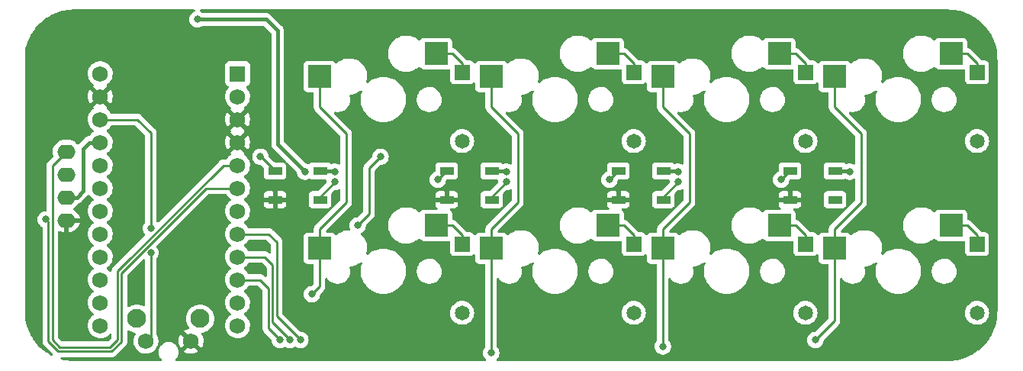
<source format=gbr>
%TF.GenerationSoftware,KiCad,Pcbnew,(6.99.0)*%
%TF.CreationDate,2021-12-30T19:51:54+01:00*%
%TF.ProjectId,TurtlePad,54757274-6c65-4506-9164-2e6b69636164,rev?*%
%TF.SameCoordinates,Original*%
%TF.FileFunction,Copper,L2,Bot*%
%TF.FilePolarity,Positive*%
%FSLAX46Y46*%
G04 Gerber Fmt 4.6, Leading zero omitted, Abs format (unit mm)*
G04 Created by KiCad (PCBNEW (6.99.0)) date 2021-12-30 19:51:54*
%MOMM*%
%LPD*%
G01*
G04 APERTURE LIST*
%TA.AperFunction,ComponentPad*%
%ADD10O,2.000000X1.600000*%
%TD*%
%TA.AperFunction,ComponentPad*%
%ADD11C,1.651000*%
%TD*%
%TA.AperFunction,ComponentPad*%
%ADD12R,1.651000X1.651000*%
%TD*%
%TA.AperFunction,SMDPad,CuDef*%
%ADD13R,2.550000X2.500000*%
%TD*%
%TA.AperFunction,SMDPad,CuDef*%
%ADD14R,1.501140X0.899160*%
%TD*%
%TA.AperFunction,ComponentPad*%
%ADD15R,1.752600X1.752600*%
%TD*%
%TA.AperFunction,ComponentPad*%
%ADD16C,1.752600*%
%TD*%
%TA.AperFunction,ComponentPad*%
%ADD17C,2.100000*%
%TD*%
%TA.AperFunction,ComponentPad*%
%ADD18C,1.750000*%
%TD*%
%TA.AperFunction,ViaPad*%
%ADD19C,0.800000*%
%TD*%
%TA.AperFunction,Conductor*%
%ADD20C,0.250000*%
%TD*%
%TA.AperFunction,Conductor*%
%ADD21C,0.254000*%
%TD*%
%TA.AperFunction,Conductor*%
%ADD22C,0.381000*%
%TD*%
G04 APERTURE END LIST*
D10*
%TO.P,OL1,1,GND*%
%TO.N,GND*%
X99794750Y-100743250D03*
%TO.P,OL1,2,VCC*%
%TO.N,VCC*%
X99794750Y-98203250D03*
%TO.P,OL1,3,SCL*%
%TO.N,SCL*%
X99794750Y-95663250D03*
%TO.P,OL1,4,SDA*%
%TO.N,SDA*%
X99794750Y-93123250D03*
%TD*%
D11*
%TO.P,D2,1,K*%
%TO.N,ROW0*%
X181800500Y-91948000D03*
D12*
%TO.P,D2,2,A*%
%TO.N,Net-(D2-Pad2)*%
X181800500Y-84328000D03*
%TD*%
D11*
%TO.P,D3,1,K*%
%TO.N,ROW0*%
X162750500Y-91948000D03*
D12*
%TO.P,D3,2,A*%
%TO.N,Net-(D3-Pad2)*%
X162750500Y-84328000D03*
%TD*%
D11*
%TO.P,D4,1,K*%
%TO.N,ROW0*%
X143700500Y-91948000D03*
D12*
%TO.P,D4,2,A*%
%TO.N,Net-(D4-Pad2)*%
X143700500Y-84328000D03*
%TD*%
D11*
%TO.P,D5,1,K*%
%TO.N,ROW1*%
X200850500Y-110998000D03*
D12*
%TO.P,D5,2,A*%
%TO.N,Net-(D5-Pad2)*%
X200850500Y-103378000D03*
%TD*%
D11*
%TO.P,D6,1,K*%
%TO.N,ROW1*%
X181800500Y-110998000D03*
D12*
%TO.P,D6,2,A*%
%TO.N,Net-(D6-Pad2)*%
X181800500Y-103378000D03*
%TD*%
D11*
%TO.P,D7,1,K*%
%TO.N,ROW1*%
X162750500Y-110998000D03*
D12*
%TO.P,D7,2,A*%
%TO.N,Net-(D7-Pad2)*%
X162750500Y-103378000D03*
%TD*%
D11*
%TO.P,D8,1,K*%
%TO.N,ROW1*%
X143700500Y-110998000D03*
D12*
%TO.P,D8,2,A*%
%TO.N,Net-(D8-Pad2)*%
X143700500Y-103378000D03*
%TD*%
D13*
%TO.P,MX1,1,COL*%
%TO.N,COL0*%
X185034250Y-84804250D03*
%TO.P,MX1,2,ROW*%
%TO.N,Net-(D1-Pad2)*%
X197961250Y-82264250D03*
%TD*%
%TO.P,MX2,1,COL*%
%TO.N,COL1*%
X165984250Y-84804250D03*
%TO.P,MX2,2,ROW*%
%TO.N,Net-(D2-Pad2)*%
X178911250Y-82264250D03*
%TD*%
%TO.P,MX3,1,COL*%
%TO.N,COL2*%
X146934250Y-84804250D03*
%TO.P,MX3,2,ROW*%
%TO.N,Net-(D3-Pad2)*%
X159861250Y-82264250D03*
%TD*%
%TO.P,MX5,1,COL*%
%TO.N,COL0*%
X185034250Y-103854250D03*
%TO.P,MX5,2,ROW*%
%TO.N,Net-(D5-Pad2)*%
X197961250Y-101314250D03*
%TD*%
%TO.P,MX6,1,COL*%
%TO.N,COL1*%
X165984250Y-103854250D03*
%TO.P,MX6,2,ROW*%
%TO.N,Net-(D6-Pad2)*%
X178911250Y-101314250D03*
%TD*%
%TO.P,MX7,1,COL*%
%TO.N,COL2*%
X146934250Y-103854250D03*
%TO.P,MX7,2,ROW*%
%TO.N,Net-(D7-Pad2)*%
X159861250Y-101314250D03*
%TD*%
%TO.P,MX8,1,COL*%
%TO.N,COL3*%
X127884250Y-103854250D03*
%TO.P,MX8,2,ROW*%
%TO.N,Net-(D8-Pad2)*%
X140811250Y-101314250D03*
%TD*%
D11*
%TO.P,D1,1,K*%
%TO.N,ROW0*%
X200850500Y-91948000D03*
D12*
%TO.P,D1,2,A*%
%TO.N,Net-(D1-Pad2)*%
X200850500Y-84328000D03*
%TD*%
D13*
%TO.P,MX4,1,COL*%
%TO.N,COL3*%
X127884250Y-84804250D03*
%TO.P,MX4,2,ROW*%
%TO.N,Net-(D4-Pad2)*%
X140811250Y-82264250D03*
%TD*%
D14*
%TO.P,RGB1,1,VDD*%
%TO.N,VCC*%
X127943610Y-95269050D03*
%TO.P,RGB1,2,DOUT*%
%TO.N,Net-(RGB1-Pad2)*%
X127943610Y-98469450D03*
%TO.P,RGB1,3,VSS*%
%TO.N,GND*%
X122944890Y-98469450D03*
%TO.P,RGB1,4,DIN*%
%TO.N,LED*%
X122944890Y-95269050D03*
%TD*%
%TO.P,RGB3,1,VDD*%
%TO.N,VCC*%
X166043610Y-95269050D03*
%TO.P,RGB3,2,DOUT*%
%TO.N,Net-(RGB3-Pad2)*%
X166043610Y-98469450D03*
%TO.P,RGB3,3,VSS*%
%TO.N,GND*%
X161044890Y-98469450D03*
%TO.P,RGB3,4,DIN*%
%TO.N,Net-(RGB2-Pad2)*%
X161044890Y-95269050D03*
%TD*%
%TO.P,RGB2,1,VDD*%
%TO.N,VCC*%
X146993610Y-95269050D03*
%TO.P,RGB2,2,DOUT*%
%TO.N,Net-(RGB2-Pad2)*%
X146993610Y-98469450D03*
%TO.P,RGB2,3,VSS*%
%TO.N,GND*%
X141994890Y-98469450D03*
%TO.P,RGB2,4,DIN*%
%TO.N,Net-(RGB1-Pad2)*%
X141994890Y-95269050D03*
%TD*%
%TO.P,RGB4,1,VDD*%
%TO.N,VCC*%
X185093610Y-95269050D03*
%TO.P,RGB4,2,DOUT*%
%TO.N,unconnected-(RGB4-Pad2)*%
X185093610Y-98469450D03*
%TO.P,RGB4,3,VSS*%
%TO.N,GND*%
X180094890Y-98469450D03*
%TO.P,RGB4,4,DIN*%
%TO.N,Net-(RGB3-Pad2)*%
X180094890Y-95269050D03*
%TD*%
D15*
%TO.P,U1,1,TX0/PD3*%
%TO.N,LED*%
X118776750Y-84486750D03*
D16*
%TO.P,U1,2,RX1/PD2*%
%TO.N,unconnected-(U1-Pad2)*%
X118776750Y-87026750D03*
%TO.P,U1,3,GND*%
%TO.N,GND*%
X118776750Y-89566750D03*
%TO.P,U1,4,GND*%
X118776750Y-92106750D03*
%TO.P,U1,5,2/PD1*%
%TO.N,SDA*%
X118776750Y-94646750D03*
%TO.P,U1,6,3/PD0*%
%TO.N,SCL*%
X118776750Y-97186750D03*
%TO.P,U1,7,4/PD4*%
%TO.N,ROW0*%
X118776750Y-99726750D03*
%TO.P,U1,8,5/PC6*%
%TO.N,COL0*%
X118776750Y-102266750D03*
%TO.P,U1,9,6/PD7*%
%TO.N,COL1*%
X118776750Y-104806750D03*
%TO.P,U1,10,7/PE6*%
%TO.N,COL2*%
X118776750Y-107346750D03*
%TO.P,U1,11,8/PB4*%
%TO.N,COL3*%
X118776750Y-109886750D03*
%TO.P,U1,12,9/PB5*%
%TO.N,ROW1*%
X118776750Y-112426750D03*
%TO.P,U1,13,10/PB6*%
%TO.N,unconnected-(U1-Pad13)*%
X103536750Y-112426750D03*
%TO.P,U1,14,16/PB2*%
%TO.N,unconnected-(U1-Pad14)*%
X103536750Y-109886750D03*
%TO.P,U1,15,14/PB3*%
%TO.N,unconnected-(U1-Pad15)*%
X103536750Y-107346750D03*
%TO.P,U1,16,15/PB1*%
%TO.N,unconnected-(U1-Pad16)*%
X103536750Y-104806750D03*
%TO.P,U1,17,A0/PF7*%
%TO.N,unconnected-(U1-Pad17)*%
X103536750Y-102266750D03*
%TO.P,U1,18,A1/PF6*%
%TO.N,unconnected-(U1-Pad18)*%
X103536750Y-99726750D03*
%TO.P,U1,19,A2/PF5*%
%TO.N,unconnected-(U1-Pad19)*%
X103536750Y-97186750D03*
%TO.P,U1,20,A3/PF4*%
%TO.N,unconnected-(U1-Pad20)*%
X103536750Y-94646750D03*
%TO.P,U1,21,VCC*%
%TO.N,VCC*%
X103536750Y-92106750D03*
%TO.P,U1,22,RST*%
%TO.N,reset*%
X103536750Y-89566750D03*
%TO.P,U1,23,GND*%
%TO.N,GND*%
X103536750Y-87026750D03*
%TO.P,U1,24,RAW*%
%TO.N,unconnected-(U1-Pad24)*%
X103536750Y-84486750D03*
%TD*%
D17*
%TO.P,SW1,*%
%TO.N,*%
X107616750Y-111651250D03*
X114626750Y-111651250D03*
D18*
%TO.P,SW1,1,1*%
%TO.N,reset*%
X108616750Y-114141250D03*
%TO.P,SW1,2,2*%
%TO.N,GND*%
X113616750Y-114141250D03*
%TD*%
D19*
%TO.N,ROW0*%
X132111750Y-101314250D03*
X134651750Y-93694250D03*
%TO.N,COL0*%
X182911750Y-114014250D03*
X125761750Y-114014250D03*
%TO.N,COL1*%
X165990000Y-114740750D03*
X124618750Y-114014250D03*
%TO.N,COL2*%
X123475750Y-114014250D03*
X146930000Y-115466500D03*
%TO.N,COL3*%
X127031750Y-108934250D03*
%TO.N,GND*%
X121340000Y-103570000D03*
X108960000Y-86630000D03*
X107640000Y-107800000D03*
X120960000Y-106100000D03*
X107090000Y-98030000D03*
%TO.N,VCC*%
X186721750Y-95345250D03*
X148621750Y-95345250D03*
X126269750Y-95345250D03*
X129571750Y-95345250D03*
X114331750Y-78454250D03*
X167671750Y-95345250D03*
%TO.N,reset*%
X109152747Y-104352747D03*
X109150000Y-101630000D03*
%TO.N,Net-(RGB1-Pad2)*%
X141001750Y-96234250D03*
X129571750Y-96488250D03*
%TO.N,LED*%
X121316750Y-93694250D03*
%TO.N,Net-(RGB2-Pad2)*%
X148621750Y-96488250D03*
X160051750Y-96234250D03*
%TO.N,Net-(RGB3-Pad2)*%
X179101750Y-96234250D03*
X167671750Y-96488250D03*
%TO.N,SCL*%
X97493500Y-100650000D03*
%TD*%
D20*
%TO.N,Net-(D1-Pad2)*%
X199739250Y-82264250D02*
X197961250Y-82264250D01*
X200850500Y-83375500D02*
X199739250Y-82264250D01*
X200850500Y-84328000D02*
X200850500Y-83375500D01*
D21*
%TO.N,ROW0*%
X133381750Y-100044250D02*
X132111750Y-101314250D01*
X133381750Y-94964250D02*
X133381750Y-100044250D01*
X134651750Y-93694250D02*
X133381750Y-94964250D01*
D20*
%TO.N,Net-(D2-Pad2)*%
X181800500Y-83375500D02*
X180689250Y-82264250D01*
X181800500Y-84328000D02*
X181800500Y-83375500D01*
X180689250Y-82264250D02*
X178911250Y-82264250D01*
%TO.N,Net-(D3-Pad2)*%
X162750500Y-83375500D02*
X161639250Y-82264250D01*
X162750500Y-84328000D02*
X162750500Y-83375500D01*
X161639250Y-82264250D02*
X159861250Y-82264250D01*
%TO.N,Net-(D4-Pad2)*%
X143700500Y-83375500D02*
X142589250Y-82264250D01*
X143700500Y-84328000D02*
X143700500Y-83375500D01*
X142589250Y-82264250D02*
X140811250Y-82264250D01*
%TO.N,Net-(D5-Pad2)*%
X200850500Y-103378000D02*
X200850500Y-102425500D01*
X199739250Y-101314250D02*
X197961250Y-101314250D01*
X200850500Y-102425500D02*
X199739250Y-101314250D01*
%TO.N,Net-(D6-Pad2)*%
X181800500Y-102425500D02*
X180689250Y-101314250D01*
X180689250Y-101314250D02*
X178911250Y-101314250D01*
X181800500Y-103378000D02*
X181800500Y-102425500D01*
%TO.N,Net-(D7-Pad2)*%
X161639250Y-101314250D02*
X159861250Y-101314250D01*
X162750500Y-103378000D02*
X162750500Y-102425500D01*
X162750500Y-102425500D02*
X161639250Y-101314250D01*
%TO.N,Net-(D8-Pad2)*%
X143700500Y-103378000D02*
X143700500Y-102425500D01*
X143700500Y-102425500D02*
X142589250Y-101314250D01*
X142589250Y-101314250D02*
X140811250Y-101314250D01*
D21*
%TO.N,COL0*%
X185034250Y-101731750D02*
X185034250Y-103854250D01*
X187991750Y-98774250D02*
X185034250Y-101731750D01*
X123112790Y-103152790D02*
X123112790Y-111365290D01*
X185034250Y-88196750D02*
X187991750Y-91154250D01*
X187991750Y-91154250D02*
X187991750Y-98774250D01*
X123112790Y-111365290D02*
X125761750Y-114014250D01*
X118776750Y-102266750D02*
X122226750Y-102266750D01*
X185034250Y-84804250D02*
X185034250Y-88196750D01*
X122226750Y-102266750D02*
X123112790Y-103152790D01*
X185034250Y-103854250D02*
X185034250Y-111891750D01*
X185034250Y-111891750D02*
X182911750Y-114014250D01*
%TO.N,COL1*%
X165990000Y-114740750D02*
X165984250Y-114735000D01*
X165984250Y-114735000D02*
X165984250Y-103854250D01*
X122659270Y-112054770D02*
X124618750Y-114014250D01*
X165984250Y-88196750D02*
X168941750Y-91154250D01*
X165984250Y-101731750D02*
X165984250Y-103854250D01*
X118776750Y-104806750D02*
X121761250Y-104806750D01*
X168941750Y-98774250D02*
X165984250Y-101731750D01*
X168941750Y-91154250D02*
X168941750Y-98774250D01*
X165984250Y-84804250D02*
X165984250Y-88196750D01*
X122659270Y-105704770D02*
X122659270Y-112054770D01*
X121761250Y-104806750D02*
X122659270Y-105704770D01*
%TO.N,COL2*%
X146930000Y-115466500D02*
X146934250Y-115462250D01*
X122205750Y-108299250D02*
X122205750Y-112744250D01*
X146934250Y-103854250D02*
X146934250Y-101731750D01*
X118776750Y-107346750D02*
X121253250Y-107346750D01*
X146934250Y-115462250D02*
X146934250Y-103854250D01*
X149891750Y-98774250D02*
X149891750Y-91154250D01*
X149891750Y-91154250D02*
X146934250Y-88196750D01*
X121253250Y-107346750D02*
X122205750Y-108299250D01*
X146934250Y-88196750D02*
X146934250Y-84804250D01*
X123475750Y-114014250D02*
X122205750Y-112744250D01*
X146934250Y-101731750D02*
X149891750Y-98774250D01*
%TO.N,COL3*%
X127884250Y-108081750D02*
X127031750Y-108934250D01*
X127884250Y-103854250D02*
X127884250Y-101731750D01*
X127884250Y-88196750D02*
X127884250Y-84804250D01*
X130841750Y-98774250D02*
X130841750Y-91154250D01*
X127884250Y-101731750D02*
X130841750Y-98774250D01*
X130841750Y-91154250D02*
X127884250Y-88196750D01*
X127884250Y-103854250D02*
X127884250Y-108081750D01*
D22*
%TO.N,VCC*%
X114331750Y-78454250D02*
X121951750Y-78454250D01*
X101631750Y-92805250D02*
X101631750Y-97504250D01*
X123221750Y-92297250D02*
X126269750Y-95345250D01*
X185093610Y-95269050D02*
X186645550Y-95269050D01*
X101631750Y-97504250D02*
X100932750Y-98203250D01*
X123221750Y-79724250D02*
X123221750Y-92297250D01*
X100932750Y-98203250D02*
X99794750Y-98203250D01*
X129495550Y-95269050D02*
X129571750Y-95345250D01*
X146993610Y-95269050D02*
X148545550Y-95269050D01*
X148545550Y-95269050D02*
X148621750Y-95345250D01*
X166043610Y-95269050D02*
X167595550Y-95269050D01*
X121951750Y-78454250D02*
X123221750Y-79724250D01*
X102330250Y-92106750D02*
X101631750Y-92805250D01*
X127943610Y-95269050D02*
X129495550Y-95269050D01*
X186645550Y-95269050D02*
X186721750Y-95345250D01*
X167595550Y-95269050D02*
X167671750Y-95345250D01*
X103536750Y-92106750D02*
X102330250Y-92106750D01*
D21*
%TO.N,reset*%
X109150000Y-101630000D02*
X109160000Y-101620000D01*
X107664250Y-89566750D02*
X103536750Y-89566750D01*
X109150000Y-113608000D02*
X108616750Y-114141250D01*
X109160000Y-101620000D02*
X109160000Y-91062500D01*
X109160000Y-91062500D02*
X107664250Y-89566750D01*
X109150000Y-104355494D02*
X109150000Y-113608000D01*
X109152747Y-104352747D02*
X109150000Y-104355494D01*
%TO.N,Net-(RGB1-Pad2)*%
X127943610Y-98116390D02*
X127943610Y-98469450D01*
X141994890Y-95269050D02*
X141966950Y-95269050D01*
X129571750Y-96488250D02*
X127943610Y-98116390D01*
X141966950Y-95269050D02*
X141001750Y-96234250D01*
%TO.N,LED*%
X121316750Y-93694250D02*
X121370090Y-93694250D01*
X121370090Y-93694250D02*
X122944890Y-95269050D01*
%TO.N,Net-(RGB2-Pad2)*%
X148621750Y-96488250D02*
X146993610Y-98116390D01*
X161016950Y-95269050D02*
X160051750Y-96234250D01*
X146993610Y-98116390D02*
X146993610Y-98469450D01*
X161044890Y-95269050D02*
X161016950Y-95269050D01*
%TO.N,Net-(RGB3-Pad2)*%
X167671750Y-96488250D02*
X166043610Y-98116390D01*
X180066950Y-95269050D02*
X179101750Y-96234250D01*
X166043610Y-98116390D02*
X166043610Y-98469450D01*
X180094890Y-95269050D02*
X180066950Y-95269050D01*
%TO.N,SCL*%
X98892876Y-115284250D02*
X104813817Y-115284250D01*
X115291316Y-97186750D02*
X118776750Y-97186750D01*
X105895760Y-106582306D02*
X115291316Y-97186750D01*
X105895760Y-114202307D02*
X105895760Y-106582306D01*
X97766480Y-100922980D02*
X97766480Y-114157854D01*
X97493500Y-100650000D02*
X97766480Y-100922980D01*
X104813817Y-115284250D02*
X105895760Y-114202307D01*
X97766480Y-114157854D02*
X98892876Y-115284250D01*
%TO.N,SDA*%
X105441750Y-106394250D02*
X105441750Y-114014250D01*
X118776750Y-94646750D02*
X117189250Y-94646750D01*
X98220000Y-94698000D02*
X99794750Y-93123250D01*
X104646000Y-114810000D02*
X99060000Y-114810000D01*
X98220000Y-113970000D02*
X98220000Y-94698000D01*
X117189250Y-94646750D02*
X105441750Y-106394250D01*
X105441750Y-114014250D02*
X104646000Y-114810000D01*
X99060000Y-114810000D02*
X98220000Y-113970000D01*
%TD*%
%TA.AperFunction,Conductor*%
%TO.N,GND*%
G36*
X114013213Y-77388002D02*
G01*
X114059706Y-77441658D01*
X114069810Y-77511932D01*
X114040316Y-77576512D01*
X113996341Y-77609107D01*
X113881028Y-77660447D01*
X113881026Y-77660448D01*
X113874998Y-77663132D01*
X113720497Y-77775384D01*
X113716076Y-77780294D01*
X113716075Y-77780295D01*
X113651550Y-77851958D01*
X113592710Y-77917306D01*
X113497223Y-78082694D01*
X113438208Y-78264322D01*
X113418246Y-78454250D01*
X113438208Y-78644178D01*
X113497223Y-78825806D01*
X113592710Y-78991194D01*
X113720497Y-79133116D01*
X113874998Y-79245368D01*
X113881026Y-79248052D01*
X113881028Y-79248053D01*
X114033308Y-79315852D01*
X114049462Y-79323044D01*
X114142862Y-79342897D01*
X114229806Y-79361378D01*
X114229811Y-79361378D01*
X114236263Y-79362750D01*
X114427237Y-79362750D01*
X114433689Y-79361378D01*
X114433694Y-79361378D01*
X114520638Y-79342897D01*
X114614038Y-79323044D01*
X114630192Y-79315852D01*
X114782472Y-79248053D01*
X114782474Y-79248052D01*
X114788502Y-79245368D01*
X114882170Y-79177314D01*
X114949038Y-79153456D01*
X114956231Y-79153250D01*
X121610025Y-79153250D01*
X121678146Y-79173252D01*
X121699120Y-79190155D01*
X122485845Y-79976880D01*
X122519871Y-80039192D01*
X122522750Y-80065975D01*
X122522750Y-92268651D01*
X122522458Y-92277221D01*
X122520694Y-92303099D01*
X122518580Y-92334102D01*
X122519885Y-92341578D01*
X122519885Y-92341582D01*
X122529413Y-92396174D01*
X122530376Y-92402699D01*
X122537941Y-92465210D01*
X122540625Y-92472312D01*
X122541469Y-92475750D01*
X122545333Y-92489873D01*
X122546363Y-92493284D01*
X122547669Y-92500767D01*
X122550722Y-92507722D01*
X122572989Y-92558448D01*
X122575480Y-92564554D01*
X122593910Y-92613325D01*
X122597744Y-92623472D01*
X122602043Y-92629727D01*
X122603685Y-92632868D01*
X122610783Y-92645622D01*
X122612620Y-92648728D01*
X122615673Y-92655683D01*
X122620298Y-92661710D01*
X122620300Y-92661714D01*
X122654015Y-92705652D01*
X122657879Y-92710970D01*
X122693571Y-92762902D01*
X122699241Y-92767954D01*
X122699242Y-92767955D01*
X122739438Y-92803768D01*
X122744714Y-92808749D01*
X124139051Y-94203086D01*
X124173077Y-94265398D01*
X124168012Y-94336213D01*
X124130696Y-94386061D01*
X124162302Y-94354420D01*
X124231668Y-94339290D01*
X124298202Y-94364064D01*
X124311844Y-94375879D01*
X125333507Y-95397542D01*
X125367533Y-95459854D01*
X125369722Y-95473465D01*
X125376208Y-95535178D01*
X125378248Y-95541455D01*
X125378248Y-95541457D01*
X125380160Y-95547342D01*
X125435223Y-95716806D01*
X125438526Y-95722528D01*
X125438527Y-95722529D01*
X125464066Y-95766764D01*
X125530710Y-95882194D01*
X125535128Y-95887101D01*
X125535129Y-95887102D01*
X125631360Y-95993977D01*
X125658497Y-96024116D01*
X125757593Y-96096114D01*
X125804275Y-96130030D01*
X125812998Y-96136368D01*
X125819026Y-96139052D01*
X125819028Y-96139053D01*
X125981431Y-96211359D01*
X125987462Y-96214044D01*
X126051638Y-96227685D01*
X126167806Y-96252378D01*
X126167811Y-96252378D01*
X126174263Y-96253750D01*
X126365237Y-96253750D01*
X126371689Y-96252378D01*
X126371694Y-96252378D01*
X126487862Y-96227685D01*
X126552038Y-96214044D01*
X126558069Y-96211359D01*
X126720474Y-96139052D01*
X126720475Y-96139051D01*
X126726502Y-96136368D01*
X126731840Y-96132490D01*
X126731843Y-96132488D01*
X126740630Y-96126104D01*
X126807498Y-96102246D01*
X126876649Y-96118327D01*
X126890252Y-96127213D01*
X126946335Y-96169245D01*
X127082724Y-96220375D01*
X127144906Y-96227130D01*
X128545753Y-96227130D01*
X128613874Y-96247132D01*
X128660367Y-96300788D01*
X128671063Y-96366300D01*
X128661175Y-96460382D01*
X128634162Y-96526039D01*
X128624960Y-96536307D01*
X127686802Y-97474465D01*
X127624490Y-97508491D01*
X127597707Y-97511370D01*
X127144906Y-97511370D01*
X127082724Y-97518125D01*
X126946335Y-97569255D01*
X126829779Y-97656609D01*
X126742425Y-97773165D01*
X126691295Y-97909554D01*
X126684540Y-97971736D01*
X126684540Y-98967164D01*
X126691295Y-99029346D01*
X126742425Y-99165735D01*
X126829779Y-99282291D01*
X126946335Y-99369645D01*
X127082724Y-99420775D01*
X127144906Y-99427530D01*
X128742314Y-99427530D01*
X128804496Y-99420775D01*
X128940885Y-99369645D01*
X129057441Y-99282291D01*
X129144795Y-99165735D01*
X129195925Y-99029346D01*
X129202680Y-98967164D01*
X129202680Y-97971736D01*
X129195925Y-97909554D01*
X129184389Y-97878782D01*
X129179206Y-97807975D01*
X129213276Y-97745456D01*
X129525079Y-97433654D01*
X129587391Y-97399629D01*
X129614174Y-97396750D01*
X129667237Y-97396750D01*
X129673689Y-97395378D01*
X129673694Y-97395378D01*
X129760637Y-97376897D01*
X129854038Y-97357044D01*
X130028502Y-97279368D01*
X130029694Y-97282046D01*
X130086264Y-97268331D01*
X130153352Y-97291561D01*
X130197231Y-97347375D01*
X130206250Y-97394187D01*
X130206250Y-98458827D01*
X130186248Y-98526948D01*
X130169345Y-98547922D01*
X127490767Y-101226500D01*
X127482441Y-101234076D01*
X127475947Y-101238197D01*
X127456934Y-101258444D01*
X127429165Y-101288015D01*
X127426410Y-101290857D01*
X127406611Y-101310656D01*
X127404187Y-101313781D01*
X127404179Y-101313790D01*
X127404113Y-101313876D01*
X127396405Y-101322901D01*
X127366033Y-101355244D01*
X127362215Y-101362188D01*
X127362214Y-101362190D01*
X127356228Y-101373079D01*
X127345377Y-101389597D01*
X127332900Y-101405683D01*
X127315274Y-101446416D01*
X127310057Y-101457064D01*
X127288681Y-101495947D01*
X127286710Y-101503622D01*
X127286708Y-101503628D01*
X127283619Y-101515661D01*
X127277216Y-101534363D01*
X127269133Y-101553042D01*
X127267894Y-101560867D01*
X127262190Y-101596877D01*
X127259785Y-101608490D01*
X127248750Y-101651468D01*
X127248750Y-101671815D01*
X127247199Y-101691526D01*
X127244015Y-101711629D01*
X127244761Y-101719521D01*
X127248191Y-101755806D01*
X127248750Y-101767664D01*
X127248750Y-101969750D01*
X127228748Y-102037871D01*
X127175092Y-102084364D01*
X127122750Y-102095750D01*
X126561116Y-102095750D01*
X126498934Y-102102505D01*
X126362545Y-102153635D01*
X126245989Y-102240989D01*
X126158635Y-102357545D01*
X126107505Y-102493934D01*
X126100750Y-102556116D01*
X126100750Y-105152384D01*
X126107505Y-105214566D01*
X126158635Y-105350955D01*
X126245989Y-105467511D01*
X126362545Y-105554865D01*
X126498934Y-105605995D01*
X126561116Y-105612750D01*
X127122750Y-105612750D01*
X127190871Y-105632752D01*
X127237364Y-105686408D01*
X127248750Y-105738750D01*
X127248750Y-107766328D01*
X127228748Y-107834449D01*
X127211845Y-107855423D01*
X127078423Y-107988845D01*
X127016111Y-108022871D01*
X126989328Y-108025750D01*
X126936263Y-108025750D01*
X126929811Y-108027122D01*
X126929806Y-108027122D01*
X126842863Y-108045603D01*
X126749462Y-108065456D01*
X126743432Y-108068141D01*
X126743431Y-108068141D01*
X126581028Y-108140447D01*
X126581026Y-108140448D01*
X126574998Y-108143132D01*
X126420497Y-108255384D01*
X126416076Y-108260294D01*
X126416075Y-108260295D01*
X126319908Y-108367100D01*
X126292710Y-108397306D01*
X126254184Y-108464035D01*
X126218653Y-108525577D01*
X126197223Y-108562694D01*
X126138208Y-108744322D01*
X126137518Y-108750883D01*
X126137518Y-108750885D01*
X126127348Y-108847650D01*
X126118246Y-108934250D01*
X126118936Y-108940815D01*
X126127597Y-109023216D01*
X126138208Y-109124178D01*
X126197223Y-109305806D01*
X126292710Y-109471194D01*
X126420497Y-109613116D01*
X126574998Y-109725368D01*
X126581026Y-109728052D01*
X126581028Y-109728053D01*
X126612318Y-109741984D01*
X126749462Y-109803044D01*
X126842863Y-109822897D01*
X126929806Y-109841378D01*
X126929811Y-109841378D01*
X126936263Y-109842750D01*
X127127237Y-109842750D01*
X127133689Y-109841378D01*
X127133694Y-109841378D01*
X127220638Y-109822897D01*
X127314038Y-109803044D01*
X127451182Y-109741984D01*
X127482472Y-109728053D01*
X127482474Y-109728052D01*
X127488502Y-109725368D01*
X127643003Y-109613116D01*
X127770790Y-109471194D01*
X127866277Y-109305806D01*
X127925292Y-109124178D01*
X127942325Y-108962118D01*
X127969338Y-108896461D01*
X127978540Y-108886192D01*
X128120411Y-108744322D01*
X128277738Y-108586995D01*
X128286057Y-108579425D01*
X128292553Y-108575303D01*
X128339336Y-108525484D01*
X128342090Y-108522643D01*
X128361889Y-108502844D01*
X128364318Y-108499713D01*
X128364322Y-108499708D01*
X128364389Y-108499622D01*
X128372097Y-108490597D01*
X128397041Y-108464035D01*
X128397044Y-108464031D01*
X128402467Y-108458256D01*
X128406286Y-108451310D01*
X128406289Y-108451305D01*
X128412272Y-108440422D01*
X128423128Y-108423894D01*
X128430742Y-108414079D01*
X128430744Y-108414076D01*
X128435599Y-108407817D01*
X128438745Y-108400547D01*
X128438748Y-108400542D01*
X128453219Y-108367100D01*
X128458442Y-108356439D01*
X128475999Y-108324503D01*
X128476001Y-108324498D01*
X128479819Y-108317553D01*
X128481789Y-108309879D01*
X128481792Y-108309872D01*
X128484882Y-108297837D01*
X128491286Y-108279132D01*
X128496217Y-108267737D01*
X128499367Y-108260458D01*
X128506310Y-108216623D01*
X128508717Y-108205001D01*
X128517363Y-108171327D01*
X128519750Y-108162032D01*
X128519750Y-108141685D01*
X128521301Y-108121974D01*
X128523245Y-108109700D01*
X128524485Y-108101871D01*
X128520309Y-108057694D01*
X128519750Y-108045836D01*
X128519750Y-107254834D01*
X128539752Y-107186713D01*
X128593408Y-107140220D01*
X128663682Y-107130116D01*
X128728262Y-107159610D01*
X128753469Y-107189469D01*
X128767354Y-107212350D01*
X128921235Y-107389682D01*
X128925367Y-107393070D01*
X129098666Y-107535167D01*
X129098672Y-107535171D01*
X129102794Y-107538551D01*
X129107430Y-107541190D01*
X129107433Y-107541192D01*
X129114439Y-107545180D01*
X129306840Y-107654701D01*
X129527539Y-107734811D01*
X129532788Y-107735760D01*
X129532791Y-107735761D01*
X129613865Y-107750421D01*
X129758580Y-107776590D01*
X129762719Y-107776785D01*
X129762726Y-107776786D01*
X129781690Y-107777680D01*
X129781699Y-107777680D01*
X129783179Y-107777750D01*
X129948200Y-107777750D01*
X130029549Y-107770847D01*
X130117887Y-107763352D01*
X130117891Y-107763351D01*
X130123198Y-107762901D01*
X130128353Y-107761563D01*
X130128359Y-107761562D01*
X130345285Y-107705259D01*
X130345284Y-107705259D01*
X130350456Y-107703917D01*
X130355322Y-107701725D01*
X130355325Y-107701724D01*
X130559667Y-107609674D01*
X130559670Y-107609673D01*
X130564528Y-107607484D01*
X130759291Y-107476362D01*
X130929177Y-107314299D01*
X131069328Y-107125929D01*
X131086827Y-107091512D01*
X131173319Y-106921394D01*
X131173319Y-106921393D01*
X131175737Y-106916638D01*
X131245361Y-106692410D01*
X131262452Y-106563466D01*
X131275511Y-106464940D01*
X131275511Y-106464937D01*
X131276211Y-106459657D01*
X131274881Y-106424219D01*
X131271362Y-106330500D01*
X131267402Y-106225034D01*
X131243035Y-106108901D01*
X131221623Y-106006852D01*
X131227210Y-105936076D01*
X131270175Y-105879555D01*
X131336148Y-105855285D01*
X131369605Y-105852946D01*
X131435078Y-105848368D01*
X131435084Y-105848367D01*
X131439462Y-105848061D01*
X131714220Y-105789659D01*
X131718349Y-105788156D01*
X131718353Y-105788155D01*
X131974031Y-105695096D01*
X131974035Y-105695094D01*
X131978176Y-105693587D01*
X132226192Y-105561714D01*
X132274497Y-105526619D01*
X132410577Y-105427751D01*
X132477445Y-105403892D01*
X132546597Y-105419973D01*
X132596077Y-105470887D01*
X132610176Y-105540470D01*
X132601790Y-105576070D01*
X132584620Y-105619437D01*
X132506314Y-105924420D01*
X132466850Y-106236812D01*
X132466850Y-106551688D01*
X132506314Y-106864080D01*
X132584620Y-107169063D01*
X132700534Y-107461827D01*
X132702436Y-107465286D01*
X132702437Y-107465289D01*
X132834362Y-107705259D01*
X132852226Y-107737754D01*
X133037305Y-107992494D01*
X133252852Y-108222028D01*
X133495468Y-108422737D01*
X133498812Y-108424859D01*
X133754297Y-108586995D01*
X133761326Y-108591456D01*
X133764905Y-108593140D01*
X133764912Y-108593144D01*
X134042644Y-108723834D01*
X134042648Y-108723836D01*
X134046234Y-108725523D01*
X134050006Y-108726749D01*
X134050007Y-108726749D01*
X134104091Y-108744322D01*
X134345698Y-108822825D01*
X134654996Y-108881827D01*
X134748550Y-108887713D01*
X134888608Y-108896525D01*
X134888624Y-108896526D01*
X134890603Y-108896650D01*
X135047897Y-108896650D01*
X135049876Y-108896526D01*
X135049892Y-108896525D01*
X135189950Y-108887713D01*
X135283504Y-108881827D01*
X135592802Y-108822825D01*
X135834409Y-108744322D01*
X135888493Y-108726749D01*
X135888494Y-108726749D01*
X135892266Y-108725523D01*
X135895852Y-108723836D01*
X135895856Y-108723834D01*
X136173588Y-108593144D01*
X136173595Y-108593140D01*
X136177174Y-108591456D01*
X136184204Y-108586995D01*
X136439688Y-108424859D01*
X136443032Y-108422737D01*
X136685648Y-108222028D01*
X136901195Y-107992494D01*
X137086274Y-107737754D01*
X137104139Y-107705259D01*
X137236063Y-107465289D01*
X137236064Y-107465286D01*
X137237966Y-107461827D01*
X137353880Y-107169063D01*
X137432186Y-106864080D01*
X137471650Y-106551688D01*
X137471650Y-106328843D01*
X138662289Y-106328843D01*
X138662489Y-106334172D01*
X138662489Y-106334173D01*
X138663969Y-106373602D01*
X138671098Y-106563466D01*
X138672193Y-106568684D01*
X138709423Y-106746119D01*
X138719312Y-106793251D01*
X138805552Y-107011627D01*
X138808321Y-107016190D01*
X138895351Y-107159610D01*
X138927354Y-107212350D01*
X139081235Y-107389682D01*
X139085367Y-107393070D01*
X139258666Y-107535167D01*
X139258672Y-107535171D01*
X139262794Y-107538551D01*
X139267430Y-107541190D01*
X139267433Y-107541192D01*
X139274439Y-107545180D01*
X139466840Y-107654701D01*
X139687539Y-107734811D01*
X139692788Y-107735760D01*
X139692791Y-107735761D01*
X139773865Y-107750421D01*
X139918580Y-107776590D01*
X139922719Y-107776785D01*
X139922726Y-107776786D01*
X139941690Y-107777680D01*
X139941699Y-107777680D01*
X139943179Y-107777750D01*
X140108200Y-107777750D01*
X140189549Y-107770847D01*
X140277887Y-107763352D01*
X140277891Y-107763351D01*
X140283198Y-107762901D01*
X140288353Y-107761563D01*
X140288359Y-107761562D01*
X140505285Y-107705259D01*
X140505284Y-107705259D01*
X140510456Y-107703917D01*
X140515322Y-107701725D01*
X140515325Y-107701724D01*
X140719667Y-107609674D01*
X140719670Y-107609673D01*
X140724528Y-107607484D01*
X140919291Y-107476362D01*
X141089177Y-107314299D01*
X141229328Y-107125929D01*
X141246827Y-107091512D01*
X141333319Y-106921394D01*
X141333319Y-106921393D01*
X141335737Y-106916638D01*
X141405361Y-106692410D01*
X141422452Y-106563466D01*
X141435511Y-106464940D01*
X141435511Y-106464937D01*
X141436211Y-106459657D01*
X141434881Y-106424219D01*
X141431362Y-106330500D01*
X141427402Y-106225034D01*
X141403035Y-106108901D01*
X141380285Y-106000476D01*
X141380284Y-106000473D01*
X141379188Y-105995249D01*
X141292948Y-105776873D01*
X141205493Y-105632752D01*
X141173914Y-105580711D01*
X141173912Y-105580708D01*
X141171146Y-105576150D01*
X141017265Y-105398818D01*
X140948638Y-105342547D01*
X140839834Y-105253333D01*
X140839828Y-105253329D01*
X140835706Y-105249949D01*
X140831070Y-105247310D01*
X140831067Y-105247308D01*
X140636303Y-105136442D01*
X140631660Y-105133799D01*
X140410961Y-105053689D01*
X140405712Y-105052740D01*
X140405709Y-105052739D01*
X140324635Y-105038079D01*
X140179920Y-105011910D01*
X140175781Y-105011715D01*
X140175774Y-105011714D01*
X140156810Y-105010820D01*
X140156801Y-105010820D01*
X140155321Y-105010750D01*
X139990300Y-105010750D01*
X139908951Y-105017653D01*
X139820613Y-105025148D01*
X139820609Y-105025149D01*
X139815302Y-105025599D01*
X139810147Y-105026937D01*
X139810141Y-105026938D01*
X139632427Y-105073064D01*
X139588044Y-105084583D01*
X139583178Y-105086775D01*
X139583175Y-105086776D01*
X139378833Y-105178826D01*
X139378830Y-105178827D01*
X139373972Y-105181016D01*
X139179209Y-105312138D01*
X139175352Y-105315817D01*
X139175350Y-105315819D01*
X139167601Y-105323211D01*
X139009323Y-105474201D01*
X138869172Y-105662571D01*
X138866756Y-105667322D01*
X138866754Y-105667326D01*
X138765181Y-105867106D01*
X138762763Y-105871862D01*
X138693139Y-106096090D01*
X138692438Y-106101379D01*
X138664261Y-106313968D01*
X138662289Y-106328843D01*
X137471650Y-106328843D01*
X137471650Y-106236812D01*
X137432186Y-105924420D01*
X137353880Y-105619437D01*
X137237966Y-105326673D01*
X137230628Y-105313325D01*
X137088183Y-105054218D01*
X137088181Y-105054215D01*
X137086274Y-105050746D01*
X136901195Y-104796006D01*
X136685648Y-104566472D01*
X136443032Y-104365763D01*
X136177174Y-104197044D01*
X136173595Y-104195360D01*
X136173588Y-104195356D01*
X135895856Y-104064666D01*
X135895852Y-104064664D01*
X135892266Y-104062977D01*
X135592802Y-103965675D01*
X135283504Y-103906673D01*
X135189950Y-103900787D01*
X135049892Y-103891975D01*
X135049876Y-103891974D01*
X135047897Y-103891850D01*
X134890603Y-103891850D01*
X134888624Y-103891974D01*
X134888608Y-103891975D01*
X134748550Y-103900787D01*
X134654996Y-103906673D01*
X134345698Y-103965675D01*
X134046234Y-104062977D01*
X134042648Y-104064664D01*
X134042644Y-104064666D01*
X133764912Y-104195356D01*
X133764905Y-104195360D01*
X133761326Y-104197044D01*
X133495468Y-104365763D01*
X133308411Y-104520510D01*
X133294663Y-104531883D01*
X133229426Y-104559893D01*
X133159401Y-104548186D01*
X133106821Y-104500479D01*
X133088381Y-104431919D01*
X133092091Y-104404316D01*
X133141003Y-104208143D01*
X133141004Y-104208138D01*
X133142067Y-104203874D01*
X133142963Y-104195356D01*
X133170969Y-103928886D01*
X133170969Y-103928883D01*
X133171428Y-103924517D01*
X133170805Y-103906673D01*
X133161779Y-103648189D01*
X133161778Y-103648177D01*
X133161625Y-103643792D01*
X133160310Y-103636331D01*
X133124425Y-103432819D01*
X133112848Y-103367163D01*
X133026047Y-103100015D01*
X133023000Y-103093766D01*
X132951276Y-102946713D01*
X132902910Y-102847548D01*
X132900455Y-102843909D01*
X132900452Y-102843903D01*
X132788567Y-102678027D01*
X132745835Y-102614674D01*
X132557879Y-102405928D01*
X132482007Y-102342264D01*
X132442681Y-102283155D01*
X132441555Y-102212168D01*
X132478986Y-102151840D01*
X132511750Y-102130637D01*
X132562464Y-102108057D01*
X132562469Y-102108054D01*
X132568502Y-102105368D01*
X132577635Y-102098733D01*
X132651657Y-102044952D01*
X132723003Y-101993116D01*
X132752639Y-101960202D01*
X132846371Y-101856102D01*
X132846372Y-101856101D01*
X132850790Y-101851194D01*
X132946277Y-101685806D01*
X133005292Y-101504178D01*
X133006888Y-101488999D01*
X133022325Y-101342117D01*
X133049338Y-101276460D01*
X133058540Y-101266192D01*
X133775227Y-100549505D01*
X133783553Y-100541928D01*
X133790053Y-100537803D01*
X133800186Y-100527013D01*
X133836850Y-100487969D01*
X133839605Y-100485127D01*
X133859388Y-100465344D01*
X133861879Y-100462133D01*
X133869588Y-100453106D01*
X133899967Y-100420756D01*
X133907462Y-100407122D01*
X133909772Y-100402921D01*
X133920626Y-100386397D01*
X133928241Y-100376580D01*
X133928242Y-100376579D01*
X133933099Y-100370317D01*
X133950719Y-100329600D01*
X133955942Y-100318939D01*
X133973499Y-100287003D01*
X133973501Y-100286998D01*
X133977319Y-100280053D01*
X133979289Y-100272379D01*
X133979292Y-100272372D01*
X133982382Y-100260337D01*
X133988786Y-100241632D01*
X133993717Y-100230237D01*
X133996867Y-100222958D01*
X134003810Y-100179123D01*
X134006217Y-100167501D01*
X134017250Y-100124532D01*
X134017250Y-100104185D01*
X134018801Y-100084474D01*
X134020745Y-100072200D01*
X134021985Y-100064371D01*
X134017809Y-100020194D01*
X134017250Y-100008336D01*
X134017250Y-98197335D01*
X140736320Y-98197335D01*
X140740795Y-98212574D01*
X140742185Y-98213779D01*
X140749868Y-98215450D01*
X141722775Y-98215450D01*
X141738014Y-98210975D01*
X141739219Y-98209585D01*
X141740890Y-98201902D01*
X141740890Y-98197335D01*
X142248890Y-98197335D01*
X142253365Y-98212574D01*
X142254755Y-98213779D01*
X142262438Y-98215450D01*
X143235344Y-98215450D01*
X143250583Y-98210975D01*
X143251788Y-98209585D01*
X143253459Y-98201902D01*
X143253459Y-97975201D01*
X143253089Y-97968380D01*
X143247565Y-97917518D01*
X143243939Y-97902266D01*
X143198784Y-97781816D01*
X143190246Y-97766221D01*
X143113745Y-97664146D01*
X143101184Y-97651585D01*
X142999109Y-97575084D01*
X142983514Y-97566546D01*
X142863066Y-97521392D01*
X142847811Y-97517765D01*
X142796946Y-97512239D01*
X142790132Y-97511870D01*
X142267005Y-97511870D01*
X142251766Y-97516345D01*
X142250561Y-97517735D01*
X142248890Y-97525418D01*
X142248890Y-98197335D01*
X141740890Y-98197335D01*
X141740890Y-97529986D01*
X141736415Y-97514747D01*
X141735025Y-97513542D01*
X141727342Y-97511871D01*
X141199651Y-97511871D01*
X141192830Y-97512241D01*
X141141968Y-97517765D01*
X141126716Y-97521391D01*
X141006266Y-97566546D01*
X140990671Y-97575084D01*
X140888596Y-97651585D01*
X140876035Y-97664146D01*
X140799534Y-97766221D01*
X140790996Y-97781816D01*
X140745842Y-97902264D01*
X140742215Y-97917519D01*
X140736689Y-97968384D01*
X140736320Y-97975198D01*
X140736320Y-98197335D01*
X134017250Y-98197335D01*
X134017250Y-96234250D01*
X140088246Y-96234250D01*
X140088936Y-96240815D01*
X140098957Y-96336155D01*
X140108208Y-96424178D01*
X140167223Y-96605806D01*
X140262710Y-96771194D01*
X140390497Y-96913116D01*
X140544998Y-97025368D01*
X140551026Y-97028052D01*
X140551028Y-97028053D01*
X140687330Y-97088738D01*
X140719462Y-97103044D01*
X140812863Y-97122897D01*
X140899806Y-97141378D01*
X140899811Y-97141378D01*
X140906263Y-97142750D01*
X141097237Y-97142750D01*
X141103689Y-97141378D01*
X141103694Y-97141378D01*
X141190637Y-97122897D01*
X141284038Y-97103044D01*
X141316170Y-97088738D01*
X141452472Y-97028053D01*
X141452474Y-97028052D01*
X141458502Y-97025368D01*
X141613003Y-96913116D01*
X141740790Y-96771194D01*
X141836277Y-96605806D01*
X141895292Y-96424178D01*
X141901375Y-96366300D01*
X141904144Y-96339959D01*
X141931158Y-96274302D01*
X141989379Y-96233673D01*
X142029454Y-96227130D01*
X142793594Y-96227130D01*
X142855776Y-96220375D01*
X142992165Y-96169245D01*
X143108721Y-96081891D01*
X143196075Y-95965335D01*
X143247205Y-95828946D01*
X143253960Y-95766764D01*
X143253960Y-94771336D01*
X143247205Y-94709154D01*
X143196075Y-94572765D01*
X143108721Y-94456209D01*
X142992165Y-94368855D01*
X142855776Y-94317725D01*
X142793594Y-94310970D01*
X141196186Y-94310970D01*
X141134004Y-94317725D01*
X140997615Y-94368855D01*
X140881059Y-94456209D01*
X140793705Y-94572765D01*
X140742575Y-94709154D01*
X140735820Y-94771336D01*
X140735820Y-95276347D01*
X140715818Y-95344468D01*
X140661069Y-95391454D01*
X140551028Y-95440447D01*
X140551026Y-95440448D01*
X140544998Y-95443132D01*
X140390497Y-95555384D01*
X140262710Y-95697306D01*
X140167223Y-95862694D01*
X140108208Y-96044322D01*
X140107518Y-96050883D01*
X140107518Y-96050885D01*
X140089996Y-96217601D01*
X140088246Y-96234250D01*
X134017250Y-96234250D01*
X134017250Y-95279672D01*
X134037252Y-95211551D01*
X134054155Y-95190577D01*
X134605077Y-94639655D01*
X134667389Y-94605629D01*
X134694172Y-94602750D01*
X134747237Y-94602750D01*
X134753689Y-94601378D01*
X134753694Y-94601378D01*
X134848748Y-94581173D01*
X134934038Y-94563044D01*
X134954055Y-94554132D01*
X135102472Y-94488053D01*
X135102474Y-94488052D01*
X135108502Y-94485368D01*
X135117072Y-94479142D01*
X135191657Y-94424952D01*
X135263003Y-94373116D01*
X135269708Y-94365669D01*
X135386371Y-94236102D01*
X135386372Y-94236101D01*
X135390790Y-94231194D01*
X135472257Y-94090090D01*
X135482973Y-94071529D01*
X135482974Y-94071528D01*
X135486277Y-94065806D01*
X135545292Y-93884178D01*
X135565254Y-93694250D01*
X135564040Y-93682702D01*
X135545982Y-93510885D01*
X135545982Y-93510883D01*
X135545292Y-93504322D01*
X135486277Y-93322694D01*
X135465725Y-93287096D01*
X135397010Y-93168080D01*
X135390790Y-93157306D01*
X135263003Y-93015384D01*
X135108502Y-92903132D01*
X135102474Y-92900448D01*
X135102472Y-92900447D01*
X134940069Y-92828141D01*
X134940068Y-92828141D01*
X134934038Y-92825456D01*
X134832005Y-92803768D01*
X134753694Y-92787122D01*
X134753689Y-92787122D01*
X134747237Y-92785750D01*
X134556263Y-92785750D01*
X134549811Y-92787122D01*
X134549806Y-92787122D01*
X134471495Y-92803768D01*
X134369462Y-92825456D01*
X134363432Y-92828141D01*
X134363431Y-92828141D01*
X134201028Y-92900447D01*
X134201026Y-92900448D01*
X134194998Y-92903132D01*
X134040497Y-93015384D01*
X133912710Y-93157306D01*
X133906490Y-93168080D01*
X133837776Y-93287096D01*
X133817223Y-93322694D01*
X133758208Y-93504322D01*
X133757518Y-93510883D01*
X133757518Y-93510885D01*
X133741175Y-93666382D01*
X133714162Y-93732039D01*
X133704960Y-93742307D01*
X132988267Y-94459000D01*
X132979941Y-94466576D01*
X132973447Y-94470697D01*
X132938444Y-94507972D01*
X132926665Y-94520515D01*
X132923910Y-94523357D01*
X132904111Y-94543156D01*
X132901687Y-94546281D01*
X132901679Y-94546290D01*
X132901613Y-94546376D01*
X132893905Y-94555401D01*
X132863533Y-94587744D01*
X132859715Y-94594688D01*
X132859714Y-94594690D01*
X132853728Y-94605579D01*
X132842877Y-94622097D01*
X132830400Y-94638183D01*
X132812774Y-94678916D01*
X132807557Y-94689564D01*
X132786181Y-94728447D01*
X132784210Y-94736122D01*
X132784208Y-94736128D01*
X132781119Y-94748161D01*
X132774716Y-94766863D01*
X132766633Y-94785542D01*
X132765394Y-94793367D01*
X132759690Y-94829377D01*
X132757285Y-94840990D01*
X132746250Y-94883968D01*
X132746250Y-94904315D01*
X132744699Y-94924026D01*
X132741515Y-94944129D01*
X132742261Y-94952021D01*
X132745691Y-94988306D01*
X132746250Y-95000164D01*
X132746250Y-99728827D01*
X132726248Y-99796948D01*
X132709345Y-99817922D01*
X132158422Y-100368845D01*
X132096110Y-100402871D01*
X132069327Y-100405750D01*
X132016263Y-100405750D01*
X132009811Y-100407122D01*
X132009806Y-100407122D01*
X131922863Y-100425603D01*
X131829462Y-100445456D01*
X131823432Y-100448141D01*
X131823431Y-100448141D01*
X131661028Y-100520447D01*
X131661026Y-100520448D01*
X131654998Y-100523132D01*
X131500497Y-100635384D01*
X131496076Y-100640294D01*
X131496075Y-100640295D01*
X131386953Y-100761488D01*
X131372710Y-100777306D01*
X131277223Y-100942694D01*
X131218208Y-101124322D01*
X131217518Y-101130883D01*
X131217518Y-101130885D01*
X131207469Y-101226500D01*
X131198246Y-101314250D01*
X131198936Y-101320815D01*
X131216613Y-101488999D01*
X131218208Y-101504178D01*
X131268745Y-101659713D01*
X131275601Y-101680814D01*
X131277629Y-101751781D01*
X131240966Y-101812579D01*
X131177254Y-101843905D01*
X131155768Y-101845750D01*
X131089104Y-101845750D01*
X131086918Y-101845903D01*
X131086914Y-101845903D01*
X130883423Y-101860132D01*
X130883418Y-101860133D01*
X130879038Y-101860439D01*
X130604280Y-101918841D01*
X130600151Y-101920344D01*
X130600147Y-101920345D01*
X130344469Y-102013404D01*
X130344465Y-102013406D01*
X130340324Y-102014913D01*
X130092308Y-102146786D01*
X130088749Y-102149372D01*
X130088747Y-102149373D01*
X129869223Y-102308866D01*
X129865058Y-102311892D01*
X129861894Y-102314948D01*
X129861891Y-102314950D01*
X129799587Y-102375117D01*
X129736691Y-102408049D01*
X129665974Y-102401749D01*
X129610210Y-102358465D01*
X129609865Y-102357545D01*
X129522511Y-102240989D01*
X129405955Y-102153635D01*
X129269566Y-102102505D01*
X129207384Y-102095750D01*
X128723172Y-102095750D01*
X128655051Y-102075748D01*
X128608558Y-102022092D01*
X128598454Y-101951818D01*
X128627948Y-101887238D01*
X128634077Y-101880655D01*
X129883232Y-100631501D01*
X131235233Y-99279500D01*
X131243559Y-99271924D01*
X131250053Y-99267803D01*
X131296836Y-99217984D01*
X131299590Y-99215143D01*
X131319389Y-99195344D01*
X131321818Y-99192213D01*
X131321822Y-99192208D01*
X131321889Y-99192122D01*
X131329597Y-99183097D01*
X131354542Y-99156533D01*
X131359967Y-99150756D01*
X131363785Y-99143811D01*
X131363788Y-99143807D01*
X131369776Y-99132916D01*
X131380628Y-99116395D01*
X131382597Y-99113856D01*
X131393100Y-99100316D01*
X131410721Y-99059595D01*
X131415942Y-99048939D01*
X131433498Y-99017005D01*
X131433500Y-99016999D01*
X131437319Y-99010053D01*
X131439290Y-99002378D01*
X131439292Y-99002372D01*
X131442381Y-98990339D01*
X131448784Y-98971637D01*
X131456867Y-98952958D01*
X131458107Y-98945132D01*
X131458108Y-98945127D01*
X131463810Y-98909130D01*
X131466216Y-98897510D01*
X131475278Y-98862213D01*
X131475278Y-98862212D01*
X131477250Y-98854532D01*
X131477250Y-98834184D01*
X131478801Y-98814473D01*
X131480745Y-98802199D01*
X131481985Y-98794370D01*
X131477809Y-98750194D01*
X131477250Y-98738336D01*
X131477250Y-91948000D01*
X142361404Y-91948000D01*
X142381748Y-92180532D01*
X142383172Y-92185845D01*
X142383172Y-92185847D01*
X142439529Y-92396174D01*
X142442161Y-92405998D01*
X142444483Y-92410978D01*
X142444484Y-92410980D01*
X142538483Y-92612561D01*
X142538486Y-92612566D01*
X142540809Y-92617548D01*
X142543965Y-92622055D01*
X142543966Y-92622057D01*
X142671202Y-92803768D01*
X142674693Y-92808754D01*
X142839746Y-92973807D01*
X142844254Y-92976964D01*
X142844257Y-92976966D01*
X143019158Y-93099433D01*
X143030952Y-93107691D01*
X143035934Y-93110014D01*
X143035939Y-93110017D01*
X143166887Y-93171079D01*
X143242502Y-93206339D01*
X143247810Y-93207761D01*
X143247812Y-93207762D01*
X143462653Y-93265328D01*
X143462655Y-93265328D01*
X143467968Y-93266752D01*
X143700500Y-93287096D01*
X143933032Y-93266752D01*
X143938345Y-93265328D01*
X143938347Y-93265328D01*
X144153188Y-93207762D01*
X144153190Y-93207761D01*
X144158498Y-93206339D01*
X144234113Y-93171079D01*
X144365061Y-93110017D01*
X144365066Y-93110014D01*
X144370048Y-93107691D01*
X144381842Y-93099433D01*
X144556743Y-92976966D01*
X144556746Y-92976964D01*
X144561254Y-92973807D01*
X144726307Y-92808754D01*
X144729799Y-92803768D01*
X144857034Y-92622057D01*
X144857035Y-92622055D01*
X144860191Y-92617548D01*
X144862514Y-92612566D01*
X144862517Y-92612561D01*
X144956516Y-92410980D01*
X144956517Y-92410978D01*
X144958839Y-92405998D01*
X144961472Y-92396174D01*
X145017828Y-92185847D01*
X145017828Y-92185845D01*
X145019252Y-92180532D01*
X145039596Y-91948000D01*
X145019252Y-91715468D01*
X145005450Y-91663958D01*
X144960262Y-91495312D01*
X144960261Y-91495310D01*
X144958839Y-91490002D01*
X144955455Y-91482744D01*
X144862517Y-91283439D01*
X144862514Y-91283434D01*
X144860191Y-91278452D01*
X144843843Y-91255105D01*
X144729466Y-91091757D01*
X144729464Y-91091754D01*
X144726307Y-91087246D01*
X144561254Y-90922193D01*
X144556746Y-90919036D01*
X144556743Y-90919034D01*
X144374557Y-90791466D01*
X144374555Y-90791465D01*
X144370048Y-90788309D01*
X144365066Y-90785986D01*
X144365061Y-90785983D01*
X144163480Y-90691984D01*
X144163478Y-90691983D01*
X144158498Y-90689661D01*
X144153190Y-90688239D01*
X144153188Y-90688238D01*
X143938347Y-90630672D01*
X143938345Y-90630672D01*
X143933032Y-90629248D01*
X143700500Y-90608904D01*
X143467968Y-90629248D01*
X143462655Y-90630672D01*
X143462653Y-90630672D01*
X143247812Y-90688238D01*
X143247810Y-90688239D01*
X143242502Y-90689661D01*
X143237522Y-90691983D01*
X143237520Y-90691984D01*
X143035939Y-90785983D01*
X143035934Y-90785986D01*
X143030952Y-90788309D01*
X143026445Y-90791465D01*
X143026443Y-90791466D01*
X142844257Y-90919034D01*
X142844254Y-90919036D01*
X142839746Y-90922193D01*
X142674693Y-91087246D01*
X142671536Y-91091754D01*
X142671534Y-91091757D01*
X142557157Y-91255105D01*
X142540809Y-91278452D01*
X142538486Y-91283434D01*
X142538483Y-91283439D01*
X142445545Y-91482744D01*
X142442161Y-91490002D01*
X142440739Y-91495310D01*
X142440738Y-91495312D01*
X142395550Y-91663958D01*
X142381748Y-91715468D01*
X142361404Y-91948000D01*
X131477250Y-91948000D01*
X131477250Y-91233282D01*
X131477780Y-91222043D01*
X131479459Y-91214531D01*
X131477312Y-91146219D01*
X131477250Y-91142262D01*
X131477250Y-91114267D01*
X131476742Y-91110244D01*
X131475809Y-91098402D01*
X131475601Y-91091757D01*
X131474415Y-91054045D01*
X131468737Y-91034501D01*
X131464727Y-91015138D01*
X131463170Y-91002810D01*
X131463170Y-91002808D01*
X131462177Y-90994951D01*
X131459261Y-90987587D01*
X131459260Y-90987582D01*
X131445843Y-90953694D01*
X131441998Y-90942465D01*
X131433721Y-90913977D01*
X131429619Y-90899857D01*
X131419260Y-90882341D01*
X131410563Y-90864591D01*
X131403069Y-90845662D01*
X131376988Y-90809764D01*
X131370472Y-90799844D01*
X131351923Y-90768479D01*
X131351921Y-90768476D01*
X131347885Y-90761652D01*
X131333497Y-90747264D01*
X131320656Y-90732230D01*
X131313352Y-90722177D01*
X131308692Y-90715763D01*
X131295681Y-90704999D01*
X131274501Y-90687478D01*
X131265721Y-90679488D01*
X129499162Y-88912929D01*
X129465136Y-88850617D01*
X129470201Y-88779802D01*
X129512748Y-88722966D01*
X129579268Y-88698155D01*
X129610678Y-88699845D01*
X129758580Y-88726590D01*
X129762719Y-88726785D01*
X129762726Y-88726786D01*
X129781690Y-88727680D01*
X129781699Y-88727680D01*
X129783179Y-88727750D01*
X129948200Y-88727750D01*
X130029549Y-88720847D01*
X130117887Y-88713352D01*
X130117891Y-88713351D01*
X130123198Y-88712901D01*
X130128353Y-88711563D01*
X130128359Y-88711562D01*
X130345285Y-88655259D01*
X130345284Y-88655259D01*
X130350456Y-88653917D01*
X130355322Y-88651725D01*
X130355325Y-88651724D01*
X130559667Y-88559674D01*
X130559670Y-88559673D01*
X130564528Y-88557484D01*
X130759291Y-88426362D01*
X130777106Y-88409368D01*
X130850155Y-88339682D01*
X130929177Y-88264299D01*
X131069328Y-88075929D01*
X131096318Y-88022845D01*
X131173319Y-87871394D01*
X131173319Y-87871393D01*
X131175737Y-87866638D01*
X131245361Y-87642410D01*
X131259820Y-87533325D01*
X131275511Y-87414940D01*
X131275511Y-87414937D01*
X131276211Y-87409657D01*
X131275517Y-87391158D01*
X131271500Y-87284173D01*
X131267402Y-87175034D01*
X131249823Y-87091252D01*
X131221623Y-86956852D01*
X131227210Y-86886076D01*
X131270175Y-86829555D01*
X131336148Y-86805285D01*
X131369605Y-86802946D01*
X131435078Y-86798368D01*
X131435084Y-86798367D01*
X131439462Y-86798061D01*
X131714220Y-86739659D01*
X131718349Y-86738156D01*
X131718353Y-86738155D01*
X131974031Y-86645096D01*
X131974035Y-86645094D01*
X131978176Y-86643587D01*
X132226192Y-86511714D01*
X132410577Y-86377751D01*
X132477445Y-86353892D01*
X132546597Y-86369973D01*
X132596077Y-86420887D01*
X132610176Y-86490470D01*
X132601790Y-86526070D01*
X132584620Y-86569437D01*
X132506314Y-86874420D01*
X132466850Y-87186812D01*
X132466850Y-87501688D01*
X132506314Y-87814080D01*
X132584620Y-88119063D01*
X132700534Y-88411827D01*
X132702436Y-88415286D01*
X132702437Y-88415289D01*
X132843300Y-88671517D01*
X132852226Y-88687754D01*
X132933926Y-88800205D01*
X133028730Y-88930691D01*
X133037305Y-88942494D01*
X133252852Y-89172028D01*
X133495468Y-89372737D01*
X133498812Y-89374859D01*
X133739619Y-89527680D01*
X133761326Y-89541456D01*
X133764909Y-89543142D01*
X134042644Y-89673834D01*
X134042648Y-89673836D01*
X134046234Y-89675523D01*
X134345698Y-89772825D01*
X134654996Y-89831827D01*
X134748550Y-89837713D01*
X134888608Y-89846525D01*
X134888624Y-89846526D01*
X134890603Y-89846650D01*
X135047897Y-89846650D01*
X135049876Y-89846526D01*
X135049892Y-89846525D01*
X135189950Y-89837713D01*
X135283504Y-89831827D01*
X135592802Y-89772825D01*
X135892266Y-89675523D01*
X135895852Y-89673836D01*
X135895856Y-89673834D01*
X136173591Y-89543142D01*
X136177174Y-89541456D01*
X136198882Y-89527680D01*
X136439688Y-89374859D01*
X136443032Y-89372737D01*
X136685648Y-89172028D01*
X136901195Y-88942494D01*
X136909771Y-88930691D01*
X137004574Y-88800205D01*
X137086274Y-88687754D01*
X137095201Y-88671517D01*
X137236063Y-88415289D01*
X137236064Y-88415286D01*
X137237966Y-88411827D01*
X137353880Y-88119063D01*
X137432186Y-87814080D01*
X137471650Y-87501688D01*
X137471650Y-87278843D01*
X138662289Y-87278843D01*
X138662489Y-87284172D01*
X138662489Y-87284173D01*
X138663657Y-87315270D01*
X138671098Y-87513466D01*
X138675265Y-87533325D01*
X138701308Y-87657443D01*
X138719312Y-87743251D01*
X138805552Y-87961627D01*
X138808321Y-87966190D01*
X138884103Y-88091074D01*
X138927354Y-88162350D01*
X139081235Y-88339682D01*
X139085367Y-88343070D01*
X139258666Y-88485167D01*
X139258672Y-88485171D01*
X139262794Y-88488551D01*
X139267430Y-88491190D01*
X139267433Y-88491192D01*
X139378658Y-88554505D01*
X139466840Y-88604701D01*
X139687539Y-88684811D01*
X139692788Y-88685760D01*
X139692791Y-88685761D01*
X139752473Y-88696553D01*
X139918580Y-88726590D01*
X139922719Y-88726785D01*
X139922726Y-88726786D01*
X139941690Y-88727680D01*
X139941699Y-88727680D01*
X139943179Y-88727750D01*
X140108200Y-88727750D01*
X140189549Y-88720847D01*
X140277887Y-88713352D01*
X140277891Y-88713351D01*
X140283198Y-88712901D01*
X140288353Y-88711563D01*
X140288359Y-88711562D01*
X140505285Y-88655259D01*
X140505284Y-88655259D01*
X140510456Y-88653917D01*
X140515322Y-88651725D01*
X140515325Y-88651724D01*
X140719667Y-88559674D01*
X140719670Y-88559673D01*
X140724528Y-88557484D01*
X140919291Y-88426362D01*
X140937106Y-88409368D01*
X141010155Y-88339682D01*
X141089177Y-88264299D01*
X141229328Y-88075929D01*
X141256318Y-88022845D01*
X141333319Y-87871394D01*
X141333319Y-87871393D01*
X141335737Y-87866638D01*
X141405361Y-87642410D01*
X141419820Y-87533325D01*
X141435511Y-87414940D01*
X141435511Y-87414937D01*
X141436211Y-87409657D01*
X141435517Y-87391158D01*
X141431500Y-87284173D01*
X141427402Y-87175034D01*
X141409608Y-87090228D01*
X141380285Y-86950476D01*
X141380284Y-86950473D01*
X141379188Y-86945249D01*
X141292948Y-86726873D01*
X141253710Y-86662211D01*
X141173914Y-86530711D01*
X141173912Y-86530708D01*
X141171146Y-86526150D01*
X141017265Y-86348818D01*
X140948638Y-86292547D01*
X140839834Y-86203333D01*
X140839828Y-86203329D01*
X140835706Y-86199949D01*
X140831070Y-86197310D01*
X140831067Y-86197308D01*
X140636303Y-86086442D01*
X140631660Y-86083799D01*
X140410961Y-86003689D01*
X140405712Y-86002740D01*
X140405709Y-86002739D01*
X140315423Y-85986413D01*
X140179920Y-85961910D01*
X140175781Y-85961715D01*
X140175774Y-85961714D01*
X140156810Y-85960820D01*
X140156801Y-85960820D01*
X140155321Y-85960750D01*
X139990300Y-85960750D01*
X139908951Y-85967653D01*
X139820613Y-85975148D01*
X139820609Y-85975149D01*
X139815302Y-85975599D01*
X139810147Y-85976937D01*
X139810141Y-85976938D01*
X139632427Y-86023064D01*
X139588044Y-86034583D01*
X139583178Y-86036775D01*
X139583175Y-86036776D01*
X139378833Y-86128826D01*
X139378830Y-86128827D01*
X139373972Y-86131016D01*
X139179209Y-86262138D01*
X139009323Y-86424201D01*
X138869172Y-86612571D01*
X138866756Y-86617322D01*
X138866754Y-86617326D01*
X138793460Y-86761486D01*
X138762763Y-86821862D01*
X138693139Y-87046090D01*
X138692438Y-87051379D01*
X138669410Y-87225120D01*
X138662289Y-87278843D01*
X137471650Y-87278843D01*
X137471650Y-87186812D01*
X137432186Y-86874420D01*
X137353880Y-86569437D01*
X137346947Y-86551925D01*
X137322615Y-86490470D01*
X137237966Y-86276673D01*
X137231999Y-86265819D01*
X137088183Y-86004218D01*
X137088181Y-86004215D01*
X137086274Y-86000746D01*
X136901195Y-85746006D01*
X136685648Y-85516472D01*
X136443032Y-85315763D01*
X136177174Y-85147044D01*
X136173595Y-85145360D01*
X136173588Y-85145356D01*
X135895856Y-85014666D01*
X135895852Y-85014664D01*
X135892266Y-85012977D01*
X135592802Y-84915675D01*
X135283504Y-84856673D01*
X135189950Y-84850787D01*
X135049892Y-84841975D01*
X135049876Y-84841974D01*
X135047897Y-84841850D01*
X134890603Y-84841850D01*
X134888624Y-84841974D01*
X134888608Y-84841975D01*
X134748550Y-84850787D01*
X134654996Y-84856673D01*
X134345698Y-84915675D01*
X134046234Y-85012977D01*
X134042648Y-85014664D01*
X134042644Y-85014666D01*
X133764912Y-85145356D01*
X133764905Y-85145360D01*
X133761326Y-85147044D01*
X133495468Y-85315763D01*
X133314455Y-85465510D01*
X133294663Y-85481883D01*
X133229426Y-85509893D01*
X133159401Y-85498186D01*
X133106821Y-85450479D01*
X133088381Y-85381919D01*
X133092091Y-85354316D01*
X133141003Y-85158143D01*
X133141004Y-85158138D01*
X133142067Y-85153874D01*
X133142963Y-85145356D01*
X133170969Y-84878886D01*
X133170969Y-84878883D01*
X133171428Y-84874517D01*
X133170805Y-84856673D01*
X133161779Y-84598189D01*
X133161778Y-84598183D01*
X133161625Y-84593792D01*
X133155306Y-84557951D01*
X133113610Y-84321486D01*
X133112848Y-84317163D01*
X133026047Y-84050015D01*
X133023000Y-84043766D01*
X132968937Y-83932922D01*
X132902910Y-83797548D01*
X132900455Y-83793909D01*
X132900452Y-83793903D01*
X132793341Y-83635105D01*
X132745835Y-83564674D01*
X132557879Y-83355928D01*
X132342700Y-83175371D01*
X132104486Y-83026519D01*
X131924626Y-82946440D01*
X131851889Y-82914055D01*
X131851887Y-82914054D01*
X131847875Y-82912268D01*
X131577860Y-82834843D01*
X131573510Y-82834232D01*
X131573507Y-82834231D01*
X131446353Y-82816361D01*
X131299698Y-82795750D01*
X131089104Y-82795750D01*
X131086918Y-82795903D01*
X131086914Y-82795903D01*
X130883423Y-82810132D01*
X130883418Y-82810133D01*
X130879038Y-82810439D01*
X130604280Y-82868841D01*
X130600151Y-82870344D01*
X130600147Y-82870345D01*
X130344469Y-82963404D01*
X130344465Y-82963406D01*
X130340324Y-82964913D01*
X130092308Y-83096786D01*
X130088749Y-83099372D01*
X130088747Y-83099373D01*
X129873450Y-83255795D01*
X129865058Y-83261892D01*
X129861894Y-83264948D01*
X129861891Y-83264950D01*
X129843993Y-83282234D01*
X129811067Y-83314031D01*
X129799587Y-83325117D01*
X129736691Y-83358049D01*
X129665974Y-83351749D01*
X129610210Y-83308465D01*
X129609865Y-83307545D01*
X129522511Y-83190989D01*
X129405955Y-83103635D01*
X129269566Y-83052505D01*
X129207384Y-83045750D01*
X126561116Y-83045750D01*
X126498934Y-83052505D01*
X126362545Y-83103635D01*
X126245989Y-83190989D01*
X126158635Y-83307545D01*
X126107505Y-83443934D01*
X126100750Y-83506116D01*
X126100750Y-86102384D01*
X126107505Y-86164566D01*
X126158635Y-86300955D01*
X126245989Y-86417511D01*
X126362545Y-86504865D01*
X126498934Y-86555995D01*
X126561116Y-86562750D01*
X127122750Y-86562750D01*
X127190871Y-86582752D01*
X127237364Y-86636408D01*
X127248750Y-86688750D01*
X127248750Y-88117730D01*
X127248220Y-88128964D01*
X127246542Y-88136469D01*
X127246791Y-88144388D01*
X127248688Y-88204762D01*
X127248750Y-88208719D01*
X127248750Y-88236733D01*
X127249246Y-88240658D01*
X127249246Y-88240659D01*
X127249258Y-88240754D01*
X127250191Y-88252599D01*
X127251585Y-88296955D01*
X127253797Y-88304567D01*
X127257263Y-88316498D01*
X127261273Y-88335862D01*
X127261756Y-88339682D01*
X127263823Y-88356049D01*
X127266739Y-88363413D01*
X127266740Y-88363418D01*
X127280157Y-88397306D01*
X127284002Y-88408535D01*
X127288112Y-88422681D01*
X127296381Y-88451143D01*
X127300419Y-88457970D01*
X127300420Y-88457973D01*
X127306738Y-88468656D01*
X127315438Y-88486414D01*
X127320011Y-88497965D01*
X127320015Y-88497971D01*
X127322931Y-88505338D01*
X127327589Y-88511749D01*
X127327590Y-88511751D01*
X127349014Y-88541238D01*
X127355531Y-88551160D01*
X127374076Y-88582518D01*
X127374079Y-88582522D01*
X127378116Y-88589348D01*
X127392500Y-88603732D01*
X127405341Y-88618766D01*
X127417308Y-88635237D01*
X127423416Y-88640290D01*
X127451505Y-88663527D01*
X127460285Y-88671517D01*
X130169345Y-91380578D01*
X130203371Y-91442890D01*
X130206250Y-91469673D01*
X130206250Y-94439313D01*
X130186248Y-94507434D01*
X130132592Y-94553927D01*
X130062318Y-94564031D01*
X130029198Y-94552570D01*
X130028502Y-94554132D01*
X129860069Y-94479141D01*
X129860068Y-94479141D01*
X129854038Y-94476456D01*
X129758784Y-94456209D01*
X129673694Y-94438122D01*
X129673689Y-94438122D01*
X129667237Y-94436750D01*
X129476263Y-94436750D01*
X129469811Y-94438122D01*
X129469806Y-94438122D01*
X129384716Y-94456209D01*
X129289462Y-94476456D01*
X129283435Y-94479139D01*
X129283427Y-94479142D01*
X129218674Y-94507972D01*
X129148307Y-94517406D01*
X129084010Y-94487299D01*
X129066599Y-94468429D01*
X129062821Y-94463388D01*
X129057441Y-94456209D01*
X128940885Y-94368855D01*
X128804496Y-94317725D01*
X128742314Y-94310970D01*
X127144906Y-94310970D01*
X127082724Y-94317725D01*
X126946335Y-94368855D01*
X126829779Y-94456209D01*
X126810517Y-94481911D01*
X126809181Y-94483693D01*
X126752322Y-94526208D01*
X126681504Y-94531234D01*
X126657106Y-94523235D01*
X126558069Y-94479141D01*
X126558068Y-94479141D01*
X126552038Y-94476456D01*
X126382119Y-94440338D01*
X126319222Y-94406187D01*
X123957655Y-92044620D01*
X123923629Y-91982308D01*
X123920750Y-91955525D01*
X123920750Y-79752839D01*
X123921042Y-79744269D01*
X123924403Y-79694974D01*
X123924403Y-79694970D01*
X123924919Y-79687398D01*
X123914087Y-79625335D01*
X123913125Y-79618814D01*
X123906472Y-79563832D01*
X123906471Y-79563829D01*
X123905559Y-79556290D01*
X123902873Y-79549181D01*
X123902027Y-79545738D01*
X123898164Y-79531613D01*
X123897136Y-79528208D01*
X123895831Y-79520732D01*
X123870515Y-79463060D01*
X123868027Y-79456965D01*
X123848440Y-79405130D01*
X123848439Y-79405128D01*
X123845756Y-79398028D01*
X123841459Y-79391776D01*
X123839816Y-79388633D01*
X123832721Y-79375885D01*
X123830880Y-79372773D01*
X123827827Y-79365817D01*
X123789482Y-79315843D01*
X123785611Y-79310516D01*
X123754231Y-79264857D01*
X123754230Y-79264855D01*
X123749929Y-79258598D01*
X123704070Y-79217739D01*
X123698795Y-79212759D01*
X122466246Y-77980211D01*
X122460392Y-77973945D01*
X122427902Y-77936701D01*
X122422908Y-77930976D01*
X122371372Y-77894756D01*
X122366076Y-77890823D01*
X122322487Y-77856644D01*
X122322484Y-77856642D01*
X122316510Y-77851958D01*
X122309586Y-77848832D01*
X122306551Y-77846994D01*
X122293852Y-77839750D01*
X122290704Y-77838062D01*
X122284489Y-77833694D01*
X122225800Y-77810812D01*
X122219755Y-77808272D01*
X122162315Y-77782337D01*
X122154842Y-77780952D01*
X122151424Y-77779881D01*
X122137435Y-77775896D01*
X122133943Y-77774999D01*
X122126861Y-77772238D01*
X122119328Y-77771246D01*
X122119327Y-77771246D01*
X122064420Y-77764017D01*
X122057907Y-77762985D01*
X122003432Y-77752889D01*
X122003430Y-77752889D01*
X121995963Y-77751505D01*
X121988383Y-77751942D01*
X121988382Y-77751942D01*
X121934638Y-77755041D01*
X121927385Y-77755250D01*
X114956231Y-77755250D01*
X114888110Y-77735248D01*
X114882170Y-77731186D01*
X114793844Y-77667013D01*
X114793843Y-77667012D01*
X114788502Y-77663132D01*
X114782474Y-77660448D01*
X114782472Y-77660447D01*
X114667159Y-77609107D01*
X114613064Y-77563127D01*
X114592414Y-77495200D01*
X114611766Y-77426892D01*
X114664977Y-77379890D01*
X114718408Y-77368000D01*
X197580672Y-77368000D01*
X197600057Y-77369500D01*
X197614858Y-77371805D01*
X197614861Y-77371805D01*
X197623730Y-77373186D01*
X197644639Y-77370452D01*
X197666176Y-77369496D01*
X197855093Y-77377310D01*
X198078320Y-77386543D01*
X198088698Y-77387403D01*
X198364453Y-77421776D01*
X198528785Y-77442260D01*
X198539050Y-77443972D01*
X198655575Y-77468405D01*
X198973101Y-77534984D01*
X198983196Y-77537540D01*
X199408260Y-77664086D01*
X199418110Y-77667468D01*
X199633478Y-77751505D01*
X199831261Y-77828681D01*
X199840782Y-77832856D01*
X200053200Y-77936701D01*
X200239221Y-78027641D01*
X200248377Y-78032596D01*
X200459568Y-78158438D01*
X200629359Y-78259611D01*
X200638078Y-78265307D01*
X200999012Y-78523010D01*
X201007230Y-78529406D01*
X201345665Y-78816045D01*
X201353326Y-78823099D01*
X201666901Y-79136674D01*
X201673955Y-79144335D01*
X201960594Y-79482770D01*
X201966990Y-79490988D01*
X202224693Y-79851922D01*
X202230389Y-79860641D01*
X202457403Y-80241621D01*
X202462358Y-80250777D01*
X202651758Y-80638200D01*
X202657140Y-80649210D01*
X202661319Y-80658739D01*
X202700972Y-80760359D01*
X202822532Y-81071890D01*
X202825914Y-81081740D01*
X202952460Y-81506804D01*
X202955016Y-81516899D01*
X203046027Y-81950947D01*
X203047741Y-81961219D01*
X203102597Y-82401302D01*
X203103457Y-82411680D01*
X203120195Y-82816361D01*
X203118803Y-82840951D01*
X203118196Y-82844853D01*
X203116814Y-82853730D01*
X203117978Y-82862632D01*
X203117978Y-82862635D01*
X203120936Y-82885251D01*
X203122000Y-82901589D01*
X203122000Y-110810672D01*
X203120500Y-110830056D01*
X203116814Y-110853730D01*
X203119548Y-110874639D01*
X203120504Y-110896176D01*
X203118357Y-110948080D01*
X203103457Y-111308320D01*
X203102597Y-111318698D01*
X203072949Y-111556553D01*
X203061993Y-111644448D01*
X203047741Y-111758781D01*
X203046028Y-111769050D01*
X203026585Y-111861777D01*
X202955016Y-112203101D01*
X202952460Y-112213196D01*
X202825914Y-112638260D01*
X202822532Y-112648110D01*
X202748736Y-112837232D01*
X202664607Y-113052838D01*
X202661323Y-113061253D01*
X202657144Y-113070782D01*
X202485031Y-113422845D01*
X202462359Y-113469221D01*
X202457404Y-113478377D01*
X202455761Y-113481134D01*
X202230389Y-113859359D01*
X202224693Y-113868078D01*
X201966990Y-114229012D01*
X201960594Y-114237230D01*
X201673955Y-114575665D01*
X201666901Y-114583326D01*
X201353326Y-114896901D01*
X201345665Y-114903955D01*
X201007230Y-115190594D01*
X200999012Y-115196990D01*
X200638078Y-115454693D01*
X200629359Y-115460389D01*
X200248379Y-115687403D01*
X200239223Y-115692358D01*
X199840782Y-115887144D01*
X199831261Y-115891319D01*
X199676469Y-115951720D01*
X199418110Y-116052532D01*
X199408260Y-116055914D01*
X198983196Y-116182460D01*
X198973101Y-116185016D01*
X198706461Y-116240925D01*
X198539050Y-116276028D01*
X198528785Y-116277740D01*
X198364453Y-116298224D01*
X198088698Y-116332597D01*
X198078320Y-116333457D01*
X197673639Y-116350195D01*
X197649049Y-116348803D01*
X197645147Y-116348196D01*
X197645145Y-116348196D01*
X197636270Y-116346814D01*
X197627368Y-116347978D01*
X197627365Y-116347978D01*
X197604749Y-116350936D01*
X197588411Y-116352000D01*
X147638199Y-116352000D01*
X147570078Y-116331998D01*
X147523585Y-116278342D01*
X147513481Y-116208068D01*
X147544563Y-116141690D01*
X147664621Y-116008352D01*
X147664622Y-116008351D01*
X147669040Y-116003444D01*
X147753757Y-115856711D01*
X147761223Y-115843779D01*
X147761224Y-115843778D01*
X147764527Y-115838056D01*
X147823542Y-115656428D01*
X147824297Y-115649250D01*
X147842814Y-115473065D01*
X147843504Y-115466500D01*
X147839777Y-115431038D01*
X147824232Y-115283135D01*
X147824232Y-115283133D01*
X147823542Y-115276572D01*
X147764527Y-115094944D01*
X147669040Y-114929556D01*
X147602114Y-114855227D01*
X147571396Y-114791220D01*
X147569750Y-114770917D01*
X147569750Y-110998000D01*
X161411404Y-110998000D01*
X161431748Y-111230532D01*
X161433172Y-111235845D01*
X161433172Y-111235847D01*
X161462871Y-111346684D01*
X161492161Y-111455998D01*
X161494483Y-111460978D01*
X161494484Y-111460980D01*
X161588483Y-111662561D01*
X161588486Y-111662566D01*
X161590809Y-111667548D01*
X161593965Y-111672055D01*
X161593966Y-111672057D01*
X161705012Y-111830646D01*
X161724693Y-111858754D01*
X161889746Y-112023807D01*
X161894254Y-112026964D01*
X161894257Y-112026966D01*
X162040734Y-112129530D01*
X162080952Y-112157691D01*
X162085934Y-112160014D01*
X162085939Y-112160017D01*
X162244375Y-112233897D01*
X162292502Y-112256339D01*
X162297810Y-112257761D01*
X162297812Y-112257762D01*
X162512653Y-112315328D01*
X162512655Y-112315328D01*
X162517968Y-112316752D01*
X162750500Y-112337096D01*
X162983032Y-112316752D01*
X162988345Y-112315328D01*
X162988347Y-112315328D01*
X163203188Y-112257762D01*
X163203190Y-112257761D01*
X163208498Y-112256339D01*
X163256625Y-112233897D01*
X163415061Y-112160017D01*
X163415066Y-112160014D01*
X163420048Y-112157691D01*
X163460266Y-112129530D01*
X163606743Y-112026966D01*
X163606746Y-112026964D01*
X163611254Y-112023807D01*
X163776307Y-111858754D01*
X163795989Y-111830646D01*
X163907034Y-111672057D01*
X163907035Y-111672055D01*
X163910191Y-111667548D01*
X163912514Y-111662566D01*
X163912517Y-111662561D01*
X164006516Y-111460980D01*
X164006517Y-111460978D01*
X164008839Y-111455998D01*
X164038130Y-111346684D01*
X164067828Y-111235847D01*
X164067828Y-111235845D01*
X164069252Y-111230532D01*
X164089596Y-110998000D01*
X164069252Y-110765468D01*
X164026689Y-110606619D01*
X164010262Y-110545312D01*
X164010261Y-110545310D01*
X164008839Y-110540002D01*
X163994139Y-110508478D01*
X163912517Y-110333439D01*
X163912514Y-110333434D01*
X163910191Y-110328452D01*
X163888331Y-110297232D01*
X163779466Y-110141757D01*
X163779464Y-110141754D01*
X163776307Y-110137246D01*
X163611254Y-109972193D01*
X163606746Y-109969036D01*
X163606743Y-109969034D01*
X163424557Y-109841466D01*
X163424555Y-109841465D01*
X163420048Y-109838309D01*
X163415066Y-109835986D01*
X163415061Y-109835983D01*
X163213480Y-109741984D01*
X163213478Y-109741983D01*
X163208498Y-109739661D01*
X163203190Y-109738239D01*
X163203188Y-109738238D01*
X162988347Y-109680672D01*
X162988345Y-109680672D01*
X162983032Y-109679248D01*
X162750500Y-109658904D01*
X162517968Y-109679248D01*
X162512655Y-109680672D01*
X162512653Y-109680672D01*
X162297812Y-109738238D01*
X162297810Y-109738239D01*
X162292502Y-109739661D01*
X162287522Y-109741983D01*
X162287520Y-109741984D01*
X162085939Y-109835983D01*
X162085934Y-109835986D01*
X162080952Y-109838309D01*
X162076445Y-109841465D01*
X162076443Y-109841466D01*
X161894257Y-109969034D01*
X161894254Y-109969036D01*
X161889746Y-109972193D01*
X161724693Y-110137246D01*
X161721536Y-110141754D01*
X161721534Y-110141757D01*
X161612669Y-110297232D01*
X161590809Y-110328452D01*
X161588486Y-110333434D01*
X161588483Y-110333439D01*
X161506861Y-110508478D01*
X161492161Y-110540002D01*
X161490739Y-110545310D01*
X161490738Y-110545312D01*
X161474311Y-110606619D01*
X161431748Y-110765468D01*
X161411404Y-110998000D01*
X147569750Y-110998000D01*
X147569750Y-107254834D01*
X147589752Y-107186713D01*
X147643408Y-107140220D01*
X147713682Y-107130116D01*
X147778262Y-107159610D01*
X147803469Y-107189469D01*
X147817354Y-107212350D01*
X147971235Y-107389682D01*
X147975367Y-107393070D01*
X148148666Y-107535167D01*
X148148672Y-107535171D01*
X148152794Y-107538551D01*
X148157430Y-107541190D01*
X148157433Y-107541192D01*
X148164439Y-107545180D01*
X148356840Y-107654701D01*
X148577539Y-107734811D01*
X148582788Y-107735760D01*
X148582791Y-107735761D01*
X148663865Y-107750421D01*
X148808580Y-107776590D01*
X148812719Y-107776785D01*
X148812726Y-107776786D01*
X148831690Y-107777680D01*
X148831699Y-107777680D01*
X148833179Y-107777750D01*
X148998200Y-107777750D01*
X149079549Y-107770847D01*
X149167887Y-107763352D01*
X149167891Y-107763351D01*
X149173198Y-107762901D01*
X149178353Y-107761563D01*
X149178359Y-107761562D01*
X149395285Y-107705259D01*
X149395284Y-107705259D01*
X149400456Y-107703917D01*
X149405322Y-107701725D01*
X149405325Y-107701724D01*
X149609667Y-107609674D01*
X149609670Y-107609673D01*
X149614528Y-107607484D01*
X149809291Y-107476362D01*
X149979177Y-107314299D01*
X150119328Y-107125929D01*
X150136827Y-107091512D01*
X150223319Y-106921394D01*
X150223319Y-106921393D01*
X150225737Y-106916638D01*
X150295361Y-106692410D01*
X150312452Y-106563466D01*
X150325511Y-106464940D01*
X150325511Y-106464937D01*
X150326211Y-106459657D01*
X150324881Y-106424219D01*
X150321362Y-106330500D01*
X150317402Y-106225034D01*
X150293035Y-106108901D01*
X150271623Y-106006852D01*
X150277210Y-105936076D01*
X150320175Y-105879555D01*
X150386148Y-105855285D01*
X150419605Y-105852946D01*
X150485078Y-105848368D01*
X150485084Y-105848367D01*
X150489462Y-105848061D01*
X150764220Y-105789659D01*
X150768349Y-105788156D01*
X150768353Y-105788155D01*
X151024031Y-105695096D01*
X151024035Y-105695094D01*
X151028176Y-105693587D01*
X151276192Y-105561714D01*
X151324497Y-105526619D01*
X151460577Y-105427751D01*
X151527445Y-105403892D01*
X151596597Y-105419973D01*
X151646077Y-105470887D01*
X151660176Y-105540470D01*
X151651790Y-105576070D01*
X151634620Y-105619437D01*
X151556314Y-105924420D01*
X151516850Y-106236812D01*
X151516850Y-106551688D01*
X151556314Y-106864080D01*
X151634620Y-107169063D01*
X151750534Y-107461827D01*
X151752436Y-107465286D01*
X151752437Y-107465289D01*
X151884362Y-107705259D01*
X151902226Y-107737754D01*
X152087305Y-107992494D01*
X152302852Y-108222028D01*
X152545468Y-108422737D01*
X152548812Y-108424859D01*
X152804297Y-108586995D01*
X152811326Y-108591456D01*
X152814905Y-108593140D01*
X152814912Y-108593144D01*
X153092644Y-108723834D01*
X153092648Y-108723836D01*
X153096234Y-108725523D01*
X153100006Y-108726749D01*
X153100007Y-108726749D01*
X153154091Y-108744322D01*
X153395698Y-108822825D01*
X153704996Y-108881827D01*
X153798550Y-108887713D01*
X153938608Y-108896525D01*
X153938624Y-108896526D01*
X153940603Y-108896650D01*
X154097897Y-108896650D01*
X154099876Y-108896526D01*
X154099892Y-108896525D01*
X154239950Y-108887713D01*
X154333504Y-108881827D01*
X154642802Y-108822825D01*
X154884409Y-108744322D01*
X154938493Y-108726749D01*
X154938494Y-108726749D01*
X154942266Y-108725523D01*
X154945852Y-108723836D01*
X154945856Y-108723834D01*
X155223588Y-108593144D01*
X155223595Y-108593140D01*
X155227174Y-108591456D01*
X155234204Y-108586995D01*
X155489688Y-108424859D01*
X155493032Y-108422737D01*
X155735648Y-108222028D01*
X155951195Y-107992494D01*
X156136274Y-107737754D01*
X156154139Y-107705259D01*
X156286063Y-107465289D01*
X156286064Y-107465286D01*
X156287966Y-107461827D01*
X156403880Y-107169063D01*
X156482186Y-106864080D01*
X156521650Y-106551688D01*
X156521650Y-106328843D01*
X157712289Y-106328843D01*
X157712489Y-106334172D01*
X157712489Y-106334173D01*
X157713969Y-106373602D01*
X157721098Y-106563466D01*
X157722193Y-106568684D01*
X157759423Y-106746119D01*
X157769312Y-106793251D01*
X157855552Y-107011627D01*
X157858321Y-107016190D01*
X157945351Y-107159610D01*
X157977354Y-107212350D01*
X158131235Y-107389682D01*
X158135367Y-107393070D01*
X158308666Y-107535167D01*
X158308672Y-107535171D01*
X158312794Y-107538551D01*
X158317430Y-107541190D01*
X158317433Y-107541192D01*
X158324439Y-107545180D01*
X158516840Y-107654701D01*
X158737539Y-107734811D01*
X158742788Y-107735760D01*
X158742791Y-107735761D01*
X158823865Y-107750421D01*
X158968580Y-107776590D01*
X158972719Y-107776785D01*
X158972726Y-107776786D01*
X158991690Y-107777680D01*
X158991699Y-107777680D01*
X158993179Y-107777750D01*
X159158200Y-107777750D01*
X159239549Y-107770847D01*
X159327887Y-107763352D01*
X159327891Y-107763351D01*
X159333198Y-107762901D01*
X159338353Y-107761563D01*
X159338359Y-107761562D01*
X159555285Y-107705259D01*
X159555284Y-107705259D01*
X159560456Y-107703917D01*
X159565322Y-107701725D01*
X159565325Y-107701724D01*
X159769667Y-107609674D01*
X159769670Y-107609673D01*
X159774528Y-107607484D01*
X159969291Y-107476362D01*
X160139177Y-107314299D01*
X160279328Y-107125929D01*
X160296827Y-107091512D01*
X160383319Y-106921394D01*
X160383319Y-106921393D01*
X160385737Y-106916638D01*
X160455361Y-106692410D01*
X160472452Y-106563466D01*
X160485511Y-106464940D01*
X160485511Y-106464937D01*
X160486211Y-106459657D01*
X160484881Y-106424219D01*
X160481362Y-106330500D01*
X160477402Y-106225034D01*
X160453035Y-106108901D01*
X160430285Y-106000476D01*
X160430284Y-106000473D01*
X160429188Y-105995249D01*
X160342948Y-105776873D01*
X160255493Y-105632752D01*
X160223914Y-105580711D01*
X160223912Y-105580708D01*
X160221146Y-105576150D01*
X160067265Y-105398818D01*
X159998638Y-105342547D01*
X159889834Y-105253333D01*
X159889828Y-105253329D01*
X159885706Y-105249949D01*
X159881070Y-105247310D01*
X159881067Y-105247308D01*
X159686303Y-105136442D01*
X159681660Y-105133799D01*
X159460961Y-105053689D01*
X159455712Y-105052740D01*
X159455709Y-105052739D01*
X159374635Y-105038079D01*
X159229920Y-105011910D01*
X159225781Y-105011715D01*
X159225774Y-105011714D01*
X159206810Y-105010820D01*
X159206801Y-105010820D01*
X159205321Y-105010750D01*
X159040300Y-105010750D01*
X158958951Y-105017653D01*
X158870613Y-105025148D01*
X158870609Y-105025149D01*
X158865302Y-105025599D01*
X158860147Y-105026937D01*
X158860141Y-105026938D01*
X158682427Y-105073064D01*
X158638044Y-105084583D01*
X158633178Y-105086775D01*
X158633175Y-105086776D01*
X158428833Y-105178826D01*
X158428830Y-105178827D01*
X158423972Y-105181016D01*
X158229209Y-105312138D01*
X158225352Y-105315817D01*
X158225350Y-105315819D01*
X158217601Y-105323211D01*
X158059323Y-105474201D01*
X157919172Y-105662571D01*
X157916756Y-105667322D01*
X157916754Y-105667326D01*
X157815181Y-105867106D01*
X157812763Y-105871862D01*
X157743139Y-106096090D01*
X157742438Y-106101379D01*
X157714261Y-106313968D01*
X157712289Y-106328843D01*
X156521650Y-106328843D01*
X156521650Y-106236812D01*
X156482186Y-105924420D01*
X156403880Y-105619437D01*
X156287966Y-105326673D01*
X156280628Y-105313325D01*
X156138183Y-105054218D01*
X156138181Y-105054215D01*
X156136274Y-105050746D01*
X155951195Y-104796006D01*
X155735648Y-104566472D01*
X155493032Y-104365763D01*
X155227174Y-104197044D01*
X155223595Y-104195360D01*
X155223588Y-104195356D01*
X154945856Y-104064666D01*
X154945852Y-104064664D01*
X154942266Y-104062977D01*
X154642802Y-103965675D01*
X154333504Y-103906673D01*
X154239950Y-103900787D01*
X154099892Y-103891975D01*
X154099876Y-103891974D01*
X154097897Y-103891850D01*
X153940603Y-103891850D01*
X153938624Y-103891974D01*
X153938608Y-103891975D01*
X153798550Y-103900787D01*
X153704996Y-103906673D01*
X153395698Y-103965675D01*
X153096234Y-104062977D01*
X153092648Y-104064664D01*
X153092644Y-104064666D01*
X152814912Y-104195356D01*
X152814905Y-104195360D01*
X152811326Y-104197044D01*
X152545468Y-104365763D01*
X152358411Y-104520510D01*
X152344663Y-104531883D01*
X152279426Y-104559893D01*
X152209401Y-104548186D01*
X152156821Y-104500479D01*
X152138381Y-104431919D01*
X152142091Y-104404316D01*
X152191003Y-104208143D01*
X152191004Y-104208138D01*
X152192067Y-104203874D01*
X152192963Y-104195356D01*
X152220969Y-103928886D01*
X152220969Y-103928883D01*
X152221428Y-103924517D01*
X152220805Y-103906673D01*
X152211779Y-103648189D01*
X152211778Y-103648177D01*
X152211625Y-103643792D01*
X152210310Y-103636331D01*
X152174425Y-103432819D01*
X152162848Y-103367163D01*
X152076047Y-103100015D01*
X152073000Y-103093766D01*
X152001276Y-102946713D01*
X151952910Y-102847548D01*
X151950455Y-102843909D01*
X151950452Y-102843903D01*
X151838567Y-102678027D01*
X151795835Y-102614674D01*
X151607879Y-102405928D01*
X151392700Y-102225371D01*
X151154486Y-102076519D01*
X150971352Y-101994982D01*
X150901889Y-101964055D01*
X150901887Y-101964054D01*
X150897875Y-101962268D01*
X150732379Y-101914813D01*
X150632087Y-101886055D01*
X150632086Y-101886055D01*
X150627860Y-101884843D01*
X150623510Y-101884232D01*
X150623507Y-101884231D01*
X150500857Y-101866994D01*
X150349698Y-101845750D01*
X150139104Y-101845750D01*
X150136918Y-101845903D01*
X150136914Y-101845903D01*
X149933423Y-101860132D01*
X149933418Y-101860133D01*
X149929038Y-101860439D01*
X149654280Y-101918841D01*
X149650151Y-101920344D01*
X149650147Y-101920345D01*
X149394469Y-102013404D01*
X149394465Y-102013406D01*
X149390324Y-102014913D01*
X149142308Y-102146786D01*
X149138749Y-102149372D01*
X149138747Y-102149373D01*
X148919223Y-102308866D01*
X148915058Y-102311892D01*
X148911894Y-102314948D01*
X148911891Y-102314950D01*
X148849587Y-102375117D01*
X148786691Y-102408049D01*
X148715974Y-102401749D01*
X148660210Y-102358465D01*
X148659865Y-102357545D01*
X148572511Y-102240989D01*
X148455955Y-102153635D01*
X148319566Y-102102505D01*
X148257384Y-102095750D01*
X147773172Y-102095750D01*
X147705051Y-102075748D01*
X147658558Y-102022092D01*
X147648454Y-101951818D01*
X147677948Y-101887238D01*
X147684077Y-101880655D01*
X148320750Y-101243983D01*
X154547072Y-101243983D01*
X154547225Y-101248371D01*
X154547225Y-101248377D01*
X154556139Y-101503628D01*
X154556875Y-101524708D01*
X154557637Y-101529031D01*
X154557638Y-101529038D01*
X154587392Y-101697781D01*
X154605652Y-101801337D01*
X154692453Y-102068485D01*
X154694381Y-102072438D01*
X154694383Y-102072443D01*
X154737686Y-102161226D01*
X154815590Y-102320952D01*
X154818045Y-102324591D01*
X154818048Y-102324597D01*
X154891140Y-102432960D01*
X154972665Y-102553826D01*
X154975610Y-102557097D01*
X154975611Y-102557098D01*
X154978581Y-102560396D01*
X155160621Y-102762572D01*
X155163983Y-102765393D01*
X155163984Y-102765394D01*
X155179336Y-102778276D01*
X155375800Y-102943129D01*
X155614014Y-103091981D01*
X155870625Y-103206232D01*
X156140640Y-103283657D01*
X156144990Y-103284268D01*
X156144993Y-103284269D01*
X156247940Y-103298737D01*
X156418802Y-103322750D01*
X156629396Y-103322750D01*
X156631582Y-103322597D01*
X156631586Y-103322597D01*
X156835077Y-103308368D01*
X156835082Y-103308367D01*
X156839462Y-103308061D01*
X157114220Y-103249659D01*
X157118349Y-103248156D01*
X157118353Y-103248155D01*
X157374031Y-103155096D01*
X157374035Y-103155094D01*
X157378176Y-103153587D01*
X157626192Y-103021714D01*
X157670223Y-102989724D01*
X157849879Y-102859197D01*
X157849882Y-102859194D01*
X157853442Y-102856608D01*
X157858732Y-102851500D01*
X157936575Y-102776327D01*
X157999471Y-102743395D01*
X158070188Y-102749695D01*
X158126272Y-102793227D01*
X158132963Y-102803827D01*
X158135635Y-102810955D01*
X158222989Y-102927511D01*
X158339545Y-103014865D01*
X158475934Y-103065995D01*
X158538116Y-103072750D01*
X161184384Y-103072750D01*
X161246566Y-103065995D01*
X161253963Y-103063222D01*
X161261352Y-103061465D01*
X161332252Y-103065166D01*
X161389896Y-103106611D01*
X161415983Y-103172641D01*
X161416500Y-103184047D01*
X161416500Y-104251634D01*
X161423255Y-104313816D01*
X161474385Y-104450205D01*
X161561739Y-104566761D01*
X161678295Y-104654115D01*
X161814684Y-104705245D01*
X161876866Y-104712000D01*
X163624134Y-104712000D01*
X163686316Y-104705245D01*
X163822705Y-104654115D01*
X163939261Y-104566761D01*
X163973925Y-104520510D01*
X164030783Y-104477995D01*
X164101601Y-104472969D01*
X164163895Y-104507029D01*
X164197885Y-104569360D01*
X164200750Y-104596075D01*
X164200750Y-105152384D01*
X164207505Y-105214566D01*
X164258635Y-105350955D01*
X164345989Y-105467511D01*
X164462545Y-105554865D01*
X164598934Y-105605995D01*
X164661116Y-105612750D01*
X165222750Y-105612750D01*
X165290871Y-105632752D01*
X165337364Y-105686408D01*
X165348750Y-105738750D01*
X165348750Y-114046833D01*
X165328748Y-114114954D01*
X165316386Y-114131143D01*
X165256335Y-114197837D01*
X165250960Y-114203806D01*
X165155473Y-114369194D01*
X165096458Y-114550822D01*
X165095768Y-114557383D01*
X165095768Y-114557385D01*
X165086313Y-114647345D01*
X165076496Y-114740750D01*
X165077186Y-114747315D01*
X165095481Y-114921378D01*
X165096458Y-114930678D01*
X165155473Y-115112306D01*
X165250960Y-115277694D01*
X165255378Y-115282601D01*
X165255379Y-115282602D01*
X165303039Y-115335534D01*
X165378747Y-115419616D01*
X165399645Y-115434799D01*
X165527751Y-115527874D01*
X165533248Y-115531868D01*
X165539276Y-115534552D01*
X165539278Y-115534553D01*
X165701681Y-115606859D01*
X165707712Y-115609544D01*
X165801113Y-115629397D01*
X165888056Y-115647878D01*
X165888061Y-115647878D01*
X165894513Y-115649250D01*
X166085487Y-115649250D01*
X166091939Y-115647878D01*
X166091944Y-115647878D01*
X166178887Y-115629397D01*
X166272288Y-115609544D01*
X166278319Y-115606859D01*
X166440722Y-115534553D01*
X166440724Y-115534552D01*
X166446752Y-115531868D01*
X166452250Y-115527874D01*
X166580355Y-115434799D01*
X166601253Y-115419616D01*
X166676961Y-115335534D01*
X166724621Y-115282602D01*
X166724622Y-115282601D01*
X166729040Y-115277694D01*
X166824527Y-115112306D01*
X166883542Y-114930678D01*
X166884520Y-114921378D01*
X166902814Y-114747315D01*
X166903504Y-114740750D01*
X166893687Y-114647345D01*
X166884232Y-114557385D01*
X166884232Y-114557383D01*
X166883542Y-114550822D01*
X166824527Y-114369194D01*
X166729040Y-114203806D01*
X166723666Y-114197837D01*
X166652114Y-114118371D01*
X166621396Y-114054364D01*
X166619750Y-114034061D01*
X166619750Y-110998000D01*
X180461404Y-110998000D01*
X180481748Y-111230532D01*
X180483172Y-111235845D01*
X180483172Y-111235847D01*
X180512871Y-111346684D01*
X180542161Y-111455998D01*
X180544483Y-111460978D01*
X180544484Y-111460980D01*
X180638483Y-111662561D01*
X180638486Y-111662566D01*
X180640809Y-111667548D01*
X180643965Y-111672055D01*
X180643966Y-111672057D01*
X180755012Y-111830646D01*
X180774693Y-111858754D01*
X180939746Y-112023807D01*
X180944254Y-112026964D01*
X180944257Y-112026966D01*
X181090734Y-112129530D01*
X181130952Y-112157691D01*
X181135934Y-112160014D01*
X181135939Y-112160017D01*
X181294375Y-112233897D01*
X181342502Y-112256339D01*
X181347810Y-112257761D01*
X181347812Y-112257762D01*
X181562653Y-112315328D01*
X181562655Y-112315328D01*
X181567968Y-112316752D01*
X181800500Y-112337096D01*
X182033032Y-112316752D01*
X182038345Y-112315328D01*
X182038347Y-112315328D01*
X182253188Y-112257762D01*
X182253190Y-112257761D01*
X182258498Y-112256339D01*
X182306625Y-112233897D01*
X182465061Y-112160017D01*
X182465066Y-112160014D01*
X182470048Y-112157691D01*
X182510266Y-112129530D01*
X182656743Y-112026966D01*
X182656746Y-112026964D01*
X182661254Y-112023807D01*
X182826307Y-111858754D01*
X182845989Y-111830646D01*
X182957034Y-111672057D01*
X182957035Y-111672055D01*
X182960191Y-111667548D01*
X182962514Y-111662566D01*
X182962517Y-111662561D01*
X183056516Y-111460980D01*
X183056517Y-111460978D01*
X183058839Y-111455998D01*
X183088130Y-111346684D01*
X183117828Y-111235847D01*
X183117828Y-111235845D01*
X183119252Y-111230532D01*
X183139596Y-110998000D01*
X183119252Y-110765468D01*
X183076689Y-110606619D01*
X183060262Y-110545312D01*
X183060261Y-110545310D01*
X183058839Y-110540002D01*
X183044139Y-110508478D01*
X182962517Y-110333439D01*
X182962514Y-110333434D01*
X182960191Y-110328452D01*
X182938331Y-110297232D01*
X182829466Y-110141757D01*
X182829464Y-110141754D01*
X182826307Y-110137246D01*
X182661254Y-109972193D01*
X182656746Y-109969036D01*
X182656743Y-109969034D01*
X182474557Y-109841466D01*
X182474555Y-109841465D01*
X182470048Y-109838309D01*
X182465066Y-109835986D01*
X182465061Y-109835983D01*
X182263480Y-109741984D01*
X182263478Y-109741983D01*
X182258498Y-109739661D01*
X182253190Y-109738239D01*
X182253188Y-109738238D01*
X182038347Y-109680672D01*
X182038345Y-109680672D01*
X182033032Y-109679248D01*
X181800500Y-109658904D01*
X181567968Y-109679248D01*
X181562655Y-109680672D01*
X181562653Y-109680672D01*
X181347812Y-109738238D01*
X181347810Y-109738239D01*
X181342502Y-109739661D01*
X181337522Y-109741983D01*
X181337520Y-109741984D01*
X181135939Y-109835983D01*
X181135934Y-109835986D01*
X181130952Y-109838309D01*
X181126445Y-109841465D01*
X181126443Y-109841466D01*
X180944257Y-109969034D01*
X180944254Y-109969036D01*
X180939746Y-109972193D01*
X180774693Y-110137246D01*
X180771536Y-110141754D01*
X180771534Y-110141757D01*
X180662669Y-110297232D01*
X180640809Y-110328452D01*
X180638486Y-110333434D01*
X180638483Y-110333439D01*
X180556861Y-110508478D01*
X180542161Y-110540002D01*
X180540739Y-110545310D01*
X180540738Y-110545312D01*
X180524311Y-110606619D01*
X180481748Y-110765468D01*
X180461404Y-110998000D01*
X166619750Y-110998000D01*
X166619750Y-107254834D01*
X166639752Y-107186713D01*
X166693408Y-107140220D01*
X166763682Y-107130116D01*
X166828262Y-107159610D01*
X166853469Y-107189469D01*
X166867354Y-107212350D01*
X167021235Y-107389682D01*
X167025367Y-107393070D01*
X167198666Y-107535167D01*
X167198672Y-107535171D01*
X167202794Y-107538551D01*
X167207430Y-107541190D01*
X167207433Y-107541192D01*
X167214439Y-107545180D01*
X167406840Y-107654701D01*
X167627539Y-107734811D01*
X167632788Y-107735760D01*
X167632791Y-107735761D01*
X167713865Y-107750421D01*
X167858580Y-107776590D01*
X167862719Y-107776785D01*
X167862726Y-107776786D01*
X167881690Y-107777680D01*
X167881699Y-107777680D01*
X167883179Y-107777750D01*
X168048200Y-107777750D01*
X168129549Y-107770847D01*
X168217887Y-107763352D01*
X168217891Y-107763351D01*
X168223198Y-107762901D01*
X168228353Y-107761563D01*
X168228359Y-107761562D01*
X168445285Y-107705259D01*
X168445284Y-107705259D01*
X168450456Y-107703917D01*
X168455322Y-107701725D01*
X168455325Y-107701724D01*
X168659667Y-107609674D01*
X168659670Y-107609673D01*
X168664528Y-107607484D01*
X168859291Y-107476362D01*
X169029177Y-107314299D01*
X169169328Y-107125929D01*
X169186827Y-107091512D01*
X169273319Y-106921394D01*
X169273319Y-106921393D01*
X169275737Y-106916638D01*
X169345361Y-106692410D01*
X169362452Y-106563466D01*
X169375511Y-106464940D01*
X169375511Y-106464937D01*
X169376211Y-106459657D01*
X169374881Y-106424219D01*
X169371362Y-106330500D01*
X169367402Y-106225034D01*
X169343035Y-106108901D01*
X169321623Y-106006852D01*
X169327210Y-105936076D01*
X169370175Y-105879555D01*
X169436148Y-105855285D01*
X169469605Y-105852946D01*
X169535078Y-105848368D01*
X169535084Y-105848367D01*
X169539462Y-105848061D01*
X169814220Y-105789659D01*
X169818349Y-105788156D01*
X169818353Y-105788155D01*
X170074031Y-105695096D01*
X170074035Y-105695094D01*
X170078176Y-105693587D01*
X170326192Y-105561714D01*
X170374497Y-105526619D01*
X170510577Y-105427751D01*
X170577445Y-105403892D01*
X170646597Y-105419973D01*
X170696077Y-105470887D01*
X170710176Y-105540470D01*
X170701790Y-105576070D01*
X170684620Y-105619437D01*
X170606314Y-105924420D01*
X170566850Y-106236812D01*
X170566850Y-106551688D01*
X170606314Y-106864080D01*
X170684620Y-107169063D01*
X170800534Y-107461827D01*
X170802436Y-107465286D01*
X170802437Y-107465289D01*
X170934362Y-107705259D01*
X170952226Y-107737754D01*
X171137305Y-107992494D01*
X171352852Y-108222028D01*
X171595468Y-108422737D01*
X171598812Y-108424859D01*
X171854297Y-108586995D01*
X171861326Y-108591456D01*
X171864905Y-108593140D01*
X171864912Y-108593144D01*
X172142644Y-108723834D01*
X172142648Y-108723836D01*
X172146234Y-108725523D01*
X172150006Y-108726749D01*
X172150007Y-108726749D01*
X172204091Y-108744322D01*
X172445698Y-108822825D01*
X172754996Y-108881827D01*
X172848550Y-108887713D01*
X172988608Y-108896525D01*
X172988624Y-108896526D01*
X172990603Y-108896650D01*
X173147897Y-108896650D01*
X173149876Y-108896526D01*
X173149892Y-108896525D01*
X173289950Y-108887713D01*
X173383504Y-108881827D01*
X173692802Y-108822825D01*
X173934409Y-108744322D01*
X173988493Y-108726749D01*
X173988494Y-108726749D01*
X173992266Y-108725523D01*
X173995852Y-108723836D01*
X173995856Y-108723834D01*
X174273588Y-108593144D01*
X174273595Y-108593140D01*
X174277174Y-108591456D01*
X174284204Y-108586995D01*
X174539688Y-108424859D01*
X174543032Y-108422737D01*
X174785648Y-108222028D01*
X175001195Y-107992494D01*
X175186274Y-107737754D01*
X175204139Y-107705259D01*
X175336063Y-107465289D01*
X175336064Y-107465286D01*
X175337966Y-107461827D01*
X175453880Y-107169063D01*
X175532186Y-106864080D01*
X175571650Y-106551688D01*
X175571650Y-106328843D01*
X176762289Y-106328843D01*
X176762489Y-106334172D01*
X176762489Y-106334173D01*
X176763969Y-106373602D01*
X176771098Y-106563466D01*
X176772193Y-106568684D01*
X176809423Y-106746119D01*
X176819312Y-106793251D01*
X176905552Y-107011627D01*
X176908321Y-107016190D01*
X176995351Y-107159610D01*
X177027354Y-107212350D01*
X177181235Y-107389682D01*
X177185367Y-107393070D01*
X177358666Y-107535167D01*
X177358672Y-107535171D01*
X177362794Y-107538551D01*
X177367430Y-107541190D01*
X177367433Y-107541192D01*
X177374439Y-107545180D01*
X177566840Y-107654701D01*
X177787539Y-107734811D01*
X177792788Y-107735760D01*
X177792791Y-107735761D01*
X177873865Y-107750421D01*
X178018580Y-107776590D01*
X178022719Y-107776785D01*
X178022726Y-107776786D01*
X178041690Y-107777680D01*
X178041699Y-107777680D01*
X178043179Y-107777750D01*
X178208200Y-107777750D01*
X178289549Y-107770847D01*
X178377887Y-107763352D01*
X178377891Y-107763351D01*
X178383198Y-107762901D01*
X178388353Y-107761563D01*
X178388359Y-107761562D01*
X178605285Y-107705259D01*
X178605284Y-107705259D01*
X178610456Y-107703917D01*
X178615322Y-107701725D01*
X178615325Y-107701724D01*
X178819667Y-107609674D01*
X178819670Y-107609673D01*
X178824528Y-107607484D01*
X179019291Y-107476362D01*
X179189177Y-107314299D01*
X179329328Y-107125929D01*
X179346827Y-107091512D01*
X179433319Y-106921394D01*
X179433319Y-106921393D01*
X179435737Y-106916638D01*
X179505361Y-106692410D01*
X179522452Y-106563466D01*
X179535511Y-106464940D01*
X179535511Y-106464937D01*
X179536211Y-106459657D01*
X179534881Y-106424219D01*
X179531362Y-106330500D01*
X179527402Y-106225034D01*
X179503035Y-106108901D01*
X179480285Y-106000476D01*
X179480284Y-106000473D01*
X179479188Y-105995249D01*
X179392948Y-105776873D01*
X179305493Y-105632752D01*
X179273914Y-105580711D01*
X179273912Y-105580708D01*
X179271146Y-105576150D01*
X179117265Y-105398818D01*
X179048638Y-105342547D01*
X178939834Y-105253333D01*
X178939828Y-105253329D01*
X178935706Y-105249949D01*
X178931070Y-105247310D01*
X178931067Y-105247308D01*
X178736303Y-105136442D01*
X178731660Y-105133799D01*
X178510961Y-105053689D01*
X178505712Y-105052740D01*
X178505709Y-105052739D01*
X178424635Y-105038079D01*
X178279920Y-105011910D01*
X178275781Y-105011715D01*
X178275774Y-105011714D01*
X178256810Y-105010820D01*
X178256801Y-105010820D01*
X178255321Y-105010750D01*
X178090300Y-105010750D01*
X178008951Y-105017653D01*
X177920613Y-105025148D01*
X177920609Y-105025149D01*
X177915302Y-105025599D01*
X177910147Y-105026937D01*
X177910141Y-105026938D01*
X177732427Y-105073064D01*
X177688044Y-105084583D01*
X177683178Y-105086775D01*
X177683175Y-105086776D01*
X177478833Y-105178826D01*
X177478830Y-105178827D01*
X177473972Y-105181016D01*
X177279209Y-105312138D01*
X177275352Y-105315817D01*
X177275350Y-105315819D01*
X177267601Y-105323211D01*
X177109323Y-105474201D01*
X176969172Y-105662571D01*
X176966756Y-105667322D01*
X176966754Y-105667326D01*
X176865181Y-105867106D01*
X176862763Y-105871862D01*
X176793139Y-106096090D01*
X176792438Y-106101379D01*
X176764261Y-106313968D01*
X176762289Y-106328843D01*
X175571650Y-106328843D01*
X175571650Y-106236812D01*
X175532186Y-105924420D01*
X175453880Y-105619437D01*
X175337966Y-105326673D01*
X175330628Y-105313325D01*
X175188183Y-105054218D01*
X175188181Y-105054215D01*
X175186274Y-105050746D01*
X175001195Y-104796006D01*
X174785648Y-104566472D01*
X174543032Y-104365763D01*
X174277174Y-104197044D01*
X174273595Y-104195360D01*
X174273588Y-104195356D01*
X173995856Y-104064666D01*
X173995852Y-104064664D01*
X173992266Y-104062977D01*
X173692802Y-103965675D01*
X173383504Y-103906673D01*
X173289950Y-103900787D01*
X173149892Y-103891975D01*
X173149876Y-103891974D01*
X173147897Y-103891850D01*
X172990603Y-103891850D01*
X172988624Y-103891974D01*
X172988608Y-103891975D01*
X172848550Y-103900787D01*
X172754996Y-103906673D01*
X172445698Y-103965675D01*
X172146234Y-104062977D01*
X172142648Y-104064664D01*
X172142644Y-104064666D01*
X171864912Y-104195356D01*
X171864905Y-104195360D01*
X171861326Y-104197044D01*
X171595468Y-104365763D01*
X171408411Y-104520510D01*
X171394663Y-104531883D01*
X171329426Y-104559893D01*
X171259401Y-104548186D01*
X171206821Y-104500479D01*
X171188381Y-104431919D01*
X171192091Y-104404316D01*
X171241003Y-104208143D01*
X171241004Y-104208138D01*
X171242067Y-104203874D01*
X171242963Y-104195356D01*
X171270969Y-103928886D01*
X171270969Y-103928883D01*
X171271428Y-103924517D01*
X171270805Y-103906673D01*
X171261779Y-103648189D01*
X171261778Y-103648177D01*
X171261625Y-103643792D01*
X171260310Y-103636331D01*
X171224425Y-103432819D01*
X171212848Y-103367163D01*
X171126047Y-103100015D01*
X171123000Y-103093766D01*
X171051276Y-102946713D01*
X171002910Y-102847548D01*
X171000455Y-102843909D01*
X171000452Y-102843903D01*
X170888567Y-102678027D01*
X170845835Y-102614674D01*
X170657879Y-102405928D01*
X170442700Y-102225371D01*
X170204486Y-102076519D01*
X170021352Y-101994982D01*
X169951889Y-101964055D01*
X169951887Y-101964054D01*
X169947875Y-101962268D01*
X169782379Y-101914813D01*
X169682087Y-101886055D01*
X169682086Y-101886055D01*
X169677860Y-101884843D01*
X169673510Y-101884232D01*
X169673507Y-101884231D01*
X169550857Y-101866994D01*
X169399698Y-101845750D01*
X169189104Y-101845750D01*
X169186918Y-101845903D01*
X169186914Y-101845903D01*
X168983423Y-101860132D01*
X168983418Y-101860133D01*
X168979038Y-101860439D01*
X168704280Y-101918841D01*
X168700151Y-101920344D01*
X168700147Y-101920345D01*
X168444469Y-102013404D01*
X168444465Y-102013406D01*
X168440324Y-102014913D01*
X168192308Y-102146786D01*
X168188749Y-102149372D01*
X168188747Y-102149373D01*
X167969223Y-102308866D01*
X167965058Y-102311892D01*
X167961894Y-102314948D01*
X167961891Y-102314950D01*
X167899587Y-102375117D01*
X167836691Y-102408049D01*
X167765974Y-102401749D01*
X167710210Y-102358465D01*
X167709865Y-102357545D01*
X167622511Y-102240989D01*
X167505955Y-102153635D01*
X167369566Y-102102505D01*
X167307384Y-102095750D01*
X166823172Y-102095750D01*
X166755051Y-102075748D01*
X166708558Y-102022092D01*
X166698454Y-101951818D01*
X166727948Y-101887238D01*
X166734077Y-101880655D01*
X167370750Y-101243983D01*
X173597072Y-101243983D01*
X173597225Y-101248371D01*
X173597225Y-101248377D01*
X173606139Y-101503628D01*
X173606875Y-101524708D01*
X173607637Y-101529031D01*
X173607638Y-101529038D01*
X173637392Y-101697781D01*
X173655652Y-101801337D01*
X173742453Y-102068485D01*
X173744381Y-102072438D01*
X173744383Y-102072443D01*
X173787686Y-102161226D01*
X173865590Y-102320952D01*
X173868045Y-102324591D01*
X173868048Y-102324597D01*
X173941140Y-102432960D01*
X174022665Y-102553826D01*
X174025610Y-102557097D01*
X174025611Y-102557098D01*
X174028581Y-102560396D01*
X174210621Y-102762572D01*
X174213983Y-102765393D01*
X174213984Y-102765394D01*
X174229336Y-102778276D01*
X174425800Y-102943129D01*
X174664014Y-103091981D01*
X174920625Y-103206232D01*
X175190640Y-103283657D01*
X175194990Y-103284268D01*
X175194993Y-103284269D01*
X175297940Y-103298737D01*
X175468802Y-103322750D01*
X175679396Y-103322750D01*
X175681582Y-103322597D01*
X175681586Y-103322597D01*
X175885077Y-103308368D01*
X175885082Y-103308367D01*
X175889462Y-103308061D01*
X176164220Y-103249659D01*
X176168349Y-103248156D01*
X176168353Y-103248155D01*
X176424031Y-103155096D01*
X176424035Y-103155094D01*
X176428176Y-103153587D01*
X176676192Y-103021714D01*
X176720223Y-102989724D01*
X176899879Y-102859197D01*
X176899882Y-102859194D01*
X176903442Y-102856608D01*
X176908732Y-102851500D01*
X176986575Y-102776327D01*
X177049471Y-102743395D01*
X177120188Y-102749695D01*
X177176272Y-102793227D01*
X177182963Y-102803827D01*
X177185635Y-102810955D01*
X177272989Y-102927511D01*
X177389545Y-103014865D01*
X177525934Y-103065995D01*
X177588116Y-103072750D01*
X180234384Y-103072750D01*
X180296566Y-103065995D01*
X180303963Y-103063222D01*
X180311352Y-103061465D01*
X180382252Y-103065166D01*
X180439896Y-103106611D01*
X180465983Y-103172641D01*
X180466500Y-103184047D01*
X180466500Y-104251634D01*
X180473255Y-104313816D01*
X180524385Y-104450205D01*
X180611739Y-104566761D01*
X180728295Y-104654115D01*
X180864684Y-104705245D01*
X180926866Y-104712000D01*
X182674134Y-104712000D01*
X182736316Y-104705245D01*
X182872705Y-104654115D01*
X182989261Y-104566761D01*
X183023925Y-104520510D01*
X183080783Y-104477995D01*
X183151601Y-104472969D01*
X183213895Y-104507029D01*
X183247885Y-104569360D01*
X183250750Y-104596075D01*
X183250750Y-105152384D01*
X183257505Y-105214566D01*
X183308635Y-105350955D01*
X183395989Y-105467511D01*
X183512545Y-105554865D01*
X183648934Y-105605995D01*
X183711116Y-105612750D01*
X184272750Y-105612750D01*
X184340871Y-105632752D01*
X184387364Y-105686408D01*
X184398750Y-105738750D01*
X184398750Y-111576327D01*
X184378748Y-111644448D01*
X184361845Y-111665422D01*
X182958422Y-113068845D01*
X182896110Y-113102871D01*
X182869327Y-113105750D01*
X182816263Y-113105750D01*
X182809811Y-113107122D01*
X182809806Y-113107122D01*
X182722862Y-113125603D01*
X182629462Y-113145456D01*
X182623432Y-113148141D01*
X182623431Y-113148141D01*
X182461028Y-113220447D01*
X182461026Y-113220448D01*
X182454998Y-113223132D01*
X182449657Y-113227012D01*
X182449656Y-113227013D01*
X182427620Y-113243023D01*
X182300497Y-113335384D01*
X182296076Y-113340294D01*
X182296075Y-113340295D01*
X182187866Y-113460474D01*
X182172710Y-113477306D01*
X182077223Y-113642694D01*
X182018208Y-113824322D01*
X182017518Y-113830883D01*
X182017518Y-113830885D01*
X182008186Y-113919675D01*
X181998246Y-114014250D01*
X181998936Y-114020815D01*
X182014862Y-114172338D01*
X182018208Y-114204178D01*
X182077223Y-114385806D01*
X182080526Y-114391528D01*
X182080527Y-114391529D01*
X182092026Y-114411446D01*
X182172710Y-114551194D01*
X182177128Y-114556101D01*
X182177129Y-114556102D01*
X182267756Y-114656753D01*
X182300497Y-114693116D01*
X182454998Y-114805368D01*
X182461026Y-114808052D01*
X182461028Y-114808053D01*
X182578710Y-114860448D01*
X182629462Y-114883044D01*
X182694654Y-114896901D01*
X182809806Y-114921378D01*
X182809811Y-114921378D01*
X182816263Y-114922750D01*
X183007237Y-114922750D01*
X183013689Y-114921378D01*
X183013694Y-114921378D01*
X183128846Y-114896901D01*
X183194038Y-114883044D01*
X183244790Y-114860448D01*
X183362472Y-114808053D01*
X183362474Y-114808052D01*
X183368502Y-114805368D01*
X183523003Y-114693116D01*
X183555744Y-114656753D01*
X183646371Y-114556102D01*
X183646372Y-114556101D01*
X183650790Y-114551194D01*
X183731474Y-114411446D01*
X183742973Y-114391529D01*
X183742974Y-114391528D01*
X183746277Y-114385806D01*
X183805292Y-114204178D01*
X183808639Y-114172338D01*
X183822325Y-114042117D01*
X183849338Y-113976460D01*
X183858540Y-113966192D01*
X185427727Y-112397005D01*
X185436053Y-112389428D01*
X185442553Y-112385303D01*
X185489351Y-112335468D01*
X185492105Y-112332627D01*
X185511888Y-112312844D01*
X185514379Y-112309633D01*
X185522088Y-112300606D01*
X185547039Y-112274036D01*
X185552467Y-112268256D01*
X185559018Y-112256339D01*
X185562272Y-112250421D01*
X185573126Y-112233897D01*
X185580741Y-112224080D01*
X185580742Y-112224079D01*
X185585599Y-112217817D01*
X185603219Y-112177100D01*
X185608442Y-112166439D01*
X185625999Y-112134503D01*
X185626001Y-112134498D01*
X185629819Y-112127553D01*
X185631789Y-112119879D01*
X185631792Y-112119872D01*
X185634882Y-112107837D01*
X185641286Y-112089132D01*
X185646217Y-112077737D01*
X185649367Y-112070458D01*
X185656310Y-112026623D01*
X185658717Y-112015001D01*
X185669750Y-111972032D01*
X185669750Y-111951685D01*
X185671301Y-111931974D01*
X185673245Y-111919700D01*
X185674485Y-111911871D01*
X185670309Y-111867691D01*
X185669750Y-111855834D01*
X185669750Y-110998000D01*
X199511404Y-110998000D01*
X199531748Y-111230532D01*
X199533172Y-111235845D01*
X199533172Y-111235847D01*
X199562871Y-111346684D01*
X199592161Y-111455998D01*
X199594483Y-111460978D01*
X199594484Y-111460980D01*
X199688483Y-111662561D01*
X199688486Y-111662566D01*
X199690809Y-111667548D01*
X199693965Y-111672055D01*
X199693966Y-111672057D01*
X199805012Y-111830646D01*
X199824693Y-111858754D01*
X199989746Y-112023807D01*
X199994254Y-112026964D01*
X199994257Y-112026966D01*
X200140734Y-112129530D01*
X200180952Y-112157691D01*
X200185934Y-112160014D01*
X200185939Y-112160017D01*
X200344375Y-112233897D01*
X200392502Y-112256339D01*
X200397810Y-112257761D01*
X200397812Y-112257762D01*
X200612653Y-112315328D01*
X200612655Y-112315328D01*
X200617968Y-112316752D01*
X200850500Y-112337096D01*
X201083032Y-112316752D01*
X201088345Y-112315328D01*
X201088347Y-112315328D01*
X201303188Y-112257762D01*
X201303190Y-112257761D01*
X201308498Y-112256339D01*
X201356625Y-112233897D01*
X201515061Y-112160017D01*
X201515066Y-112160014D01*
X201520048Y-112157691D01*
X201560266Y-112129530D01*
X201706743Y-112026966D01*
X201706746Y-112026964D01*
X201711254Y-112023807D01*
X201876307Y-111858754D01*
X201895989Y-111830646D01*
X202007034Y-111672057D01*
X202007035Y-111672055D01*
X202010191Y-111667548D01*
X202012514Y-111662566D01*
X202012517Y-111662561D01*
X202106516Y-111460980D01*
X202106517Y-111460978D01*
X202108839Y-111455998D01*
X202138130Y-111346684D01*
X202167828Y-111235847D01*
X202167828Y-111235845D01*
X202169252Y-111230532D01*
X202189596Y-110998000D01*
X202169252Y-110765468D01*
X202126689Y-110606619D01*
X202110262Y-110545312D01*
X202110261Y-110545310D01*
X202108839Y-110540002D01*
X202094139Y-110508478D01*
X202012517Y-110333439D01*
X202012514Y-110333434D01*
X202010191Y-110328452D01*
X201988331Y-110297232D01*
X201879466Y-110141757D01*
X201879464Y-110141754D01*
X201876307Y-110137246D01*
X201711254Y-109972193D01*
X201706746Y-109969036D01*
X201706743Y-109969034D01*
X201524557Y-109841466D01*
X201524555Y-109841465D01*
X201520048Y-109838309D01*
X201515066Y-109835986D01*
X201515061Y-109835983D01*
X201313480Y-109741984D01*
X201313478Y-109741983D01*
X201308498Y-109739661D01*
X201303190Y-109738239D01*
X201303188Y-109738238D01*
X201088347Y-109680672D01*
X201088345Y-109680672D01*
X201083032Y-109679248D01*
X200850500Y-109658904D01*
X200617968Y-109679248D01*
X200612655Y-109680672D01*
X200612653Y-109680672D01*
X200397812Y-109738238D01*
X200397810Y-109738239D01*
X200392502Y-109739661D01*
X200387522Y-109741983D01*
X200387520Y-109741984D01*
X200185939Y-109835983D01*
X200185934Y-109835986D01*
X200180952Y-109838309D01*
X200176445Y-109841465D01*
X200176443Y-109841466D01*
X199994257Y-109969034D01*
X199994254Y-109969036D01*
X199989746Y-109972193D01*
X199824693Y-110137246D01*
X199821536Y-110141754D01*
X199821534Y-110141757D01*
X199712669Y-110297232D01*
X199690809Y-110328452D01*
X199688486Y-110333434D01*
X199688483Y-110333439D01*
X199606861Y-110508478D01*
X199592161Y-110540002D01*
X199590739Y-110545310D01*
X199590738Y-110545312D01*
X199574311Y-110606619D01*
X199531748Y-110765468D01*
X199511404Y-110998000D01*
X185669750Y-110998000D01*
X185669750Y-107254834D01*
X185689752Y-107186713D01*
X185743408Y-107140220D01*
X185813682Y-107130116D01*
X185878262Y-107159610D01*
X185903469Y-107189469D01*
X185917354Y-107212350D01*
X186071235Y-107389682D01*
X186075367Y-107393070D01*
X186248666Y-107535167D01*
X186248672Y-107535171D01*
X186252794Y-107538551D01*
X186257430Y-107541190D01*
X186257433Y-107541192D01*
X186264439Y-107545180D01*
X186456840Y-107654701D01*
X186677539Y-107734811D01*
X186682788Y-107735760D01*
X186682791Y-107735761D01*
X186763865Y-107750421D01*
X186908580Y-107776590D01*
X186912719Y-107776785D01*
X186912726Y-107776786D01*
X186931690Y-107777680D01*
X186931699Y-107777680D01*
X186933179Y-107777750D01*
X187098200Y-107777750D01*
X187179549Y-107770847D01*
X187267887Y-107763352D01*
X187267891Y-107763351D01*
X187273198Y-107762901D01*
X187278353Y-107761563D01*
X187278359Y-107761562D01*
X187495285Y-107705259D01*
X187495284Y-107705259D01*
X187500456Y-107703917D01*
X187505322Y-107701725D01*
X187505325Y-107701724D01*
X187709667Y-107609674D01*
X187709670Y-107609673D01*
X187714528Y-107607484D01*
X187909291Y-107476362D01*
X188079177Y-107314299D01*
X188219328Y-107125929D01*
X188236827Y-107091512D01*
X188323319Y-106921394D01*
X188323319Y-106921393D01*
X188325737Y-106916638D01*
X188395361Y-106692410D01*
X188412452Y-106563466D01*
X188425511Y-106464940D01*
X188425511Y-106464937D01*
X188426211Y-106459657D01*
X188424881Y-106424219D01*
X188421362Y-106330500D01*
X188417402Y-106225034D01*
X188393035Y-106108901D01*
X188371623Y-106006852D01*
X188377210Y-105936076D01*
X188420175Y-105879555D01*
X188486148Y-105855285D01*
X188519605Y-105852946D01*
X188585078Y-105848368D01*
X188585084Y-105848367D01*
X188589462Y-105848061D01*
X188864220Y-105789659D01*
X188868349Y-105788156D01*
X188868353Y-105788155D01*
X189124031Y-105695096D01*
X189124035Y-105695094D01*
X189128176Y-105693587D01*
X189376192Y-105561714D01*
X189424497Y-105526619D01*
X189560577Y-105427751D01*
X189627445Y-105403892D01*
X189696597Y-105419973D01*
X189746077Y-105470887D01*
X189760176Y-105540470D01*
X189751790Y-105576070D01*
X189734620Y-105619437D01*
X189656314Y-105924420D01*
X189616850Y-106236812D01*
X189616850Y-106551688D01*
X189656314Y-106864080D01*
X189734620Y-107169063D01*
X189850534Y-107461827D01*
X189852436Y-107465286D01*
X189852437Y-107465289D01*
X189984362Y-107705259D01*
X190002226Y-107737754D01*
X190187305Y-107992494D01*
X190402852Y-108222028D01*
X190645468Y-108422737D01*
X190648812Y-108424859D01*
X190904297Y-108586995D01*
X190911326Y-108591456D01*
X190914905Y-108593140D01*
X190914912Y-108593144D01*
X191192644Y-108723834D01*
X191192648Y-108723836D01*
X191196234Y-108725523D01*
X191200006Y-108726749D01*
X191200007Y-108726749D01*
X191254091Y-108744322D01*
X191495698Y-108822825D01*
X191804996Y-108881827D01*
X191898550Y-108887713D01*
X192038608Y-108896525D01*
X192038624Y-108896526D01*
X192040603Y-108896650D01*
X192197897Y-108896650D01*
X192199876Y-108896526D01*
X192199892Y-108896525D01*
X192339950Y-108887713D01*
X192433504Y-108881827D01*
X192742802Y-108822825D01*
X192984409Y-108744322D01*
X193038493Y-108726749D01*
X193038494Y-108726749D01*
X193042266Y-108725523D01*
X193045852Y-108723836D01*
X193045856Y-108723834D01*
X193323588Y-108593144D01*
X193323595Y-108593140D01*
X193327174Y-108591456D01*
X193334204Y-108586995D01*
X193589688Y-108424859D01*
X193593032Y-108422737D01*
X193835648Y-108222028D01*
X194051195Y-107992494D01*
X194236274Y-107737754D01*
X194254139Y-107705259D01*
X194386063Y-107465289D01*
X194386064Y-107465286D01*
X194387966Y-107461827D01*
X194503880Y-107169063D01*
X194582186Y-106864080D01*
X194621650Y-106551688D01*
X194621650Y-106328843D01*
X195812289Y-106328843D01*
X195812489Y-106334172D01*
X195812489Y-106334173D01*
X195813969Y-106373602D01*
X195821098Y-106563466D01*
X195822193Y-106568684D01*
X195859423Y-106746119D01*
X195869312Y-106793251D01*
X195955552Y-107011627D01*
X195958321Y-107016190D01*
X196045351Y-107159610D01*
X196077354Y-107212350D01*
X196231235Y-107389682D01*
X196235367Y-107393070D01*
X196408666Y-107535167D01*
X196408672Y-107535171D01*
X196412794Y-107538551D01*
X196417430Y-107541190D01*
X196417433Y-107541192D01*
X196424439Y-107545180D01*
X196616840Y-107654701D01*
X196837539Y-107734811D01*
X196842788Y-107735760D01*
X196842791Y-107735761D01*
X196923865Y-107750421D01*
X197068580Y-107776590D01*
X197072719Y-107776785D01*
X197072726Y-107776786D01*
X197091690Y-107777680D01*
X197091699Y-107777680D01*
X197093179Y-107777750D01*
X197258200Y-107777750D01*
X197339549Y-107770847D01*
X197427887Y-107763352D01*
X197427891Y-107763351D01*
X197433198Y-107762901D01*
X197438353Y-107761563D01*
X197438359Y-107761562D01*
X197655285Y-107705259D01*
X197655284Y-107705259D01*
X197660456Y-107703917D01*
X197665322Y-107701725D01*
X197665325Y-107701724D01*
X197869667Y-107609674D01*
X197869670Y-107609673D01*
X197874528Y-107607484D01*
X198069291Y-107476362D01*
X198239177Y-107314299D01*
X198379328Y-107125929D01*
X198396827Y-107091512D01*
X198483319Y-106921394D01*
X198483319Y-106921393D01*
X198485737Y-106916638D01*
X198555361Y-106692410D01*
X198572452Y-106563466D01*
X198585511Y-106464940D01*
X198585511Y-106464937D01*
X198586211Y-106459657D01*
X198584881Y-106424219D01*
X198581362Y-106330500D01*
X198577402Y-106225034D01*
X198553035Y-106108901D01*
X198530285Y-106000476D01*
X198530284Y-106000473D01*
X198529188Y-105995249D01*
X198442948Y-105776873D01*
X198355493Y-105632752D01*
X198323914Y-105580711D01*
X198323912Y-105580708D01*
X198321146Y-105576150D01*
X198167265Y-105398818D01*
X198098638Y-105342547D01*
X197989834Y-105253333D01*
X197989828Y-105253329D01*
X197985706Y-105249949D01*
X197981070Y-105247310D01*
X197981067Y-105247308D01*
X197786303Y-105136442D01*
X197781660Y-105133799D01*
X197560961Y-105053689D01*
X197555712Y-105052740D01*
X197555709Y-105052739D01*
X197474635Y-105038079D01*
X197329920Y-105011910D01*
X197325781Y-105011715D01*
X197325774Y-105011714D01*
X197306810Y-105010820D01*
X197306801Y-105010820D01*
X197305321Y-105010750D01*
X197140300Y-105010750D01*
X197058951Y-105017653D01*
X196970613Y-105025148D01*
X196970609Y-105025149D01*
X196965302Y-105025599D01*
X196960147Y-105026937D01*
X196960141Y-105026938D01*
X196782427Y-105073064D01*
X196738044Y-105084583D01*
X196733178Y-105086775D01*
X196733175Y-105086776D01*
X196528833Y-105178826D01*
X196528830Y-105178827D01*
X196523972Y-105181016D01*
X196329209Y-105312138D01*
X196325352Y-105315817D01*
X196325350Y-105315819D01*
X196317601Y-105323211D01*
X196159323Y-105474201D01*
X196019172Y-105662571D01*
X196016756Y-105667322D01*
X196016754Y-105667326D01*
X195915181Y-105867106D01*
X195912763Y-105871862D01*
X195843139Y-106096090D01*
X195842438Y-106101379D01*
X195814261Y-106313968D01*
X195812289Y-106328843D01*
X194621650Y-106328843D01*
X194621650Y-106236812D01*
X194582186Y-105924420D01*
X194503880Y-105619437D01*
X194387966Y-105326673D01*
X194380628Y-105313325D01*
X194238183Y-105054218D01*
X194238181Y-105054215D01*
X194236274Y-105050746D01*
X194051195Y-104796006D01*
X193835648Y-104566472D01*
X193593032Y-104365763D01*
X193327174Y-104197044D01*
X193323595Y-104195360D01*
X193323588Y-104195356D01*
X193045856Y-104064666D01*
X193045852Y-104064664D01*
X193042266Y-104062977D01*
X192742802Y-103965675D01*
X192433504Y-103906673D01*
X192339950Y-103900787D01*
X192199892Y-103891975D01*
X192199876Y-103891974D01*
X192197897Y-103891850D01*
X192040603Y-103891850D01*
X192038624Y-103891974D01*
X192038608Y-103891975D01*
X191898550Y-103900787D01*
X191804996Y-103906673D01*
X191495698Y-103965675D01*
X191196234Y-104062977D01*
X191192648Y-104064664D01*
X191192644Y-104064666D01*
X190914912Y-104195356D01*
X190914905Y-104195360D01*
X190911326Y-104197044D01*
X190645468Y-104365763D01*
X190458411Y-104520510D01*
X190444663Y-104531883D01*
X190379426Y-104559893D01*
X190309401Y-104548186D01*
X190256821Y-104500479D01*
X190238381Y-104431919D01*
X190242091Y-104404316D01*
X190291003Y-104208143D01*
X190291004Y-104208138D01*
X190292067Y-104203874D01*
X190292963Y-104195356D01*
X190320969Y-103928886D01*
X190320969Y-103928883D01*
X190321428Y-103924517D01*
X190320805Y-103906673D01*
X190311779Y-103648189D01*
X190311778Y-103648177D01*
X190311625Y-103643792D01*
X190310310Y-103636331D01*
X190274425Y-103432819D01*
X190262848Y-103367163D01*
X190176047Y-103100015D01*
X190173000Y-103093766D01*
X190101276Y-102946713D01*
X190052910Y-102847548D01*
X190050455Y-102843909D01*
X190050452Y-102843903D01*
X189938567Y-102678027D01*
X189895835Y-102614674D01*
X189707879Y-102405928D01*
X189492700Y-102225371D01*
X189254486Y-102076519D01*
X189071352Y-101994982D01*
X189001889Y-101964055D01*
X189001887Y-101964054D01*
X188997875Y-101962268D01*
X188832379Y-101914813D01*
X188732087Y-101886055D01*
X188732086Y-101886055D01*
X188727860Y-101884843D01*
X188723510Y-101884232D01*
X188723507Y-101884231D01*
X188600857Y-101866994D01*
X188449698Y-101845750D01*
X188239104Y-101845750D01*
X188236918Y-101845903D01*
X188236914Y-101845903D01*
X188033423Y-101860132D01*
X188033418Y-101860133D01*
X188029038Y-101860439D01*
X187754280Y-101918841D01*
X187750151Y-101920344D01*
X187750147Y-101920345D01*
X187494469Y-102013404D01*
X187494465Y-102013406D01*
X187490324Y-102014913D01*
X187242308Y-102146786D01*
X187238749Y-102149372D01*
X187238747Y-102149373D01*
X187019223Y-102308866D01*
X187015058Y-102311892D01*
X187011894Y-102314948D01*
X187011891Y-102314950D01*
X186949587Y-102375117D01*
X186886691Y-102408049D01*
X186815974Y-102401749D01*
X186760210Y-102358465D01*
X186759865Y-102357545D01*
X186672511Y-102240989D01*
X186555955Y-102153635D01*
X186419566Y-102102505D01*
X186357384Y-102095750D01*
X185873172Y-102095750D01*
X185805051Y-102075748D01*
X185758558Y-102022092D01*
X185748454Y-101951818D01*
X185777948Y-101887238D01*
X185784077Y-101880655D01*
X186420750Y-101243983D01*
X192647072Y-101243983D01*
X192647225Y-101248371D01*
X192647225Y-101248377D01*
X192656139Y-101503628D01*
X192656875Y-101524708D01*
X192657637Y-101529031D01*
X192657638Y-101529038D01*
X192687392Y-101697781D01*
X192705652Y-101801337D01*
X192792453Y-102068485D01*
X192794381Y-102072438D01*
X192794383Y-102072443D01*
X192837686Y-102161226D01*
X192915590Y-102320952D01*
X192918045Y-102324591D01*
X192918048Y-102324597D01*
X192991140Y-102432960D01*
X193072665Y-102553826D01*
X193075610Y-102557097D01*
X193075611Y-102557098D01*
X193078581Y-102560396D01*
X193260621Y-102762572D01*
X193263983Y-102765393D01*
X193263984Y-102765394D01*
X193279336Y-102778276D01*
X193475800Y-102943129D01*
X193714014Y-103091981D01*
X193970625Y-103206232D01*
X194240640Y-103283657D01*
X194244990Y-103284268D01*
X194244993Y-103284269D01*
X194347940Y-103298737D01*
X194518802Y-103322750D01*
X194729396Y-103322750D01*
X194731582Y-103322597D01*
X194731586Y-103322597D01*
X194935077Y-103308368D01*
X194935082Y-103308367D01*
X194939462Y-103308061D01*
X195214220Y-103249659D01*
X195218349Y-103248156D01*
X195218353Y-103248155D01*
X195474031Y-103155096D01*
X195474035Y-103155094D01*
X195478176Y-103153587D01*
X195726192Y-103021714D01*
X195770223Y-102989724D01*
X195949879Y-102859197D01*
X195949882Y-102859194D01*
X195953442Y-102856608D01*
X195958732Y-102851500D01*
X196036575Y-102776327D01*
X196099471Y-102743395D01*
X196170188Y-102749695D01*
X196226272Y-102793227D01*
X196232963Y-102803827D01*
X196235635Y-102810955D01*
X196322989Y-102927511D01*
X196439545Y-103014865D01*
X196575934Y-103065995D01*
X196638116Y-103072750D01*
X199284384Y-103072750D01*
X199346566Y-103065995D01*
X199353963Y-103063222D01*
X199361352Y-103061465D01*
X199432252Y-103065166D01*
X199489896Y-103106611D01*
X199515983Y-103172641D01*
X199516500Y-103184047D01*
X199516500Y-104251634D01*
X199523255Y-104313816D01*
X199574385Y-104450205D01*
X199661739Y-104566761D01*
X199778295Y-104654115D01*
X199914684Y-104705245D01*
X199976866Y-104712000D01*
X201724134Y-104712000D01*
X201786316Y-104705245D01*
X201922705Y-104654115D01*
X202039261Y-104566761D01*
X202126615Y-104450205D01*
X202177745Y-104313816D01*
X202184500Y-104251634D01*
X202184500Y-102504366D01*
X202177745Y-102442184D01*
X202126615Y-102305795D01*
X202039261Y-102189239D01*
X201922705Y-102101885D01*
X201786316Y-102050755D01*
X201724134Y-102044000D01*
X201420573Y-102044000D01*
X201352452Y-102023998D01*
X201326860Y-101999828D01*
X201326056Y-102000583D01*
X201320632Y-101994807D01*
X201315972Y-101988393D01*
X201281895Y-101960202D01*
X201273116Y-101952212D01*
X200242902Y-100921997D01*
X200235362Y-100913711D01*
X200231250Y-100907232D01*
X200181598Y-100860606D01*
X200178757Y-100857852D01*
X200159020Y-100838115D01*
X200155823Y-100835635D01*
X200146801Y-100827930D01*
X200120350Y-100803091D01*
X200114571Y-100797664D01*
X200107625Y-100793845D01*
X200107622Y-100793843D01*
X200096816Y-100787902D01*
X200080297Y-100777051D01*
X200074298Y-100772398D01*
X200064291Y-100764636D01*
X200057022Y-100761491D01*
X200057018Y-100761488D01*
X200023713Y-100747076D01*
X200013063Y-100741859D01*
X199974310Y-100720555D01*
X199954687Y-100715517D01*
X199935984Y-100709113D01*
X199924670Y-100704217D01*
X199924669Y-100704217D01*
X199917395Y-100701069D01*
X199909572Y-100699830D01*
X199909562Y-100699827D01*
X199873726Y-100694151D01*
X199862107Y-100691745D01*
X199839418Y-100685920D01*
X199778411Y-100649607D01*
X199746721Y-100586075D01*
X199744750Y-100563878D01*
X199744750Y-100016116D01*
X199737995Y-99953934D01*
X199686865Y-99817545D01*
X199599511Y-99700989D01*
X199482955Y-99613635D01*
X199346566Y-99562505D01*
X199284384Y-99555750D01*
X196638116Y-99555750D01*
X196575934Y-99562505D01*
X196439545Y-99613635D01*
X196322989Y-99700989D01*
X196317608Y-99708169D01*
X196241021Y-99810359D01*
X196235635Y-99817545D01*
X196234387Y-99820875D01*
X196186058Y-99869094D01*
X196116667Y-99884107D01*
X196044807Y-99854960D01*
X195894489Y-99728827D01*
X195846072Y-99688200D01*
X195846068Y-99688197D01*
X195842700Y-99685371D01*
X195604486Y-99536519D01*
X195358571Y-99427030D01*
X195351889Y-99424055D01*
X195351887Y-99424054D01*
X195347875Y-99422268D01*
X195173803Y-99372354D01*
X195082087Y-99346055D01*
X195082086Y-99346055D01*
X195077860Y-99344843D01*
X195073510Y-99344232D01*
X195073507Y-99344231D01*
X194964590Y-99328924D01*
X194799698Y-99305750D01*
X194589104Y-99305750D01*
X194586918Y-99305903D01*
X194586914Y-99305903D01*
X194383423Y-99320132D01*
X194383418Y-99320133D01*
X194379038Y-99320439D01*
X194104280Y-99378841D01*
X194100151Y-99380344D01*
X194100147Y-99380345D01*
X193844469Y-99473404D01*
X193844465Y-99473406D01*
X193840324Y-99474913D01*
X193592308Y-99606786D01*
X193588749Y-99609372D01*
X193588747Y-99609373D01*
X193405001Y-99742872D01*
X193365058Y-99771892D01*
X193361894Y-99774948D01*
X193361891Y-99774950D01*
X193316329Y-99818949D01*
X193162998Y-99967019D01*
X192990062Y-100188368D01*
X192987866Y-100192172D01*
X192987861Y-100192179D01*
X192885014Y-100370317D01*
X192849614Y-100431631D01*
X192744388Y-100692074D01*
X192743323Y-100696347D01*
X192743322Y-100696349D01*
X192687062Y-100921997D01*
X192676433Y-100964626D01*
X192675974Y-100968994D01*
X192675973Y-100968999D01*
X192648396Y-101231388D01*
X192647072Y-101243983D01*
X186420750Y-101243983D01*
X187033232Y-100631501D01*
X188385233Y-99279500D01*
X188393559Y-99271924D01*
X188400053Y-99267803D01*
X188446836Y-99217984D01*
X188449590Y-99215143D01*
X188469389Y-99195344D01*
X188471818Y-99192213D01*
X188471822Y-99192208D01*
X188471889Y-99192122D01*
X188479597Y-99183097D01*
X188504542Y-99156533D01*
X188509967Y-99150756D01*
X188513785Y-99143811D01*
X188513788Y-99143807D01*
X188519776Y-99132916D01*
X188530628Y-99116395D01*
X188532597Y-99113856D01*
X188543100Y-99100316D01*
X188560721Y-99059595D01*
X188565942Y-99048939D01*
X188583498Y-99017005D01*
X188583500Y-99016999D01*
X188587319Y-99010053D01*
X188589290Y-99002378D01*
X188589292Y-99002372D01*
X188592381Y-98990339D01*
X188598784Y-98971637D01*
X188606867Y-98952958D01*
X188608107Y-98945132D01*
X188608108Y-98945127D01*
X188613810Y-98909130D01*
X188616216Y-98897510D01*
X188625278Y-98862213D01*
X188625278Y-98862212D01*
X188627250Y-98854532D01*
X188627250Y-98834184D01*
X188628801Y-98814473D01*
X188630745Y-98802199D01*
X188631985Y-98794370D01*
X188627809Y-98750194D01*
X188627250Y-98738336D01*
X188627250Y-91948000D01*
X199511404Y-91948000D01*
X199531748Y-92180532D01*
X199533172Y-92185845D01*
X199533172Y-92185847D01*
X199589529Y-92396174D01*
X199592161Y-92405998D01*
X199594483Y-92410978D01*
X199594484Y-92410980D01*
X199688483Y-92612561D01*
X199688486Y-92612566D01*
X199690809Y-92617548D01*
X199693965Y-92622055D01*
X199693966Y-92622057D01*
X199821202Y-92803768D01*
X199824693Y-92808754D01*
X199989746Y-92973807D01*
X199994254Y-92976964D01*
X199994257Y-92976966D01*
X200169158Y-93099433D01*
X200180952Y-93107691D01*
X200185934Y-93110014D01*
X200185939Y-93110017D01*
X200316887Y-93171079D01*
X200392502Y-93206339D01*
X200397810Y-93207761D01*
X200397812Y-93207762D01*
X200612653Y-93265328D01*
X200612655Y-93265328D01*
X200617968Y-93266752D01*
X200850500Y-93287096D01*
X201083032Y-93266752D01*
X201088345Y-93265328D01*
X201088347Y-93265328D01*
X201303188Y-93207762D01*
X201303190Y-93207761D01*
X201308498Y-93206339D01*
X201384113Y-93171079D01*
X201515061Y-93110017D01*
X201515066Y-93110014D01*
X201520048Y-93107691D01*
X201531842Y-93099433D01*
X201706743Y-92976966D01*
X201706746Y-92976964D01*
X201711254Y-92973807D01*
X201876307Y-92808754D01*
X201879799Y-92803768D01*
X202007034Y-92622057D01*
X202007035Y-92622055D01*
X202010191Y-92617548D01*
X202012514Y-92612566D01*
X202012517Y-92612561D01*
X202106516Y-92410980D01*
X202106517Y-92410978D01*
X202108839Y-92405998D01*
X202111472Y-92396174D01*
X202167828Y-92185847D01*
X202167828Y-92185845D01*
X202169252Y-92180532D01*
X202189596Y-91948000D01*
X202169252Y-91715468D01*
X202155450Y-91663958D01*
X202110262Y-91495312D01*
X202110261Y-91495310D01*
X202108839Y-91490002D01*
X202105455Y-91482744D01*
X202012517Y-91283439D01*
X202012514Y-91283434D01*
X202010191Y-91278452D01*
X201993843Y-91255105D01*
X201879466Y-91091757D01*
X201879464Y-91091754D01*
X201876307Y-91087246D01*
X201711254Y-90922193D01*
X201706746Y-90919036D01*
X201706743Y-90919034D01*
X201524557Y-90791466D01*
X201524555Y-90791465D01*
X201520048Y-90788309D01*
X201515066Y-90785986D01*
X201515061Y-90785983D01*
X201313480Y-90691984D01*
X201313478Y-90691983D01*
X201308498Y-90689661D01*
X201303190Y-90688239D01*
X201303188Y-90688238D01*
X201088347Y-90630672D01*
X201088345Y-90630672D01*
X201083032Y-90629248D01*
X200850500Y-90608904D01*
X200617968Y-90629248D01*
X200612655Y-90630672D01*
X200612653Y-90630672D01*
X200397812Y-90688238D01*
X200397810Y-90688239D01*
X200392502Y-90689661D01*
X200387522Y-90691983D01*
X200387520Y-90691984D01*
X200185939Y-90785983D01*
X200185934Y-90785986D01*
X200180952Y-90788309D01*
X200176445Y-90791465D01*
X200176443Y-90791466D01*
X199994257Y-90919034D01*
X199994254Y-90919036D01*
X199989746Y-90922193D01*
X199824693Y-91087246D01*
X199821536Y-91091754D01*
X199821534Y-91091757D01*
X199707157Y-91255105D01*
X199690809Y-91278452D01*
X199688486Y-91283434D01*
X199688483Y-91283439D01*
X199595545Y-91482744D01*
X199592161Y-91490002D01*
X199590739Y-91495310D01*
X199590738Y-91495312D01*
X199545550Y-91663958D01*
X199531748Y-91715468D01*
X199511404Y-91948000D01*
X188627250Y-91948000D01*
X188627250Y-91233282D01*
X188627780Y-91222043D01*
X188629459Y-91214531D01*
X188627312Y-91146219D01*
X188627250Y-91142262D01*
X188627250Y-91114267D01*
X188626742Y-91110244D01*
X188625809Y-91098402D01*
X188625601Y-91091757D01*
X188624415Y-91054045D01*
X188618737Y-91034501D01*
X188614727Y-91015138D01*
X188613170Y-91002810D01*
X188613170Y-91002808D01*
X188612177Y-90994951D01*
X188609261Y-90987587D01*
X188609260Y-90987582D01*
X188595843Y-90953694D01*
X188591998Y-90942465D01*
X188583721Y-90913977D01*
X188579619Y-90899857D01*
X188569260Y-90882341D01*
X188560563Y-90864591D01*
X188553069Y-90845662D01*
X188526988Y-90809764D01*
X188520472Y-90799844D01*
X188501923Y-90768479D01*
X188501921Y-90768476D01*
X188497885Y-90761652D01*
X188483497Y-90747264D01*
X188470656Y-90732230D01*
X188463352Y-90722177D01*
X188458692Y-90715763D01*
X188445681Y-90704999D01*
X188424501Y-90687478D01*
X188415721Y-90679488D01*
X186649162Y-88912929D01*
X186615136Y-88850617D01*
X186620201Y-88779802D01*
X186662748Y-88722966D01*
X186729268Y-88698155D01*
X186760678Y-88699845D01*
X186908580Y-88726590D01*
X186912719Y-88726785D01*
X186912726Y-88726786D01*
X186931690Y-88727680D01*
X186931699Y-88727680D01*
X186933179Y-88727750D01*
X187098200Y-88727750D01*
X187179549Y-88720847D01*
X187267887Y-88713352D01*
X187267891Y-88713351D01*
X187273198Y-88712901D01*
X187278353Y-88711563D01*
X187278359Y-88711562D01*
X187495285Y-88655259D01*
X187495284Y-88655259D01*
X187500456Y-88653917D01*
X187505322Y-88651725D01*
X187505325Y-88651724D01*
X187709667Y-88559674D01*
X187709670Y-88559673D01*
X187714528Y-88557484D01*
X187909291Y-88426362D01*
X187927106Y-88409368D01*
X188000155Y-88339682D01*
X188079177Y-88264299D01*
X188219328Y-88075929D01*
X188246318Y-88022845D01*
X188323319Y-87871394D01*
X188323319Y-87871393D01*
X188325737Y-87866638D01*
X188395361Y-87642410D01*
X188409820Y-87533325D01*
X188425511Y-87414940D01*
X188425511Y-87414937D01*
X188426211Y-87409657D01*
X188425517Y-87391158D01*
X188421500Y-87284173D01*
X188417402Y-87175034D01*
X188399823Y-87091252D01*
X188371623Y-86956852D01*
X188377210Y-86886076D01*
X188420175Y-86829555D01*
X188486148Y-86805285D01*
X188519605Y-86802946D01*
X188585078Y-86798368D01*
X188585084Y-86798367D01*
X188589462Y-86798061D01*
X188864220Y-86739659D01*
X188868349Y-86738156D01*
X188868353Y-86738155D01*
X189124031Y-86645096D01*
X189124035Y-86645094D01*
X189128176Y-86643587D01*
X189376192Y-86511714D01*
X189560577Y-86377751D01*
X189627445Y-86353892D01*
X189696597Y-86369973D01*
X189746077Y-86420887D01*
X189760176Y-86490470D01*
X189751790Y-86526070D01*
X189734620Y-86569437D01*
X189656314Y-86874420D01*
X189616850Y-87186812D01*
X189616850Y-87501688D01*
X189656314Y-87814080D01*
X189734620Y-88119063D01*
X189850534Y-88411827D01*
X189852436Y-88415286D01*
X189852437Y-88415289D01*
X189993300Y-88671517D01*
X190002226Y-88687754D01*
X190083926Y-88800205D01*
X190178730Y-88930691D01*
X190187305Y-88942494D01*
X190402852Y-89172028D01*
X190645468Y-89372737D01*
X190648812Y-89374859D01*
X190889619Y-89527680D01*
X190911326Y-89541456D01*
X190914909Y-89543142D01*
X191192644Y-89673834D01*
X191192648Y-89673836D01*
X191196234Y-89675523D01*
X191495698Y-89772825D01*
X191804996Y-89831827D01*
X191898550Y-89837713D01*
X192038608Y-89846525D01*
X192038624Y-89846526D01*
X192040603Y-89846650D01*
X192197897Y-89846650D01*
X192199876Y-89846526D01*
X192199892Y-89846525D01*
X192339950Y-89837713D01*
X192433504Y-89831827D01*
X192742802Y-89772825D01*
X193042266Y-89675523D01*
X193045852Y-89673836D01*
X193045856Y-89673834D01*
X193323591Y-89543142D01*
X193327174Y-89541456D01*
X193348882Y-89527680D01*
X193589688Y-89374859D01*
X193593032Y-89372737D01*
X193835648Y-89172028D01*
X194051195Y-88942494D01*
X194059771Y-88930691D01*
X194154574Y-88800205D01*
X194236274Y-88687754D01*
X194245201Y-88671517D01*
X194386063Y-88415289D01*
X194386064Y-88415286D01*
X194387966Y-88411827D01*
X194503880Y-88119063D01*
X194582186Y-87814080D01*
X194621650Y-87501688D01*
X194621650Y-87278843D01*
X195812289Y-87278843D01*
X195812489Y-87284172D01*
X195812489Y-87284173D01*
X195813657Y-87315270D01*
X195821098Y-87513466D01*
X195825265Y-87533325D01*
X195851308Y-87657443D01*
X195869312Y-87743251D01*
X195955552Y-87961627D01*
X195958321Y-87966190D01*
X196034103Y-88091074D01*
X196077354Y-88162350D01*
X196231235Y-88339682D01*
X196235367Y-88343070D01*
X196408666Y-88485167D01*
X196408672Y-88485171D01*
X196412794Y-88488551D01*
X196417430Y-88491190D01*
X196417433Y-88491192D01*
X196528658Y-88554505D01*
X196616840Y-88604701D01*
X196837539Y-88684811D01*
X196842788Y-88685760D01*
X196842791Y-88685761D01*
X196902473Y-88696553D01*
X197068580Y-88726590D01*
X197072719Y-88726785D01*
X197072726Y-88726786D01*
X197091690Y-88727680D01*
X197091699Y-88727680D01*
X197093179Y-88727750D01*
X197258200Y-88727750D01*
X197339549Y-88720847D01*
X197427887Y-88713352D01*
X197427891Y-88713351D01*
X197433198Y-88712901D01*
X197438353Y-88711563D01*
X197438359Y-88711562D01*
X197655285Y-88655259D01*
X197655284Y-88655259D01*
X197660456Y-88653917D01*
X197665322Y-88651725D01*
X197665325Y-88651724D01*
X197869667Y-88559674D01*
X197869670Y-88559673D01*
X197874528Y-88557484D01*
X198069291Y-88426362D01*
X198087106Y-88409368D01*
X198160155Y-88339682D01*
X198239177Y-88264299D01*
X198379328Y-88075929D01*
X198406318Y-88022845D01*
X198483319Y-87871394D01*
X198483319Y-87871393D01*
X198485737Y-87866638D01*
X198555361Y-87642410D01*
X198569820Y-87533325D01*
X198585511Y-87414940D01*
X198585511Y-87414937D01*
X198586211Y-87409657D01*
X198585517Y-87391158D01*
X198581500Y-87284173D01*
X198577402Y-87175034D01*
X198559608Y-87090228D01*
X198530285Y-86950476D01*
X198530284Y-86950473D01*
X198529188Y-86945249D01*
X198442948Y-86726873D01*
X198403710Y-86662211D01*
X198323914Y-86530711D01*
X198323912Y-86530708D01*
X198321146Y-86526150D01*
X198167265Y-86348818D01*
X198098638Y-86292547D01*
X197989834Y-86203333D01*
X197989828Y-86203329D01*
X197985706Y-86199949D01*
X197981070Y-86197310D01*
X197981067Y-86197308D01*
X197786303Y-86086442D01*
X197781660Y-86083799D01*
X197560961Y-86003689D01*
X197555712Y-86002740D01*
X197555709Y-86002739D01*
X197465423Y-85986413D01*
X197329920Y-85961910D01*
X197325781Y-85961715D01*
X197325774Y-85961714D01*
X197306810Y-85960820D01*
X197306801Y-85960820D01*
X197305321Y-85960750D01*
X197140300Y-85960750D01*
X197058951Y-85967653D01*
X196970613Y-85975148D01*
X196970609Y-85975149D01*
X196965302Y-85975599D01*
X196960147Y-85976937D01*
X196960141Y-85976938D01*
X196782427Y-86023064D01*
X196738044Y-86034583D01*
X196733178Y-86036775D01*
X196733175Y-86036776D01*
X196528833Y-86128826D01*
X196528830Y-86128827D01*
X196523972Y-86131016D01*
X196329209Y-86262138D01*
X196159323Y-86424201D01*
X196019172Y-86612571D01*
X196016756Y-86617322D01*
X196016754Y-86617326D01*
X195943460Y-86761486D01*
X195912763Y-86821862D01*
X195843139Y-87046090D01*
X195842438Y-87051379D01*
X195819410Y-87225120D01*
X195812289Y-87278843D01*
X194621650Y-87278843D01*
X194621650Y-87186812D01*
X194582186Y-86874420D01*
X194503880Y-86569437D01*
X194496947Y-86551925D01*
X194472615Y-86490470D01*
X194387966Y-86276673D01*
X194381999Y-86265819D01*
X194238183Y-86004218D01*
X194238181Y-86004215D01*
X194236274Y-86000746D01*
X194051195Y-85746006D01*
X193835648Y-85516472D01*
X193593032Y-85315763D01*
X193327174Y-85147044D01*
X193323595Y-85145360D01*
X193323588Y-85145356D01*
X193045856Y-85014666D01*
X193045852Y-85014664D01*
X193042266Y-85012977D01*
X192742802Y-84915675D01*
X192433504Y-84856673D01*
X192339950Y-84850787D01*
X192199892Y-84841975D01*
X192199876Y-84841974D01*
X192197897Y-84841850D01*
X192040603Y-84841850D01*
X192038624Y-84841974D01*
X192038608Y-84841975D01*
X191898550Y-84850787D01*
X191804996Y-84856673D01*
X191495698Y-84915675D01*
X191196234Y-85012977D01*
X191192648Y-85014664D01*
X191192644Y-85014666D01*
X190914912Y-85145356D01*
X190914905Y-85145360D01*
X190911326Y-85147044D01*
X190645468Y-85315763D01*
X190464455Y-85465510D01*
X190444663Y-85481883D01*
X190379426Y-85509893D01*
X190309401Y-85498186D01*
X190256821Y-85450479D01*
X190238381Y-85381919D01*
X190242091Y-85354316D01*
X190291003Y-85158143D01*
X190291004Y-85158138D01*
X190292067Y-85153874D01*
X190292963Y-85145356D01*
X190320969Y-84878886D01*
X190320969Y-84878883D01*
X190321428Y-84874517D01*
X190320805Y-84856673D01*
X190311779Y-84598189D01*
X190311778Y-84598183D01*
X190311625Y-84593792D01*
X190305306Y-84557951D01*
X190263610Y-84321486D01*
X190262848Y-84317163D01*
X190176047Y-84050015D01*
X190173000Y-84043766D01*
X190118937Y-83932922D01*
X190052910Y-83797548D01*
X190050455Y-83793909D01*
X190050452Y-83793903D01*
X189943341Y-83635105D01*
X189895835Y-83564674D01*
X189707879Y-83355928D01*
X189492700Y-83175371D01*
X189254486Y-83026519D01*
X189074626Y-82946440D01*
X189001889Y-82914055D01*
X189001887Y-82914054D01*
X188997875Y-82912268D01*
X188727860Y-82834843D01*
X188723510Y-82834232D01*
X188723507Y-82834231D01*
X188596353Y-82816361D01*
X188449698Y-82795750D01*
X188239104Y-82795750D01*
X188236918Y-82795903D01*
X188236914Y-82795903D01*
X188033423Y-82810132D01*
X188033418Y-82810133D01*
X188029038Y-82810439D01*
X187754280Y-82868841D01*
X187750151Y-82870344D01*
X187750147Y-82870345D01*
X187494469Y-82963404D01*
X187494465Y-82963406D01*
X187490324Y-82964913D01*
X187242308Y-83096786D01*
X187238749Y-83099372D01*
X187238747Y-83099373D01*
X187023450Y-83255795D01*
X187015058Y-83261892D01*
X187011894Y-83264948D01*
X187011891Y-83264950D01*
X186993993Y-83282234D01*
X186961067Y-83314031D01*
X186949587Y-83325117D01*
X186886691Y-83358049D01*
X186815974Y-83351749D01*
X186760210Y-83308465D01*
X186759865Y-83307545D01*
X186672511Y-83190989D01*
X186555955Y-83103635D01*
X186419566Y-83052505D01*
X186357384Y-83045750D01*
X183711116Y-83045750D01*
X183648934Y-83052505D01*
X183512545Y-83103635D01*
X183395989Y-83190989D01*
X183308635Y-83307545D01*
X183307120Y-83306410D01*
X183264759Y-83348667D01*
X183195367Y-83363674D01*
X183128877Y-83338782D01*
X183086527Y-83282234D01*
X183079769Y-83264207D01*
X183079767Y-83264203D01*
X183076615Y-83255795D01*
X182989261Y-83139239D01*
X182872705Y-83051885D01*
X182736316Y-83000755D01*
X182674134Y-82994000D01*
X182370573Y-82994000D01*
X182302452Y-82973998D01*
X182276860Y-82949828D01*
X182276056Y-82950583D01*
X182270632Y-82944807D01*
X182265972Y-82938393D01*
X182231895Y-82910202D01*
X182223116Y-82902212D01*
X181514888Y-82193983D01*
X192647072Y-82193983D01*
X192647225Y-82198371D01*
X192647225Y-82198377D01*
X192654312Y-82401302D01*
X192656875Y-82474708D01*
X192705652Y-82751337D01*
X192792453Y-83018485D01*
X192794381Y-83022438D01*
X192794383Y-83022443D01*
X192837809Y-83111479D01*
X192915590Y-83270952D01*
X192918045Y-83274591D01*
X192918048Y-83274597D01*
X192978179Y-83363745D01*
X193072665Y-83503826D01*
X193075610Y-83507097D01*
X193075611Y-83507098D01*
X193122271Y-83558919D01*
X193260621Y-83712572D01*
X193263983Y-83715393D01*
X193263984Y-83715394D01*
X193297154Y-83743227D01*
X193475800Y-83893129D01*
X193714014Y-84041981D01*
X193970625Y-84156232D01*
X193974853Y-84157444D01*
X193974852Y-84157444D01*
X194197867Y-84221392D01*
X194240640Y-84233657D01*
X194244990Y-84234268D01*
X194244993Y-84234269D01*
X194347940Y-84248737D01*
X194518802Y-84272750D01*
X194729396Y-84272750D01*
X194731582Y-84272597D01*
X194731586Y-84272597D01*
X194935077Y-84258368D01*
X194935082Y-84258367D01*
X194939462Y-84258061D01*
X195214220Y-84199659D01*
X195218349Y-84198156D01*
X195218353Y-84198155D01*
X195474031Y-84105096D01*
X195474035Y-84105094D01*
X195478176Y-84103587D01*
X195726192Y-83971714D01*
X195831146Y-83895461D01*
X195949879Y-83809197D01*
X195949882Y-83809194D01*
X195953442Y-83806608D01*
X195958732Y-83801500D01*
X196036575Y-83726327D01*
X196099471Y-83693395D01*
X196170188Y-83699695D01*
X196226272Y-83743227D01*
X196232963Y-83753827D01*
X196235635Y-83760955D01*
X196322989Y-83877511D01*
X196439545Y-83964865D01*
X196575934Y-84015995D01*
X196638116Y-84022750D01*
X199284384Y-84022750D01*
X199346566Y-84015995D01*
X199353963Y-84013222D01*
X199361352Y-84011465D01*
X199432252Y-84015166D01*
X199489896Y-84056611D01*
X199515983Y-84122641D01*
X199516500Y-84134047D01*
X199516500Y-85201634D01*
X199523255Y-85263816D01*
X199574385Y-85400205D01*
X199661739Y-85516761D01*
X199778295Y-85604115D01*
X199914684Y-85655245D01*
X199976866Y-85662000D01*
X201724134Y-85662000D01*
X201786316Y-85655245D01*
X201922705Y-85604115D01*
X202039261Y-85516761D01*
X202126615Y-85400205D01*
X202177745Y-85263816D01*
X202184500Y-85201634D01*
X202184500Y-83454366D01*
X202177745Y-83392184D01*
X202126615Y-83255795D01*
X202039261Y-83139239D01*
X201922705Y-83051885D01*
X201786316Y-83000755D01*
X201724134Y-82994000D01*
X201420573Y-82994000D01*
X201352452Y-82973998D01*
X201326860Y-82949828D01*
X201326056Y-82950583D01*
X201320632Y-82944807D01*
X201315972Y-82938393D01*
X201281895Y-82910202D01*
X201273116Y-82902212D01*
X200242902Y-81871997D01*
X200235362Y-81863711D01*
X200231250Y-81857232D01*
X200181598Y-81810606D01*
X200178757Y-81807852D01*
X200159020Y-81788115D01*
X200155823Y-81785635D01*
X200146801Y-81777930D01*
X200120350Y-81753091D01*
X200114571Y-81747664D01*
X200107625Y-81743845D01*
X200107622Y-81743843D01*
X200096816Y-81737902D01*
X200080297Y-81727051D01*
X200079833Y-81726691D01*
X200064291Y-81714636D01*
X200057022Y-81711491D01*
X200057018Y-81711488D01*
X200023713Y-81697076D01*
X200013063Y-81691859D01*
X199974310Y-81670555D01*
X199954687Y-81665517D01*
X199935984Y-81659113D01*
X199924670Y-81654217D01*
X199924669Y-81654217D01*
X199917395Y-81651069D01*
X199909572Y-81649830D01*
X199909562Y-81649827D01*
X199873726Y-81644151D01*
X199862107Y-81641745D01*
X199839418Y-81635920D01*
X199778411Y-81599607D01*
X199746721Y-81536075D01*
X199744750Y-81513878D01*
X199744750Y-80966116D01*
X199737995Y-80903934D01*
X199686865Y-80767545D01*
X199599511Y-80650989D01*
X199482955Y-80563635D01*
X199346566Y-80512505D01*
X199284384Y-80505750D01*
X196638116Y-80505750D01*
X196575934Y-80512505D01*
X196439545Y-80563635D01*
X196322989Y-80650989D01*
X196317608Y-80658169D01*
X196241021Y-80760359D01*
X196235635Y-80767545D01*
X196234387Y-80770875D01*
X196186058Y-80819094D01*
X196116667Y-80834107D01*
X196044807Y-80804960D01*
X195933518Y-80711576D01*
X195846072Y-80638200D01*
X195846068Y-80638197D01*
X195842700Y-80635371D01*
X195604486Y-80486519D01*
X195347875Y-80372268D01*
X195077860Y-80294843D01*
X195073510Y-80294232D01*
X195073507Y-80294231D01*
X194970560Y-80279763D01*
X194799698Y-80255750D01*
X194589104Y-80255750D01*
X194586918Y-80255903D01*
X194586914Y-80255903D01*
X194383423Y-80270132D01*
X194383418Y-80270133D01*
X194379038Y-80270439D01*
X194104280Y-80328841D01*
X194100151Y-80330344D01*
X194100147Y-80330345D01*
X193844469Y-80423404D01*
X193844465Y-80423406D01*
X193840324Y-80424913D01*
X193592308Y-80556786D01*
X193588749Y-80559372D01*
X193588747Y-80559373D01*
X193452766Y-80658169D01*
X193365058Y-80721892D01*
X193162998Y-80917019D01*
X192990062Y-81138368D01*
X192987866Y-81142172D01*
X192987861Y-81142179D01*
X192874044Y-81339317D01*
X192849614Y-81381631D01*
X192744388Y-81642074D01*
X192743323Y-81646347D01*
X192743322Y-81646349D01*
X192687062Y-81871997D01*
X192676433Y-81914626D01*
X192675974Y-81918994D01*
X192675973Y-81918999D01*
X192671536Y-81961219D01*
X192647072Y-82193983D01*
X181514888Y-82193983D01*
X181192902Y-81871997D01*
X181185362Y-81863711D01*
X181181250Y-81857232D01*
X181131598Y-81810606D01*
X181128757Y-81807852D01*
X181109020Y-81788115D01*
X181105823Y-81785635D01*
X181096801Y-81777930D01*
X181070350Y-81753091D01*
X181064571Y-81747664D01*
X181057625Y-81743845D01*
X181057622Y-81743843D01*
X181046816Y-81737902D01*
X181030297Y-81727051D01*
X181029833Y-81726691D01*
X181014291Y-81714636D01*
X181007022Y-81711491D01*
X181007018Y-81711488D01*
X180973713Y-81697076D01*
X180963063Y-81691859D01*
X180924310Y-81670555D01*
X180904687Y-81665517D01*
X180885984Y-81659113D01*
X180874670Y-81654217D01*
X180874669Y-81654217D01*
X180867395Y-81651069D01*
X180859572Y-81649830D01*
X180859562Y-81649827D01*
X180823726Y-81644151D01*
X180812107Y-81641745D01*
X180789418Y-81635920D01*
X180728411Y-81599607D01*
X180696721Y-81536075D01*
X180694750Y-81513878D01*
X180694750Y-80966116D01*
X180687995Y-80903934D01*
X180636865Y-80767545D01*
X180549511Y-80650989D01*
X180432955Y-80563635D01*
X180296566Y-80512505D01*
X180234384Y-80505750D01*
X177588116Y-80505750D01*
X177525934Y-80512505D01*
X177389545Y-80563635D01*
X177272989Y-80650989D01*
X177267608Y-80658169D01*
X177191021Y-80760359D01*
X177185635Y-80767545D01*
X177184387Y-80770875D01*
X177136058Y-80819094D01*
X177066667Y-80834107D01*
X176994807Y-80804960D01*
X176883518Y-80711576D01*
X176796072Y-80638200D01*
X176796068Y-80638197D01*
X176792700Y-80635371D01*
X176554486Y-80486519D01*
X176297875Y-80372268D01*
X176027860Y-80294843D01*
X176023510Y-80294232D01*
X176023507Y-80294231D01*
X175920560Y-80279763D01*
X175749698Y-80255750D01*
X175539104Y-80255750D01*
X175536918Y-80255903D01*
X175536914Y-80255903D01*
X175333423Y-80270132D01*
X175333418Y-80270133D01*
X175329038Y-80270439D01*
X175054280Y-80328841D01*
X175050151Y-80330344D01*
X175050147Y-80330345D01*
X174794469Y-80423404D01*
X174794465Y-80423406D01*
X174790324Y-80424913D01*
X174542308Y-80556786D01*
X174538749Y-80559372D01*
X174538747Y-80559373D01*
X174402766Y-80658169D01*
X174315058Y-80721892D01*
X174112998Y-80917019D01*
X173940062Y-81138368D01*
X173937866Y-81142172D01*
X173937861Y-81142179D01*
X173824044Y-81339317D01*
X173799614Y-81381631D01*
X173694388Y-81642074D01*
X173693323Y-81646347D01*
X173693322Y-81646349D01*
X173637062Y-81871997D01*
X173626433Y-81914626D01*
X173625974Y-81918994D01*
X173625973Y-81918999D01*
X173621536Y-81961219D01*
X173597072Y-82193983D01*
X173597225Y-82198371D01*
X173597225Y-82198377D01*
X173604312Y-82401302D01*
X173606875Y-82474708D01*
X173655652Y-82751337D01*
X173742453Y-83018485D01*
X173744381Y-83022438D01*
X173744383Y-83022443D01*
X173787809Y-83111479D01*
X173865590Y-83270952D01*
X173868045Y-83274591D01*
X173868048Y-83274597D01*
X173928179Y-83363745D01*
X174022665Y-83503826D01*
X174025610Y-83507097D01*
X174025611Y-83507098D01*
X174072271Y-83558919D01*
X174210621Y-83712572D01*
X174213983Y-83715393D01*
X174213984Y-83715394D01*
X174247154Y-83743227D01*
X174425800Y-83893129D01*
X174664014Y-84041981D01*
X174920625Y-84156232D01*
X174924853Y-84157444D01*
X174924852Y-84157444D01*
X175147867Y-84221392D01*
X175190640Y-84233657D01*
X175194990Y-84234268D01*
X175194993Y-84234269D01*
X175297940Y-84248737D01*
X175468802Y-84272750D01*
X175679396Y-84272750D01*
X175681582Y-84272597D01*
X175681586Y-84272597D01*
X175885077Y-84258368D01*
X175885082Y-84258367D01*
X175889462Y-84258061D01*
X176164220Y-84199659D01*
X176168349Y-84198156D01*
X176168353Y-84198155D01*
X176424031Y-84105096D01*
X176424035Y-84105094D01*
X176428176Y-84103587D01*
X176676192Y-83971714D01*
X176781146Y-83895461D01*
X176899879Y-83809197D01*
X176899882Y-83809194D01*
X176903442Y-83806608D01*
X176908732Y-83801500D01*
X176986575Y-83726327D01*
X177049471Y-83693395D01*
X177120188Y-83699695D01*
X177176272Y-83743227D01*
X177182963Y-83753827D01*
X177185635Y-83760955D01*
X177272989Y-83877511D01*
X177389545Y-83964865D01*
X177525934Y-84015995D01*
X177588116Y-84022750D01*
X180234384Y-84022750D01*
X180296566Y-84015995D01*
X180303963Y-84013222D01*
X180311352Y-84011465D01*
X180382252Y-84015166D01*
X180439896Y-84056611D01*
X180465983Y-84122641D01*
X180466500Y-84134047D01*
X180466500Y-85201634D01*
X180473255Y-85263816D01*
X180524385Y-85400205D01*
X180611739Y-85516761D01*
X180728295Y-85604115D01*
X180864684Y-85655245D01*
X180926866Y-85662000D01*
X182674134Y-85662000D01*
X182736316Y-85655245D01*
X182872705Y-85604115D01*
X182989261Y-85516761D01*
X183023925Y-85470510D01*
X183080783Y-85427995D01*
X183151601Y-85422969D01*
X183213895Y-85457029D01*
X183247885Y-85519360D01*
X183250750Y-85546075D01*
X183250750Y-86102384D01*
X183257505Y-86164566D01*
X183308635Y-86300955D01*
X183395989Y-86417511D01*
X183512545Y-86504865D01*
X183648934Y-86555995D01*
X183711116Y-86562750D01*
X184272750Y-86562750D01*
X184340871Y-86582752D01*
X184387364Y-86636408D01*
X184398750Y-86688750D01*
X184398750Y-88117730D01*
X184398220Y-88128964D01*
X184396542Y-88136469D01*
X184396791Y-88144388D01*
X184398688Y-88204762D01*
X184398750Y-88208719D01*
X184398750Y-88236733D01*
X184399246Y-88240658D01*
X184399246Y-88240659D01*
X184399258Y-88240754D01*
X184400191Y-88252599D01*
X184401585Y-88296955D01*
X184403797Y-88304567D01*
X184407263Y-88316498D01*
X184411273Y-88335862D01*
X184411756Y-88339682D01*
X184413823Y-88356049D01*
X184416739Y-88363413D01*
X184416740Y-88363418D01*
X184430157Y-88397306D01*
X184434002Y-88408535D01*
X184438112Y-88422681D01*
X184446381Y-88451143D01*
X184450419Y-88457970D01*
X184450420Y-88457973D01*
X184456738Y-88468656D01*
X184465438Y-88486414D01*
X184470011Y-88497965D01*
X184470015Y-88497971D01*
X184472931Y-88505338D01*
X184477589Y-88511749D01*
X184477590Y-88511751D01*
X184499014Y-88541238D01*
X184505531Y-88551160D01*
X184524076Y-88582518D01*
X184524079Y-88582522D01*
X184528116Y-88589348D01*
X184542500Y-88603732D01*
X184555341Y-88618766D01*
X184567308Y-88635237D01*
X184573416Y-88640290D01*
X184601505Y-88663527D01*
X184610285Y-88671517D01*
X187319345Y-91380578D01*
X187353371Y-91442890D01*
X187356250Y-91469673D01*
X187356250Y-94439313D01*
X187336248Y-94507434D01*
X187282592Y-94553927D01*
X187212318Y-94564031D01*
X187179198Y-94552570D01*
X187178502Y-94554132D01*
X187010069Y-94479141D01*
X187010068Y-94479141D01*
X187004038Y-94476456D01*
X186908784Y-94456209D01*
X186823694Y-94438122D01*
X186823689Y-94438122D01*
X186817237Y-94436750D01*
X186626263Y-94436750D01*
X186619811Y-94438122D01*
X186619806Y-94438122D01*
X186534716Y-94456209D01*
X186439462Y-94476456D01*
X186433435Y-94479139D01*
X186433427Y-94479142D01*
X186368674Y-94507972D01*
X186298307Y-94517406D01*
X186234010Y-94487299D01*
X186216599Y-94468429D01*
X186212821Y-94463388D01*
X186207441Y-94456209D01*
X186090885Y-94368855D01*
X185954496Y-94317725D01*
X185892314Y-94310970D01*
X184294906Y-94310970D01*
X184232724Y-94317725D01*
X184096335Y-94368855D01*
X183979779Y-94456209D01*
X183892425Y-94572765D01*
X183841295Y-94709154D01*
X183834540Y-94771336D01*
X183834540Y-95766764D01*
X183841295Y-95828946D01*
X183892425Y-95965335D01*
X183979779Y-96081891D01*
X184096335Y-96169245D01*
X184232724Y-96220375D01*
X184294906Y-96227130D01*
X185892314Y-96227130D01*
X185954496Y-96220375D01*
X186090885Y-96169245D01*
X186108802Y-96155817D01*
X186125484Y-96143315D01*
X186191991Y-96118468D01*
X186262730Y-96134720D01*
X186264998Y-96136368D01*
X186271025Y-96139051D01*
X186271026Y-96139052D01*
X186433431Y-96211359D01*
X186439462Y-96214044D01*
X186503638Y-96227685D01*
X186619806Y-96252378D01*
X186619811Y-96252378D01*
X186626263Y-96253750D01*
X186817237Y-96253750D01*
X186823689Y-96252378D01*
X186823694Y-96252378D01*
X186939862Y-96227685D01*
X187004038Y-96214044D01*
X187018045Y-96207808D01*
X187178502Y-96136368D01*
X187179694Y-96139046D01*
X187236264Y-96125331D01*
X187303352Y-96148561D01*
X187347231Y-96204375D01*
X187356250Y-96251187D01*
X187356250Y-98458827D01*
X187336248Y-98526948D01*
X187319345Y-98547922D01*
X184640767Y-101226500D01*
X184632441Y-101234076D01*
X184625947Y-101238197D01*
X184606934Y-101258444D01*
X184579165Y-101288015D01*
X184576410Y-101290857D01*
X184556611Y-101310656D01*
X184554187Y-101313781D01*
X184554179Y-101313790D01*
X184554113Y-101313876D01*
X184546405Y-101322901D01*
X184516033Y-101355244D01*
X184512215Y-101362188D01*
X184512214Y-101362190D01*
X184506228Y-101373079D01*
X184495377Y-101389597D01*
X184482900Y-101405683D01*
X184465274Y-101446416D01*
X184460057Y-101457064D01*
X184438681Y-101495947D01*
X184436710Y-101503622D01*
X184436708Y-101503628D01*
X184433619Y-101515661D01*
X184427216Y-101534363D01*
X184419133Y-101553042D01*
X184417894Y-101560867D01*
X184412190Y-101596877D01*
X184409785Y-101608490D01*
X184398750Y-101651468D01*
X184398750Y-101671815D01*
X184397199Y-101691526D01*
X184394015Y-101711629D01*
X184394761Y-101719521D01*
X184398191Y-101755806D01*
X184398750Y-101767664D01*
X184398750Y-101969750D01*
X184378748Y-102037871D01*
X184325092Y-102084364D01*
X184272750Y-102095750D01*
X183711116Y-102095750D01*
X183648934Y-102102505D01*
X183512545Y-102153635D01*
X183395989Y-102240989D01*
X183308635Y-102357545D01*
X183307120Y-102356410D01*
X183264759Y-102398667D01*
X183195367Y-102413674D01*
X183128877Y-102388782D01*
X183086527Y-102332234D01*
X183079769Y-102314207D01*
X183079767Y-102314203D01*
X183076615Y-102305795D01*
X182989261Y-102189239D01*
X182872705Y-102101885D01*
X182736316Y-102050755D01*
X182674134Y-102044000D01*
X182370573Y-102044000D01*
X182302452Y-102023998D01*
X182276860Y-101999828D01*
X182276056Y-102000583D01*
X182270632Y-101994807D01*
X182265972Y-101988393D01*
X182231895Y-101960202D01*
X182223116Y-101952212D01*
X181192902Y-100921997D01*
X181185362Y-100913711D01*
X181181250Y-100907232D01*
X181131598Y-100860606D01*
X181128757Y-100857852D01*
X181109020Y-100838115D01*
X181105823Y-100835635D01*
X181096801Y-100827930D01*
X181070350Y-100803091D01*
X181064571Y-100797664D01*
X181057625Y-100793845D01*
X181057622Y-100793843D01*
X181046816Y-100787902D01*
X181030297Y-100777051D01*
X181024298Y-100772398D01*
X181014291Y-100764636D01*
X181007022Y-100761491D01*
X181007018Y-100761488D01*
X180973713Y-100747076D01*
X180963063Y-100741859D01*
X180924310Y-100720555D01*
X180904687Y-100715517D01*
X180885984Y-100709113D01*
X180874670Y-100704217D01*
X180874669Y-100704217D01*
X180867395Y-100701069D01*
X180859572Y-100699830D01*
X180859562Y-100699827D01*
X180823726Y-100694151D01*
X180812107Y-100691745D01*
X180789418Y-100685920D01*
X180728411Y-100649607D01*
X180696721Y-100586075D01*
X180694750Y-100563878D01*
X180694750Y-100016116D01*
X180687995Y-99953934D01*
X180636865Y-99817545D01*
X180549511Y-99700989D01*
X180486620Y-99653854D01*
X180444106Y-99596995D01*
X180439081Y-99526177D01*
X180473141Y-99463884D01*
X180535472Y-99429893D01*
X180562186Y-99427029D01*
X180890129Y-99427029D01*
X180896950Y-99426659D01*
X180947812Y-99421135D01*
X180963064Y-99417509D01*
X181083514Y-99372354D01*
X181099109Y-99363816D01*
X181201184Y-99287315D01*
X181213745Y-99274754D01*
X181290246Y-99172679D01*
X181298784Y-99157084D01*
X181343938Y-99036636D01*
X181347565Y-99021381D01*
X181353091Y-98970516D01*
X181353273Y-98967164D01*
X183834540Y-98967164D01*
X183841295Y-99029346D01*
X183892425Y-99165735D01*
X183979779Y-99282291D01*
X184096335Y-99369645D01*
X184232724Y-99420775D01*
X184294906Y-99427530D01*
X185892314Y-99427530D01*
X185954496Y-99420775D01*
X186090885Y-99369645D01*
X186207441Y-99282291D01*
X186294795Y-99165735D01*
X186345925Y-99029346D01*
X186352680Y-98967164D01*
X186352680Y-97971736D01*
X186345925Y-97909554D01*
X186294795Y-97773165D01*
X186207441Y-97656609D01*
X186090885Y-97569255D01*
X185954496Y-97518125D01*
X185892314Y-97511370D01*
X184294906Y-97511370D01*
X184232724Y-97518125D01*
X184096335Y-97569255D01*
X183979779Y-97656609D01*
X183892425Y-97773165D01*
X183841295Y-97909554D01*
X183834540Y-97971736D01*
X183834540Y-98967164D01*
X181353273Y-98967164D01*
X181353460Y-98963702D01*
X181353460Y-98741565D01*
X181348985Y-98726326D01*
X181347595Y-98725121D01*
X181339912Y-98723450D01*
X178854436Y-98723450D01*
X178839197Y-98727925D01*
X178837992Y-98729315D01*
X178836321Y-98736998D01*
X178836321Y-98963699D01*
X178836691Y-98970520D01*
X178842215Y-99021382D01*
X178845841Y-99036634D01*
X178890996Y-99157084D01*
X178899534Y-99172679D01*
X178976035Y-99274754D01*
X178988596Y-99287315D01*
X179044115Y-99328924D01*
X179086630Y-99385783D01*
X179091656Y-99456601D01*
X179057596Y-99518895D01*
X178995265Y-99552885D01*
X178968550Y-99555750D01*
X177588116Y-99555750D01*
X177525934Y-99562505D01*
X177389545Y-99613635D01*
X177272989Y-99700989D01*
X177267608Y-99708169D01*
X177191021Y-99810359D01*
X177185635Y-99817545D01*
X177184387Y-99820875D01*
X177136058Y-99869094D01*
X177066667Y-99884107D01*
X176994807Y-99854960D01*
X176844489Y-99728827D01*
X176796072Y-99688200D01*
X176796068Y-99688197D01*
X176792700Y-99685371D01*
X176554486Y-99536519D01*
X176308571Y-99427030D01*
X176301889Y-99424055D01*
X176301887Y-99424054D01*
X176297875Y-99422268D01*
X176123803Y-99372354D01*
X176032087Y-99346055D01*
X176032086Y-99346055D01*
X176027860Y-99344843D01*
X176023510Y-99344232D01*
X176023507Y-99344231D01*
X175914590Y-99328924D01*
X175749698Y-99305750D01*
X175539104Y-99305750D01*
X175536918Y-99305903D01*
X175536914Y-99305903D01*
X175333423Y-99320132D01*
X175333418Y-99320133D01*
X175329038Y-99320439D01*
X175054280Y-99378841D01*
X175050151Y-99380344D01*
X175050147Y-99380345D01*
X174794469Y-99473404D01*
X174794465Y-99473406D01*
X174790324Y-99474913D01*
X174542308Y-99606786D01*
X174538749Y-99609372D01*
X174538747Y-99609373D01*
X174355001Y-99742872D01*
X174315058Y-99771892D01*
X174311894Y-99774948D01*
X174311891Y-99774950D01*
X174266329Y-99818949D01*
X174112998Y-99967019D01*
X173940062Y-100188368D01*
X173937866Y-100192172D01*
X173937861Y-100192179D01*
X173835014Y-100370317D01*
X173799614Y-100431631D01*
X173694388Y-100692074D01*
X173693323Y-100696347D01*
X173693322Y-100696349D01*
X173637062Y-100921997D01*
X173626433Y-100964626D01*
X173625974Y-100968994D01*
X173625973Y-100968999D01*
X173598396Y-101231388D01*
X173597072Y-101243983D01*
X167370750Y-101243983D01*
X167983232Y-100631501D01*
X169335233Y-99279500D01*
X169343559Y-99271924D01*
X169350053Y-99267803D01*
X169396836Y-99217984D01*
X169399590Y-99215143D01*
X169419389Y-99195344D01*
X169421818Y-99192213D01*
X169421822Y-99192208D01*
X169421889Y-99192122D01*
X169429597Y-99183097D01*
X169454542Y-99156533D01*
X169459967Y-99150756D01*
X169463785Y-99143811D01*
X169463788Y-99143807D01*
X169469776Y-99132916D01*
X169480628Y-99116395D01*
X169482597Y-99113856D01*
X169493100Y-99100316D01*
X169510721Y-99059595D01*
X169515942Y-99048939D01*
X169533498Y-99017005D01*
X169533500Y-99016999D01*
X169537319Y-99010053D01*
X169539290Y-99002378D01*
X169539292Y-99002372D01*
X169542381Y-98990339D01*
X169548784Y-98971637D01*
X169556867Y-98952958D01*
X169558107Y-98945132D01*
X169558108Y-98945127D01*
X169563810Y-98909130D01*
X169566216Y-98897510D01*
X169575278Y-98862213D01*
X169575278Y-98862212D01*
X169577250Y-98854532D01*
X169577250Y-98834184D01*
X169578801Y-98814473D01*
X169580745Y-98802199D01*
X169581985Y-98794370D01*
X169577809Y-98750194D01*
X169577250Y-98738336D01*
X169577250Y-98197335D01*
X178836320Y-98197335D01*
X178840795Y-98212574D01*
X178842185Y-98213779D01*
X178849868Y-98215450D01*
X179822775Y-98215450D01*
X179838014Y-98210975D01*
X179839219Y-98209585D01*
X179840890Y-98201902D01*
X179840890Y-98197335D01*
X180348890Y-98197335D01*
X180353365Y-98212574D01*
X180354755Y-98213779D01*
X180362438Y-98215450D01*
X181335344Y-98215450D01*
X181350583Y-98210975D01*
X181351788Y-98209585D01*
X181353459Y-98201902D01*
X181353459Y-97975201D01*
X181353089Y-97968380D01*
X181347565Y-97917518D01*
X181343939Y-97902266D01*
X181298784Y-97781816D01*
X181290246Y-97766221D01*
X181213745Y-97664146D01*
X181201184Y-97651585D01*
X181099109Y-97575084D01*
X181083514Y-97566546D01*
X180963066Y-97521392D01*
X180947811Y-97517765D01*
X180896946Y-97512239D01*
X180890132Y-97511870D01*
X180367005Y-97511870D01*
X180351766Y-97516345D01*
X180350561Y-97517735D01*
X180348890Y-97525418D01*
X180348890Y-98197335D01*
X179840890Y-98197335D01*
X179840890Y-97529986D01*
X179836415Y-97514747D01*
X179835025Y-97513542D01*
X179827342Y-97511871D01*
X179299651Y-97511871D01*
X179292830Y-97512241D01*
X179241968Y-97517765D01*
X179226716Y-97521391D01*
X179106266Y-97566546D01*
X179090671Y-97575084D01*
X178988596Y-97651585D01*
X178976035Y-97664146D01*
X178899534Y-97766221D01*
X178890996Y-97781816D01*
X178845842Y-97902264D01*
X178842215Y-97917519D01*
X178836689Y-97968384D01*
X178836320Y-97975198D01*
X178836320Y-98197335D01*
X169577250Y-98197335D01*
X169577250Y-96234250D01*
X178188246Y-96234250D01*
X178188936Y-96240815D01*
X178198957Y-96336155D01*
X178208208Y-96424178D01*
X178267223Y-96605806D01*
X178362710Y-96771194D01*
X178490497Y-96913116D01*
X178644998Y-97025368D01*
X178651026Y-97028052D01*
X178651028Y-97028053D01*
X178787330Y-97088738D01*
X178819462Y-97103044D01*
X178912863Y-97122897D01*
X178999806Y-97141378D01*
X178999811Y-97141378D01*
X179006263Y-97142750D01*
X179197237Y-97142750D01*
X179203689Y-97141378D01*
X179203694Y-97141378D01*
X179290637Y-97122897D01*
X179384038Y-97103044D01*
X179416170Y-97088738D01*
X179552472Y-97028053D01*
X179552474Y-97028052D01*
X179558502Y-97025368D01*
X179713003Y-96913116D01*
X179840790Y-96771194D01*
X179936277Y-96605806D01*
X179995292Y-96424178D01*
X180001375Y-96366300D01*
X180004144Y-96339959D01*
X180031158Y-96274302D01*
X180089379Y-96233673D01*
X180129454Y-96227130D01*
X180893594Y-96227130D01*
X180955776Y-96220375D01*
X181092165Y-96169245D01*
X181208721Y-96081891D01*
X181296075Y-95965335D01*
X181347205Y-95828946D01*
X181353960Y-95766764D01*
X181353960Y-94771336D01*
X181347205Y-94709154D01*
X181296075Y-94572765D01*
X181208721Y-94456209D01*
X181092165Y-94368855D01*
X180955776Y-94317725D01*
X180893594Y-94310970D01*
X179296186Y-94310970D01*
X179234004Y-94317725D01*
X179097615Y-94368855D01*
X178981059Y-94456209D01*
X178893705Y-94572765D01*
X178842575Y-94709154D01*
X178835820Y-94771336D01*
X178835820Y-95276347D01*
X178815818Y-95344468D01*
X178761069Y-95391454D01*
X178651028Y-95440447D01*
X178651026Y-95440448D01*
X178644998Y-95443132D01*
X178490497Y-95555384D01*
X178362710Y-95697306D01*
X178267223Y-95862694D01*
X178208208Y-96044322D01*
X178207518Y-96050883D01*
X178207518Y-96050885D01*
X178189996Y-96217601D01*
X178188246Y-96234250D01*
X169577250Y-96234250D01*
X169577250Y-91948000D01*
X180461404Y-91948000D01*
X180481748Y-92180532D01*
X180483172Y-92185845D01*
X180483172Y-92185847D01*
X180539529Y-92396174D01*
X180542161Y-92405998D01*
X180544483Y-92410978D01*
X180544484Y-92410980D01*
X180638483Y-92612561D01*
X180638486Y-92612566D01*
X180640809Y-92617548D01*
X180643965Y-92622055D01*
X180643966Y-92622057D01*
X180771202Y-92803768D01*
X180774693Y-92808754D01*
X180939746Y-92973807D01*
X180944254Y-92976964D01*
X180944257Y-92976966D01*
X181119158Y-93099433D01*
X181130952Y-93107691D01*
X181135934Y-93110014D01*
X181135939Y-93110017D01*
X181266887Y-93171079D01*
X181342502Y-93206339D01*
X181347810Y-93207761D01*
X181347812Y-93207762D01*
X181562653Y-93265328D01*
X181562655Y-93265328D01*
X181567968Y-93266752D01*
X181800500Y-93287096D01*
X182033032Y-93266752D01*
X182038345Y-93265328D01*
X182038347Y-93265328D01*
X182253188Y-93207762D01*
X182253190Y-93207761D01*
X182258498Y-93206339D01*
X182334113Y-93171079D01*
X182465061Y-93110017D01*
X182465066Y-93110014D01*
X182470048Y-93107691D01*
X182481842Y-93099433D01*
X182656743Y-92976966D01*
X182656746Y-92976964D01*
X182661254Y-92973807D01*
X182826307Y-92808754D01*
X182829799Y-92803768D01*
X182957034Y-92622057D01*
X182957035Y-92622055D01*
X182960191Y-92617548D01*
X182962514Y-92612566D01*
X182962517Y-92612561D01*
X183056516Y-92410980D01*
X183056517Y-92410978D01*
X183058839Y-92405998D01*
X183061472Y-92396174D01*
X183117828Y-92185847D01*
X183117828Y-92185845D01*
X183119252Y-92180532D01*
X183139596Y-91948000D01*
X183119252Y-91715468D01*
X183105450Y-91663958D01*
X183060262Y-91495312D01*
X183060261Y-91495310D01*
X183058839Y-91490002D01*
X183055455Y-91482744D01*
X182962517Y-91283439D01*
X182962514Y-91283434D01*
X182960191Y-91278452D01*
X182943843Y-91255105D01*
X182829466Y-91091757D01*
X182829464Y-91091754D01*
X182826307Y-91087246D01*
X182661254Y-90922193D01*
X182656746Y-90919036D01*
X182656743Y-90919034D01*
X182474557Y-90791466D01*
X182474555Y-90791465D01*
X182470048Y-90788309D01*
X182465066Y-90785986D01*
X182465061Y-90785983D01*
X182263480Y-90691984D01*
X182263478Y-90691983D01*
X182258498Y-90689661D01*
X182253190Y-90688239D01*
X182253188Y-90688238D01*
X182038347Y-90630672D01*
X182038345Y-90630672D01*
X182033032Y-90629248D01*
X181800500Y-90608904D01*
X181567968Y-90629248D01*
X181562655Y-90630672D01*
X181562653Y-90630672D01*
X181347812Y-90688238D01*
X181347810Y-90688239D01*
X181342502Y-90689661D01*
X181337522Y-90691983D01*
X181337520Y-90691984D01*
X181135939Y-90785983D01*
X181135934Y-90785986D01*
X181130952Y-90788309D01*
X181126445Y-90791465D01*
X181126443Y-90791466D01*
X180944257Y-90919034D01*
X180944254Y-90919036D01*
X180939746Y-90922193D01*
X180774693Y-91087246D01*
X180771536Y-91091754D01*
X180771534Y-91091757D01*
X180657157Y-91255105D01*
X180640809Y-91278452D01*
X180638486Y-91283434D01*
X180638483Y-91283439D01*
X180545545Y-91482744D01*
X180542161Y-91490002D01*
X180540739Y-91495310D01*
X180540738Y-91495312D01*
X180495550Y-91663958D01*
X180481748Y-91715468D01*
X180461404Y-91948000D01*
X169577250Y-91948000D01*
X169577250Y-91233282D01*
X169577780Y-91222043D01*
X169579459Y-91214531D01*
X169577312Y-91146219D01*
X169577250Y-91142262D01*
X169577250Y-91114267D01*
X169576742Y-91110244D01*
X169575809Y-91098402D01*
X169575601Y-91091757D01*
X169574415Y-91054045D01*
X169568737Y-91034501D01*
X169564727Y-91015138D01*
X169563170Y-91002810D01*
X169563170Y-91002808D01*
X169562177Y-90994951D01*
X169559261Y-90987587D01*
X169559260Y-90987582D01*
X169545843Y-90953694D01*
X169541998Y-90942465D01*
X169533721Y-90913977D01*
X169529619Y-90899857D01*
X169519260Y-90882341D01*
X169510563Y-90864591D01*
X169503069Y-90845662D01*
X169476988Y-90809764D01*
X169470472Y-90799844D01*
X169451923Y-90768479D01*
X169451921Y-90768476D01*
X169447885Y-90761652D01*
X169433497Y-90747264D01*
X169420656Y-90732230D01*
X169413352Y-90722177D01*
X169408692Y-90715763D01*
X169395681Y-90704999D01*
X169374501Y-90687478D01*
X169365721Y-90679488D01*
X167599162Y-88912929D01*
X167565136Y-88850617D01*
X167570201Y-88779802D01*
X167612748Y-88722966D01*
X167679268Y-88698155D01*
X167710678Y-88699845D01*
X167858580Y-88726590D01*
X167862719Y-88726785D01*
X167862726Y-88726786D01*
X167881690Y-88727680D01*
X167881699Y-88727680D01*
X167883179Y-88727750D01*
X168048200Y-88727750D01*
X168129549Y-88720847D01*
X168217887Y-88713352D01*
X168217891Y-88713351D01*
X168223198Y-88712901D01*
X168228353Y-88711563D01*
X168228359Y-88711562D01*
X168445285Y-88655259D01*
X168445284Y-88655259D01*
X168450456Y-88653917D01*
X168455322Y-88651725D01*
X168455325Y-88651724D01*
X168659667Y-88559674D01*
X168659670Y-88559673D01*
X168664528Y-88557484D01*
X168859291Y-88426362D01*
X168877106Y-88409368D01*
X168950155Y-88339682D01*
X169029177Y-88264299D01*
X169169328Y-88075929D01*
X169196318Y-88022845D01*
X169273319Y-87871394D01*
X169273319Y-87871393D01*
X169275737Y-87866638D01*
X169345361Y-87642410D01*
X169359820Y-87533325D01*
X169375511Y-87414940D01*
X169375511Y-87414937D01*
X169376211Y-87409657D01*
X169375517Y-87391158D01*
X169371500Y-87284173D01*
X169367402Y-87175034D01*
X169349823Y-87091252D01*
X169321623Y-86956852D01*
X169327210Y-86886076D01*
X169370175Y-86829555D01*
X169436148Y-86805285D01*
X169469605Y-86802946D01*
X169535078Y-86798368D01*
X169535084Y-86798367D01*
X169539462Y-86798061D01*
X169814220Y-86739659D01*
X169818349Y-86738156D01*
X169818353Y-86738155D01*
X170074031Y-86645096D01*
X170074035Y-86645094D01*
X170078176Y-86643587D01*
X170326192Y-86511714D01*
X170510577Y-86377751D01*
X170577445Y-86353892D01*
X170646597Y-86369973D01*
X170696077Y-86420887D01*
X170710176Y-86490470D01*
X170701790Y-86526070D01*
X170684620Y-86569437D01*
X170606314Y-86874420D01*
X170566850Y-87186812D01*
X170566850Y-87501688D01*
X170606314Y-87814080D01*
X170684620Y-88119063D01*
X170800534Y-88411827D01*
X170802436Y-88415286D01*
X170802437Y-88415289D01*
X170943300Y-88671517D01*
X170952226Y-88687754D01*
X171033926Y-88800205D01*
X171128730Y-88930691D01*
X171137305Y-88942494D01*
X171352852Y-89172028D01*
X171595468Y-89372737D01*
X171598812Y-89374859D01*
X171839619Y-89527680D01*
X171861326Y-89541456D01*
X171864909Y-89543142D01*
X172142644Y-89673834D01*
X172142648Y-89673836D01*
X172146234Y-89675523D01*
X172445698Y-89772825D01*
X172754996Y-89831827D01*
X172848550Y-89837713D01*
X172988608Y-89846525D01*
X172988624Y-89846526D01*
X172990603Y-89846650D01*
X173147897Y-89846650D01*
X173149876Y-89846526D01*
X173149892Y-89846525D01*
X173289950Y-89837713D01*
X173383504Y-89831827D01*
X173692802Y-89772825D01*
X173992266Y-89675523D01*
X173995852Y-89673836D01*
X173995856Y-89673834D01*
X174273591Y-89543142D01*
X174277174Y-89541456D01*
X174298882Y-89527680D01*
X174539688Y-89374859D01*
X174543032Y-89372737D01*
X174785648Y-89172028D01*
X175001195Y-88942494D01*
X175009771Y-88930691D01*
X175104574Y-88800205D01*
X175186274Y-88687754D01*
X175195201Y-88671517D01*
X175336063Y-88415289D01*
X175336064Y-88415286D01*
X175337966Y-88411827D01*
X175453880Y-88119063D01*
X175532186Y-87814080D01*
X175571650Y-87501688D01*
X175571650Y-87278843D01*
X176762289Y-87278843D01*
X176762489Y-87284172D01*
X176762489Y-87284173D01*
X176763657Y-87315270D01*
X176771098Y-87513466D01*
X176775265Y-87533325D01*
X176801308Y-87657443D01*
X176819312Y-87743251D01*
X176905552Y-87961627D01*
X176908321Y-87966190D01*
X176984103Y-88091074D01*
X177027354Y-88162350D01*
X177181235Y-88339682D01*
X177185367Y-88343070D01*
X177358666Y-88485167D01*
X177358672Y-88485171D01*
X177362794Y-88488551D01*
X177367430Y-88491190D01*
X177367433Y-88491192D01*
X177478658Y-88554505D01*
X177566840Y-88604701D01*
X177787539Y-88684811D01*
X177792788Y-88685760D01*
X177792791Y-88685761D01*
X177852473Y-88696553D01*
X178018580Y-88726590D01*
X178022719Y-88726785D01*
X178022726Y-88726786D01*
X178041690Y-88727680D01*
X178041699Y-88727680D01*
X178043179Y-88727750D01*
X178208200Y-88727750D01*
X178289549Y-88720847D01*
X178377887Y-88713352D01*
X178377891Y-88713351D01*
X178383198Y-88712901D01*
X178388353Y-88711563D01*
X178388359Y-88711562D01*
X178605285Y-88655259D01*
X178605284Y-88655259D01*
X178610456Y-88653917D01*
X178615322Y-88651725D01*
X178615325Y-88651724D01*
X178819667Y-88559674D01*
X178819670Y-88559673D01*
X178824528Y-88557484D01*
X179019291Y-88426362D01*
X179037106Y-88409368D01*
X179110155Y-88339682D01*
X179189177Y-88264299D01*
X179329328Y-88075929D01*
X179356318Y-88022845D01*
X179433319Y-87871394D01*
X179433319Y-87871393D01*
X179435737Y-87866638D01*
X179505361Y-87642410D01*
X179519820Y-87533325D01*
X179535511Y-87414940D01*
X179535511Y-87414937D01*
X179536211Y-87409657D01*
X179535517Y-87391158D01*
X179531500Y-87284173D01*
X179527402Y-87175034D01*
X179509608Y-87090228D01*
X179480285Y-86950476D01*
X179480284Y-86950473D01*
X179479188Y-86945249D01*
X179392948Y-86726873D01*
X179353710Y-86662211D01*
X179273914Y-86530711D01*
X179273912Y-86530708D01*
X179271146Y-86526150D01*
X179117265Y-86348818D01*
X179048638Y-86292547D01*
X178939834Y-86203333D01*
X178939828Y-86203329D01*
X178935706Y-86199949D01*
X178931070Y-86197310D01*
X178931067Y-86197308D01*
X178736303Y-86086442D01*
X178731660Y-86083799D01*
X178510961Y-86003689D01*
X178505712Y-86002740D01*
X178505709Y-86002739D01*
X178415423Y-85986413D01*
X178279920Y-85961910D01*
X178275781Y-85961715D01*
X178275774Y-85961714D01*
X178256810Y-85960820D01*
X178256801Y-85960820D01*
X178255321Y-85960750D01*
X178090300Y-85960750D01*
X178008951Y-85967653D01*
X177920613Y-85975148D01*
X177920609Y-85975149D01*
X177915302Y-85975599D01*
X177910147Y-85976937D01*
X177910141Y-85976938D01*
X177732427Y-86023064D01*
X177688044Y-86034583D01*
X177683178Y-86036775D01*
X177683175Y-86036776D01*
X177478833Y-86128826D01*
X177478830Y-86128827D01*
X177473972Y-86131016D01*
X177279209Y-86262138D01*
X177109323Y-86424201D01*
X176969172Y-86612571D01*
X176966756Y-86617322D01*
X176966754Y-86617326D01*
X176893460Y-86761486D01*
X176862763Y-86821862D01*
X176793139Y-87046090D01*
X176792438Y-87051379D01*
X176769410Y-87225120D01*
X176762289Y-87278843D01*
X175571650Y-87278843D01*
X175571650Y-87186812D01*
X175532186Y-86874420D01*
X175453880Y-86569437D01*
X175446947Y-86551925D01*
X175422615Y-86490470D01*
X175337966Y-86276673D01*
X175331999Y-86265819D01*
X175188183Y-86004218D01*
X175188181Y-86004215D01*
X175186274Y-86000746D01*
X175001195Y-85746006D01*
X174785648Y-85516472D01*
X174543032Y-85315763D01*
X174277174Y-85147044D01*
X174273595Y-85145360D01*
X174273588Y-85145356D01*
X173995856Y-85014666D01*
X173995852Y-85014664D01*
X173992266Y-85012977D01*
X173692802Y-84915675D01*
X173383504Y-84856673D01*
X173289950Y-84850787D01*
X173149892Y-84841975D01*
X173149876Y-84841974D01*
X173147897Y-84841850D01*
X172990603Y-84841850D01*
X172988624Y-84841974D01*
X172988608Y-84841975D01*
X172848550Y-84850787D01*
X172754996Y-84856673D01*
X172445698Y-84915675D01*
X172146234Y-85012977D01*
X172142648Y-85014664D01*
X172142644Y-85014666D01*
X171864912Y-85145356D01*
X171864905Y-85145360D01*
X171861326Y-85147044D01*
X171595468Y-85315763D01*
X171414455Y-85465510D01*
X171394663Y-85481883D01*
X171329426Y-85509893D01*
X171259401Y-85498186D01*
X171206821Y-85450479D01*
X171188381Y-85381919D01*
X171192091Y-85354316D01*
X171241003Y-85158143D01*
X171241004Y-85158138D01*
X171242067Y-85153874D01*
X171242963Y-85145356D01*
X171270969Y-84878886D01*
X171270969Y-84878883D01*
X171271428Y-84874517D01*
X171270805Y-84856673D01*
X171261779Y-84598189D01*
X171261778Y-84598183D01*
X171261625Y-84593792D01*
X171255306Y-84557951D01*
X171213610Y-84321486D01*
X171212848Y-84317163D01*
X171126047Y-84050015D01*
X171123000Y-84043766D01*
X171068937Y-83932922D01*
X171002910Y-83797548D01*
X171000455Y-83793909D01*
X171000452Y-83793903D01*
X170893341Y-83635105D01*
X170845835Y-83564674D01*
X170657879Y-83355928D01*
X170442700Y-83175371D01*
X170204486Y-83026519D01*
X170024626Y-82946440D01*
X169951889Y-82914055D01*
X169951887Y-82914054D01*
X169947875Y-82912268D01*
X169677860Y-82834843D01*
X169673510Y-82834232D01*
X169673507Y-82834231D01*
X169546353Y-82816361D01*
X169399698Y-82795750D01*
X169189104Y-82795750D01*
X169186918Y-82795903D01*
X169186914Y-82795903D01*
X168983423Y-82810132D01*
X168983418Y-82810133D01*
X168979038Y-82810439D01*
X168704280Y-82868841D01*
X168700151Y-82870344D01*
X168700147Y-82870345D01*
X168444469Y-82963404D01*
X168444465Y-82963406D01*
X168440324Y-82964913D01*
X168192308Y-83096786D01*
X168188749Y-83099372D01*
X168188747Y-83099373D01*
X167973450Y-83255795D01*
X167965058Y-83261892D01*
X167961894Y-83264948D01*
X167961891Y-83264950D01*
X167943993Y-83282234D01*
X167911067Y-83314031D01*
X167899587Y-83325117D01*
X167836691Y-83358049D01*
X167765974Y-83351749D01*
X167710210Y-83308465D01*
X167709865Y-83307545D01*
X167622511Y-83190989D01*
X167505955Y-83103635D01*
X167369566Y-83052505D01*
X167307384Y-83045750D01*
X164661116Y-83045750D01*
X164598934Y-83052505D01*
X164462545Y-83103635D01*
X164345989Y-83190989D01*
X164258635Y-83307545D01*
X164257120Y-83306410D01*
X164214759Y-83348667D01*
X164145367Y-83363674D01*
X164078877Y-83338782D01*
X164036527Y-83282234D01*
X164029769Y-83264207D01*
X164029767Y-83264203D01*
X164026615Y-83255795D01*
X163939261Y-83139239D01*
X163822705Y-83051885D01*
X163686316Y-83000755D01*
X163624134Y-82994000D01*
X163320573Y-82994000D01*
X163252452Y-82973998D01*
X163226860Y-82949828D01*
X163226056Y-82950583D01*
X163220632Y-82944807D01*
X163215972Y-82938393D01*
X163181895Y-82910202D01*
X163173116Y-82902212D01*
X162142902Y-81871997D01*
X162135362Y-81863711D01*
X162131250Y-81857232D01*
X162081598Y-81810606D01*
X162078757Y-81807852D01*
X162059020Y-81788115D01*
X162055823Y-81785635D01*
X162046801Y-81777930D01*
X162020350Y-81753091D01*
X162014571Y-81747664D01*
X162007625Y-81743845D01*
X162007622Y-81743843D01*
X161996816Y-81737902D01*
X161980297Y-81727051D01*
X161979833Y-81726691D01*
X161964291Y-81714636D01*
X161957022Y-81711491D01*
X161957018Y-81711488D01*
X161923713Y-81697076D01*
X161913063Y-81691859D01*
X161874310Y-81670555D01*
X161854687Y-81665517D01*
X161835984Y-81659113D01*
X161824670Y-81654217D01*
X161824669Y-81654217D01*
X161817395Y-81651069D01*
X161809572Y-81649830D01*
X161809562Y-81649827D01*
X161773726Y-81644151D01*
X161762107Y-81641745D01*
X161739418Y-81635920D01*
X161678411Y-81599607D01*
X161646721Y-81536075D01*
X161644750Y-81513878D01*
X161644750Y-80966116D01*
X161637995Y-80903934D01*
X161586865Y-80767545D01*
X161499511Y-80650989D01*
X161382955Y-80563635D01*
X161246566Y-80512505D01*
X161184384Y-80505750D01*
X158538116Y-80505750D01*
X158475934Y-80512505D01*
X158339545Y-80563635D01*
X158222989Y-80650989D01*
X158217608Y-80658169D01*
X158141021Y-80760359D01*
X158135635Y-80767545D01*
X158134387Y-80770875D01*
X158086058Y-80819094D01*
X158016667Y-80834107D01*
X157944807Y-80804960D01*
X157833518Y-80711576D01*
X157746072Y-80638200D01*
X157746068Y-80638197D01*
X157742700Y-80635371D01*
X157504486Y-80486519D01*
X157247875Y-80372268D01*
X156977860Y-80294843D01*
X156973510Y-80294232D01*
X156973507Y-80294231D01*
X156870560Y-80279763D01*
X156699698Y-80255750D01*
X156489104Y-80255750D01*
X156486918Y-80255903D01*
X156486914Y-80255903D01*
X156283423Y-80270132D01*
X156283418Y-80270133D01*
X156279038Y-80270439D01*
X156004280Y-80328841D01*
X156000151Y-80330344D01*
X156000147Y-80330345D01*
X155744469Y-80423404D01*
X155744465Y-80423406D01*
X155740324Y-80424913D01*
X155492308Y-80556786D01*
X155488749Y-80559372D01*
X155488747Y-80559373D01*
X155352766Y-80658169D01*
X155265058Y-80721892D01*
X155062998Y-80917019D01*
X154890062Y-81138368D01*
X154887866Y-81142172D01*
X154887861Y-81142179D01*
X154774044Y-81339317D01*
X154749614Y-81381631D01*
X154644388Y-81642074D01*
X154643323Y-81646347D01*
X154643322Y-81646349D01*
X154587062Y-81871997D01*
X154576433Y-81914626D01*
X154575974Y-81918994D01*
X154575973Y-81918999D01*
X154571536Y-81961219D01*
X154547072Y-82193983D01*
X154547225Y-82198371D01*
X154547225Y-82198377D01*
X154554312Y-82401302D01*
X154556875Y-82474708D01*
X154605652Y-82751337D01*
X154692453Y-83018485D01*
X154694381Y-83022438D01*
X154694383Y-83022443D01*
X154737809Y-83111479D01*
X154815590Y-83270952D01*
X154818045Y-83274591D01*
X154818048Y-83274597D01*
X154878179Y-83363745D01*
X154972665Y-83503826D01*
X154975610Y-83507097D01*
X154975611Y-83507098D01*
X155022271Y-83558919D01*
X155160621Y-83712572D01*
X155163983Y-83715393D01*
X155163984Y-83715394D01*
X155197154Y-83743227D01*
X155375800Y-83893129D01*
X155614014Y-84041981D01*
X155870625Y-84156232D01*
X155874853Y-84157444D01*
X155874852Y-84157444D01*
X156097867Y-84221392D01*
X156140640Y-84233657D01*
X156144990Y-84234268D01*
X156144993Y-84234269D01*
X156247940Y-84248737D01*
X156418802Y-84272750D01*
X156629396Y-84272750D01*
X156631582Y-84272597D01*
X156631586Y-84272597D01*
X156835077Y-84258368D01*
X156835082Y-84258367D01*
X156839462Y-84258061D01*
X157114220Y-84199659D01*
X157118349Y-84198156D01*
X157118353Y-84198155D01*
X157374031Y-84105096D01*
X157374035Y-84105094D01*
X157378176Y-84103587D01*
X157626192Y-83971714D01*
X157731146Y-83895461D01*
X157849879Y-83809197D01*
X157849882Y-83809194D01*
X157853442Y-83806608D01*
X157858732Y-83801500D01*
X157936575Y-83726327D01*
X157999471Y-83693395D01*
X158070188Y-83699695D01*
X158126272Y-83743227D01*
X158132963Y-83753827D01*
X158135635Y-83760955D01*
X158222989Y-83877511D01*
X158339545Y-83964865D01*
X158475934Y-84015995D01*
X158538116Y-84022750D01*
X161184384Y-84022750D01*
X161246566Y-84015995D01*
X161253963Y-84013222D01*
X161261352Y-84011465D01*
X161332252Y-84015166D01*
X161389896Y-84056611D01*
X161415983Y-84122641D01*
X161416500Y-84134047D01*
X161416500Y-85201634D01*
X161423255Y-85263816D01*
X161474385Y-85400205D01*
X161561739Y-85516761D01*
X161678295Y-85604115D01*
X161814684Y-85655245D01*
X161876866Y-85662000D01*
X163624134Y-85662000D01*
X163686316Y-85655245D01*
X163822705Y-85604115D01*
X163939261Y-85516761D01*
X163973925Y-85470510D01*
X164030783Y-85427995D01*
X164101601Y-85422969D01*
X164163895Y-85457029D01*
X164197885Y-85519360D01*
X164200750Y-85546075D01*
X164200750Y-86102384D01*
X164207505Y-86164566D01*
X164258635Y-86300955D01*
X164345989Y-86417511D01*
X164462545Y-86504865D01*
X164598934Y-86555995D01*
X164661116Y-86562750D01*
X165222750Y-86562750D01*
X165290871Y-86582752D01*
X165337364Y-86636408D01*
X165348750Y-86688750D01*
X165348750Y-88117730D01*
X165348220Y-88128964D01*
X165346542Y-88136469D01*
X165346791Y-88144388D01*
X165348688Y-88204762D01*
X165348750Y-88208719D01*
X165348750Y-88236733D01*
X165349246Y-88240658D01*
X165349246Y-88240659D01*
X165349258Y-88240754D01*
X165350191Y-88252599D01*
X165351585Y-88296955D01*
X165353797Y-88304567D01*
X165357263Y-88316498D01*
X165361273Y-88335862D01*
X165361756Y-88339682D01*
X165363823Y-88356049D01*
X165366739Y-88363413D01*
X165366740Y-88363418D01*
X165380157Y-88397306D01*
X165384002Y-88408535D01*
X165388112Y-88422681D01*
X165396381Y-88451143D01*
X165400419Y-88457970D01*
X165400420Y-88457973D01*
X165406738Y-88468656D01*
X165415438Y-88486414D01*
X165420011Y-88497965D01*
X165420015Y-88497971D01*
X165422931Y-88505338D01*
X165427589Y-88511749D01*
X165427590Y-88511751D01*
X165449014Y-88541238D01*
X165455531Y-88551160D01*
X165474076Y-88582518D01*
X165474079Y-88582522D01*
X165478116Y-88589348D01*
X165492500Y-88603732D01*
X165505341Y-88618766D01*
X165517308Y-88635237D01*
X165523416Y-88640290D01*
X165551505Y-88663527D01*
X165560285Y-88671517D01*
X168269345Y-91380578D01*
X168303371Y-91442890D01*
X168306250Y-91469673D01*
X168306250Y-94439313D01*
X168286248Y-94507434D01*
X168232592Y-94553927D01*
X168162318Y-94564031D01*
X168129198Y-94552570D01*
X168128502Y-94554132D01*
X167960069Y-94479141D01*
X167960068Y-94479141D01*
X167954038Y-94476456D01*
X167858784Y-94456209D01*
X167773694Y-94438122D01*
X167773689Y-94438122D01*
X167767237Y-94436750D01*
X167576263Y-94436750D01*
X167569811Y-94438122D01*
X167569806Y-94438122D01*
X167484716Y-94456209D01*
X167389462Y-94476456D01*
X167383435Y-94479139D01*
X167383427Y-94479142D01*
X167318674Y-94507972D01*
X167248307Y-94517406D01*
X167184010Y-94487299D01*
X167166599Y-94468429D01*
X167162821Y-94463388D01*
X167157441Y-94456209D01*
X167040885Y-94368855D01*
X166904496Y-94317725D01*
X166842314Y-94310970D01*
X165244906Y-94310970D01*
X165182724Y-94317725D01*
X165046335Y-94368855D01*
X164929779Y-94456209D01*
X164842425Y-94572765D01*
X164791295Y-94709154D01*
X164784540Y-94771336D01*
X164784540Y-95766764D01*
X164791295Y-95828946D01*
X164842425Y-95965335D01*
X164929779Y-96081891D01*
X165046335Y-96169245D01*
X165182724Y-96220375D01*
X165244906Y-96227130D01*
X166645753Y-96227130D01*
X166713874Y-96247132D01*
X166760367Y-96300788D01*
X166771063Y-96366300D01*
X166761175Y-96460382D01*
X166734162Y-96526039D01*
X166724960Y-96536307D01*
X165786802Y-97474465D01*
X165724490Y-97508491D01*
X165697707Y-97511370D01*
X165244906Y-97511370D01*
X165182724Y-97518125D01*
X165046335Y-97569255D01*
X164929779Y-97656609D01*
X164842425Y-97773165D01*
X164791295Y-97909554D01*
X164784540Y-97971736D01*
X164784540Y-98967164D01*
X164791295Y-99029346D01*
X164842425Y-99165735D01*
X164929779Y-99282291D01*
X165046335Y-99369645D01*
X165182724Y-99420775D01*
X165244906Y-99427530D01*
X166842314Y-99427530D01*
X166904496Y-99420775D01*
X167040885Y-99369645D01*
X167157441Y-99282291D01*
X167244795Y-99165735D01*
X167295925Y-99029346D01*
X167302680Y-98967164D01*
X167302680Y-97971736D01*
X167295925Y-97909554D01*
X167284389Y-97878782D01*
X167279206Y-97807975D01*
X167313276Y-97745456D01*
X167625079Y-97433654D01*
X167687391Y-97399629D01*
X167714174Y-97396750D01*
X167767237Y-97396750D01*
X167773689Y-97395378D01*
X167773694Y-97395378D01*
X167860637Y-97376897D01*
X167954038Y-97357044D01*
X168128502Y-97279368D01*
X168129694Y-97282046D01*
X168186264Y-97268331D01*
X168253352Y-97291561D01*
X168297231Y-97347375D01*
X168306250Y-97394187D01*
X168306250Y-98458827D01*
X168286248Y-98526948D01*
X168269345Y-98547922D01*
X165590767Y-101226500D01*
X165582441Y-101234076D01*
X165575947Y-101238197D01*
X165556934Y-101258444D01*
X165529165Y-101288015D01*
X165526410Y-101290857D01*
X165506611Y-101310656D01*
X165504187Y-101313781D01*
X165504179Y-101313790D01*
X165504113Y-101313876D01*
X165496405Y-101322901D01*
X165466033Y-101355244D01*
X165462215Y-101362188D01*
X165462214Y-101362190D01*
X165456228Y-101373079D01*
X165445377Y-101389597D01*
X165432900Y-101405683D01*
X165415274Y-101446416D01*
X165410057Y-101457064D01*
X165388681Y-101495947D01*
X165386710Y-101503622D01*
X165386708Y-101503628D01*
X165383619Y-101515661D01*
X165377216Y-101534363D01*
X165369133Y-101553042D01*
X165367894Y-101560867D01*
X165362190Y-101596877D01*
X165359785Y-101608490D01*
X165348750Y-101651468D01*
X165348750Y-101671815D01*
X165347199Y-101691526D01*
X165344015Y-101711629D01*
X165344761Y-101719521D01*
X165348191Y-101755806D01*
X165348750Y-101767664D01*
X165348750Y-101969750D01*
X165328748Y-102037871D01*
X165275092Y-102084364D01*
X165222750Y-102095750D01*
X164661116Y-102095750D01*
X164598934Y-102102505D01*
X164462545Y-102153635D01*
X164345989Y-102240989D01*
X164258635Y-102357545D01*
X164257120Y-102356410D01*
X164214759Y-102398667D01*
X164145367Y-102413674D01*
X164078877Y-102388782D01*
X164036527Y-102332234D01*
X164029769Y-102314207D01*
X164029767Y-102314203D01*
X164026615Y-102305795D01*
X163939261Y-102189239D01*
X163822705Y-102101885D01*
X163686316Y-102050755D01*
X163624134Y-102044000D01*
X163320573Y-102044000D01*
X163252452Y-102023998D01*
X163226860Y-101999828D01*
X163226056Y-102000583D01*
X163220632Y-101994807D01*
X163215972Y-101988393D01*
X163181895Y-101960202D01*
X163173116Y-101952212D01*
X162142902Y-100921997D01*
X162135362Y-100913711D01*
X162131250Y-100907232D01*
X162081598Y-100860606D01*
X162078757Y-100857852D01*
X162059020Y-100838115D01*
X162055823Y-100835635D01*
X162046801Y-100827930D01*
X162020350Y-100803091D01*
X162014571Y-100797664D01*
X162007625Y-100793845D01*
X162007622Y-100793843D01*
X161996816Y-100787902D01*
X161980297Y-100777051D01*
X161974298Y-100772398D01*
X161964291Y-100764636D01*
X161957022Y-100761491D01*
X161957018Y-100761488D01*
X161923713Y-100747076D01*
X161913063Y-100741859D01*
X161874310Y-100720555D01*
X161854687Y-100715517D01*
X161835984Y-100709113D01*
X161824670Y-100704217D01*
X161824669Y-100704217D01*
X161817395Y-100701069D01*
X161809572Y-100699830D01*
X161809562Y-100699827D01*
X161773726Y-100694151D01*
X161762107Y-100691745D01*
X161739418Y-100685920D01*
X161678411Y-100649607D01*
X161646721Y-100586075D01*
X161644750Y-100563878D01*
X161644750Y-100016116D01*
X161637995Y-99953934D01*
X161586865Y-99817545D01*
X161499511Y-99700989D01*
X161436620Y-99653854D01*
X161394106Y-99596995D01*
X161389081Y-99526177D01*
X161423141Y-99463884D01*
X161485472Y-99429893D01*
X161512186Y-99427029D01*
X161840129Y-99427029D01*
X161846950Y-99426659D01*
X161897812Y-99421135D01*
X161913064Y-99417509D01*
X162033514Y-99372354D01*
X162049109Y-99363816D01*
X162151184Y-99287315D01*
X162163745Y-99274754D01*
X162240246Y-99172679D01*
X162248784Y-99157084D01*
X162293938Y-99036636D01*
X162297565Y-99021381D01*
X162303091Y-98970516D01*
X162303460Y-98963702D01*
X162303460Y-98741565D01*
X162298985Y-98726326D01*
X162297595Y-98725121D01*
X162289912Y-98723450D01*
X159804436Y-98723450D01*
X159789197Y-98727925D01*
X159787992Y-98729315D01*
X159786321Y-98736998D01*
X159786321Y-98963699D01*
X159786691Y-98970520D01*
X159792215Y-99021382D01*
X159795841Y-99036634D01*
X159840996Y-99157084D01*
X159849534Y-99172679D01*
X159926035Y-99274754D01*
X159938596Y-99287315D01*
X159994115Y-99328924D01*
X160036630Y-99385783D01*
X160041656Y-99456601D01*
X160007596Y-99518895D01*
X159945265Y-99552885D01*
X159918550Y-99555750D01*
X158538116Y-99555750D01*
X158475934Y-99562505D01*
X158339545Y-99613635D01*
X158222989Y-99700989D01*
X158217608Y-99708169D01*
X158141021Y-99810359D01*
X158135635Y-99817545D01*
X158134387Y-99820875D01*
X158086058Y-99869094D01*
X158016667Y-99884107D01*
X157944807Y-99854960D01*
X157794489Y-99728827D01*
X157746072Y-99688200D01*
X157746068Y-99688197D01*
X157742700Y-99685371D01*
X157504486Y-99536519D01*
X157258571Y-99427030D01*
X157251889Y-99424055D01*
X157251887Y-99424054D01*
X157247875Y-99422268D01*
X157073803Y-99372354D01*
X156982087Y-99346055D01*
X156982086Y-99346055D01*
X156977860Y-99344843D01*
X156973510Y-99344232D01*
X156973507Y-99344231D01*
X156864590Y-99328924D01*
X156699698Y-99305750D01*
X156489104Y-99305750D01*
X156486918Y-99305903D01*
X156486914Y-99305903D01*
X156283423Y-99320132D01*
X156283418Y-99320133D01*
X156279038Y-99320439D01*
X156004280Y-99378841D01*
X156000151Y-99380344D01*
X156000147Y-99380345D01*
X155744469Y-99473404D01*
X155744465Y-99473406D01*
X155740324Y-99474913D01*
X155492308Y-99606786D01*
X155488749Y-99609372D01*
X155488747Y-99609373D01*
X155305001Y-99742872D01*
X155265058Y-99771892D01*
X155261894Y-99774948D01*
X155261891Y-99774950D01*
X155216329Y-99818949D01*
X155062998Y-99967019D01*
X154890062Y-100188368D01*
X154887866Y-100192172D01*
X154887861Y-100192179D01*
X154785014Y-100370317D01*
X154749614Y-100431631D01*
X154644388Y-100692074D01*
X154643323Y-100696347D01*
X154643322Y-100696349D01*
X154587062Y-100921997D01*
X154576433Y-100964626D01*
X154575974Y-100968994D01*
X154575973Y-100968999D01*
X154548396Y-101231388D01*
X154547072Y-101243983D01*
X148320750Y-101243983D01*
X148933232Y-100631501D01*
X150285233Y-99279500D01*
X150293559Y-99271924D01*
X150300053Y-99267803D01*
X150346836Y-99217984D01*
X150349590Y-99215143D01*
X150369389Y-99195344D01*
X150371818Y-99192213D01*
X150371822Y-99192208D01*
X150371889Y-99192122D01*
X150379597Y-99183097D01*
X150404542Y-99156533D01*
X150409967Y-99150756D01*
X150413785Y-99143811D01*
X150413788Y-99143807D01*
X150419776Y-99132916D01*
X150430628Y-99116395D01*
X150432597Y-99113856D01*
X150443100Y-99100316D01*
X150460721Y-99059595D01*
X150465942Y-99048939D01*
X150483498Y-99017005D01*
X150483500Y-99016999D01*
X150487319Y-99010053D01*
X150489290Y-99002378D01*
X150489292Y-99002372D01*
X150492381Y-98990339D01*
X150498784Y-98971637D01*
X150506867Y-98952958D01*
X150508107Y-98945132D01*
X150508108Y-98945127D01*
X150513810Y-98909130D01*
X150516216Y-98897510D01*
X150525278Y-98862213D01*
X150525278Y-98862212D01*
X150527250Y-98854532D01*
X150527250Y-98834184D01*
X150528801Y-98814473D01*
X150530745Y-98802199D01*
X150531985Y-98794370D01*
X150527809Y-98750194D01*
X150527250Y-98738336D01*
X150527250Y-98197335D01*
X159786320Y-98197335D01*
X159790795Y-98212574D01*
X159792185Y-98213779D01*
X159799868Y-98215450D01*
X160772775Y-98215450D01*
X160788014Y-98210975D01*
X160789219Y-98209585D01*
X160790890Y-98201902D01*
X160790890Y-98197335D01*
X161298890Y-98197335D01*
X161303365Y-98212574D01*
X161304755Y-98213779D01*
X161312438Y-98215450D01*
X162285344Y-98215450D01*
X162300583Y-98210975D01*
X162301788Y-98209585D01*
X162303459Y-98201902D01*
X162303459Y-97975201D01*
X162303089Y-97968380D01*
X162297565Y-97917518D01*
X162293939Y-97902266D01*
X162248784Y-97781816D01*
X162240246Y-97766221D01*
X162163745Y-97664146D01*
X162151184Y-97651585D01*
X162049109Y-97575084D01*
X162033514Y-97566546D01*
X161913066Y-97521392D01*
X161897811Y-97517765D01*
X161846946Y-97512239D01*
X161840132Y-97511870D01*
X161317005Y-97511870D01*
X161301766Y-97516345D01*
X161300561Y-97517735D01*
X161298890Y-97525418D01*
X161298890Y-98197335D01*
X160790890Y-98197335D01*
X160790890Y-97529986D01*
X160786415Y-97514747D01*
X160785025Y-97513542D01*
X160777342Y-97511871D01*
X160249651Y-97511871D01*
X160242830Y-97512241D01*
X160191968Y-97517765D01*
X160176716Y-97521391D01*
X160056266Y-97566546D01*
X160040671Y-97575084D01*
X159938596Y-97651585D01*
X159926035Y-97664146D01*
X159849534Y-97766221D01*
X159840996Y-97781816D01*
X159795842Y-97902264D01*
X159792215Y-97917519D01*
X159786689Y-97968384D01*
X159786320Y-97975198D01*
X159786320Y-98197335D01*
X150527250Y-98197335D01*
X150527250Y-96234250D01*
X159138246Y-96234250D01*
X159138936Y-96240815D01*
X159148957Y-96336155D01*
X159158208Y-96424178D01*
X159217223Y-96605806D01*
X159312710Y-96771194D01*
X159440497Y-96913116D01*
X159594998Y-97025368D01*
X159601026Y-97028052D01*
X159601028Y-97028053D01*
X159737330Y-97088738D01*
X159769462Y-97103044D01*
X159862863Y-97122897D01*
X159949806Y-97141378D01*
X159949811Y-97141378D01*
X159956263Y-97142750D01*
X160147237Y-97142750D01*
X160153689Y-97141378D01*
X160153694Y-97141378D01*
X160240637Y-97122897D01*
X160334038Y-97103044D01*
X160366170Y-97088738D01*
X160502472Y-97028053D01*
X160502474Y-97028052D01*
X160508502Y-97025368D01*
X160663003Y-96913116D01*
X160790790Y-96771194D01*
X160886277Y-96605806D01*
X160945292Y-96424178D01*
X160951375Y-96366300D01*
X160954144Y-96339959D01*
X160981158Y-96274302D01*
X161039379Y-96233673D01*
X161079454Y-96227130D01*
X161843594Y-96227130D01*
X161905776Y-96220375D01*
X162042165Y-96169245D01*
X162158721Y-96081891D01*
X162246075Y-95965335D01*
X162297205Y-95828946D01*
X162303960Y-95766764D01*
X162303960Y-94771336D01*
X162297205Y-94709154D01*
X162246075Y-94572765D01*
X162158721Y-94456209D01*
X162042165Y-94368855D01*
X161905776Y-94317725D01*
X161843594Y-94310970D01*
X160246186Y-94310970D01*
X160184004Y-94317725D01*
X160047615Y-94368855D01*
X159931059Y-94456209D01*
X159843705Y-94572765D01*
X159792575Y-94709154D01*
X159785820Y-94771336D01*
X159785820Y-95276347D01*
X159765818Y-95344468D01*
X159711069Y-95391454D01*
X159601028Y-95440447D01*
X159601026Y-95440448D01*
X159594998Y-95443132D01*
X159440497Y-95555384D01*
X159312710Y-95697306D01*
X159217223Y-95862694D01*
X159158208Y-96044322D01*
X159157518Y-96050883D01*
X159157518Y-96050885D01*
X159139996Y-96217601D01*
X159138246Y-96234250D01*
X150527250Y-96234250D01*
X150527250Y-91948000D01*
X161411404Y-91948000D01*
X161431748Y-92180532D01*
X161433172Y-92185845D01*
X161433172Y-92185847D01*
X161489529Y-92396174D01*
X161492161Y-92405998D01*
X161494483Y-92410978D01*
X161494484Y-92410980D01*
X161588483Y-92612561D01*
X161588486Y-92612566D01*
X161590809Y-92617548D01*
X161593965Y-92622055D01*
X161593966Y-92622057D01*
X161721202Y-92803768D01*
X161724693Y-92808754D01*
X161889746Y-92973807D01*
X161894254Y-92976964D01*
X161894257Y-92976966D01*
X162069158Y-93099433D01*
X162080952Y-93107691D01*
X162085934Y-93110014D01*
X162085939Y-93110017D01*
X162216887Y-93171079D01*
X162292502Y-93206339D01*
X162297810Y-93207761D01*
X162297812Y-93207762D01*
X162512653Y-93265328D01*
X162512655Y-93265328D01*
X162517968Y-93266752D01*
X162750500Y-93287096D01*
X162983032Y-93266752D01*
X162988345Y-93265328D01*
X162988347Y-93265328D01*
X163203188Y-93207762D01*
X163203190Y-93207761D01*
X163208498Y-93206339D01*
X163284113Y-93171079D01*
X163415061Y-93110017D01*
X163415066Y-93110014D01*
X163420048Y-93107691D01*
X163431842Y-93099433D01*
X163606743Y-92976966D01*
X163606746Y-92976964D01*
X163611254Y-92973807D01*
X163776307Y-92808754D01*
X163779799Y-92803768D01*
X163907034Y-92622057D01*
X163907035Y-92622055D01*
X163910191Y-92617548D01*
X163912514Y-92612566D01*
X163912517Y-92612561D01*
X164006516Y-92410980D01*
X164006517Y-92410978D01*
X164008839Y-92405998D01*
X164011472Y-92396174D01*
X164067828Y-92185847D01*
X164067828Y-92185845D01*
X164069252Y-92180532D01*
X164089596Y-91948000D01*
X164069252Y-91715468D01*
X164055450Y-91663958D01*
X164010262Y-91495312D01*
X164010261Y-91495310D01*
X164008839Y-91490002D01*
X164005455Y-91482744D01*
X163912517Y-91283439D01*
X163912514Y-91283434D01*
X163910191Y-91278452D01*
X163893843Y-91255105D01*
X163779466Y-91091757D01*
X163779464Y-91091754D01*
X163776307Y-91087246D01*
X163611254Y-90922193D01*
X163606746Y-90919036D01*
X163606743Y-90919034D01*
X163424557Y-90791466D01*
X163424555Y-90791465D01*
X163420048Y-90788309D01*
X163415066Y-90785986D01*
X163415061Y-90785983D01*
X163213480Y-90691984D01*
X163213478Y-90691983D01*
X163208498Y-90689661D01*
X163203190Y-90688239D01*
X163203188Y-90688238D01*
X162988347Y-90630672D01*
X162988345Y-90630672D01*
X162983032Y-90629248D01*
X162750500Y-90608904D01*
X162517968Y-90629248D01*
X162512655Y-90630672D01*
X162512653Y-90630672D01*
X162297812Y-90688238D01*
X162297810Y-90688239D01*
X162292502Y-90689661D01*
X162287522Y-90691983D01*
X162287520Y-90691984D01*
X162085939Y-90785983D01*
X162085934Y-90785986D01*
X162080952Y-90788309D01*
X162076445Y-90791465D01*
X162076443Y-90791466D01*
X161894257Y-90919034D01*
X161894254Y-90919036D01*
X161889746Y-90922193D01*
X161724693Y-91087246D01*
X161721536Y-91091754D01*
X161721534Y-91091757D01*
X161607157Y-91255105D01*
X161590809Y-91278452D01*
X161588486Y-91283434D01*
X161588483Y-91283439D01*
X161495545Y-91482744D01*
X161492161Y-91490002D01*
X161490739Y-91495310D01*
X161490738Y-91495312D01*
X161445550Y-91663958D01*
X161431748Y-91715468D01*
X161411404Y-91948000D01*
X150527250Y-91948000D01*
X150527250Y-91233282D01*
X150527780Y-91222043D01*
X150529459Y-91214531D01*
X150527312Y-91146219D01*
X150527250Y-91142262D01*
X150527250Y-91114267D01*
X150526742Y-91110244D01*
X150525809Y-91098402D01*
X150525601Y-91091757D01*
X150524415Y-91054045D01*
X150518737Y-91034501D01*
X150514727Y-91015138D01*
X150513170Y-91002810D01*
X150513170Y-91002808D01*
X150512177Y-90994951D01*
X150509261Y-90987587D01*
X150509260Y-90987582D01*
X150495843Y-90953694D01*
X150491998Y-90942465D01*
X150483721Y-90913977D01*
X150479619Y-90899857D01*
X150469260Y-90882341D01*
X150460563Y-90864591D01*
X150453069Y-90845662D01*
X150426988Y-90809764D01*
X150420472Y-90799844D01*
X150401923Y-90768479D01*
X150401921Y-90768476D01*
X150397885Y-90761652D01*
X150383497Y-90747264D01*
X150370656Y-90732230D01*
X150363352Y-90722177D01*
X150358692Y-90715763D01*
X150345681Y-90704999D01*
X150324501Y-90687478D01*
X150315721Y-90679488D01*
X148549162Y-88912929D01*
X148515136Y-88850617D01*
X148520201Y-88779802D01*
X148562748Y-88722966D01*
X148629268Y-88698155D01*
X148660678Y-88699845D01*
X148808580Y-88726590D01*
X148812719Y-88726785D01*
X148812726Y-88726786D01*
X148831690Y-88727680D01*
X148831699Y-88727680D01*
X148833179Y-88727750D01*
X148998200Y-88727750D01*
X149079549Y-88720847D01*
X149167887Y-88713352D01*
X149167891Y-88713351D01*
X149173198Y-88712901D01*
X149178353Y-88711563D01*
X149178359Y-88711562D01*
X149395285Y-88655259D01*
X149395284Y-88655259D01*
X149400456Y-88653917D01*
X149405322Y-88651725D01*
X149405325Y-88651724D01*
X149609667Y-88559674D01*
X149609670Y-88559673D01*
X149614528Y-88557484D01*
X149809291Y-88426362D01*
X149827106Y-88409368D01*
X149900155Y-88339682D01*
X149979177Y-88264299D01*
X150119328Y-88075929D01*
X150146318Y-88022845D01*
X150223319Y-87871394D01*
X150223319Y-87871393D01*
X150225737Y-87866638D01*
X150295361Y-87642410D01*
X150309820Y-87533325D01*
X150325511Y-87414940D01*
X150325511Y-87414937D01*
X150326211Y-87409657D01*
X150325517Y-87391158D01*
X150321500Y-87284173D01*
X150317402Y-87175034D01*
X150299823Y-87091252D01*
X150271623Y-86956852D01*
X150277210Y-86886076D01*
X150320175Y-86829555D01*
X150386148Y-86805285D01*
X150419605Y-86802946D01*
X150485078Y-86798368D01*
X150485084Y-86798367D01*
X150489462Y-86798061D01*
X150764220Y-86739659D01*
X150768349Y-86738156D01*
X150768353Y-86738155D01*
X151024031Y-86645096D01*
X151024035Y-86645094D01*
X151028176Y-86643587D01*
X151276192Y-86511714D01*
X151460577Y-86377751D01*
X151527445Y-86353892D01*
X151596597Y-86369973D01*
X151646077Y-86420887D01*
X151660176Y-86490470D01*
X151651790Y-86526070D01*
X151634620Y-86569437D01*
X151556314Y-86874420D01*
X151516850Y-87186812D01*
X151516850Y-87501688D01*
X151556314Y-87814080D01*
X151634620Y-88119063D01*
X151750534Y-88411827D01*
X151752436Y-88415286D01*
X151752437Y-88415289D01*
X151893300Y-88671517D01*
X151902226Y-88687754D01*
X151983926Y-88800205D01*
X152078730Y-88930691D01*
X152087305Y-88942494D01*
X152302852Y-89172028D01*
X152545468Y-89372737D01*
X152548812Y-89374859D01*
X152789619Y-89527680D01*
X152811326Y-89541456D01*
X152814909Y-89543142D01*
X153092644Y-89673834D01*
X153092648Y-89673836D01*
X153096234Y-89675523D01*
X153395698Y-89772825D01*
X153704996Y-89831827D01*
X153798550Y-89837713D01*
X153938608Y-89846525D01*
X153938624Y-89846526D01*
X153940603Y-89846650D01*
X154097897Y-89846650D01*
X154099876Y-89846526D01*
X154099892Y-89846525D01*
X154239950Y-89837713D01*
X154333504Y-89831827D01*
X154642802Y-89772825D01*
X154942266Y-89675523D01*
X154945852Y-89673836D01*
X154945856Y-89673834D01*
X155223591Y-89543142D01*
X155227174Y-89541456D01*
X155248882Y-89527680D01*
X155489688Y-89374859D01*
X155493032Y-89372737D01*
X155735648Y-89172028D01*
X155951195Y-88942494D01*
X155959771Y-88930691D01*
X156054574Y-88800205D01*
X156136274Y-88687754D01*
X156145201Y-88671517D01*
X156286063Y-88415289D01*
X156286064Y-88415286D01*
X156287966Y-88411827D01*
X156403880Y-88119063D01*
X156482186Y-87814080D01*
X156521650Y-87501688D01*
X156521650Y-87278843D01*
X157712289Y-87278843D01*
X157712489Y-87284172D01*
X157712489Y-87284173D01*
X157713657Y-87315270D01*
X157721098Y-87513466D01*
X157725265Y-87533325D01*
X157751308Y-87657443D01*
X157769312Y-87743251D01*
X157855552Y-87961627D01*
X157858321Y-87966190D01*
X157934103Y-88091074D01*
X157977354Y-88162350D01*
X158131235Y-88339682D01*
X158135367Y-88343070D01*
X158308666Y-88485167D01*
X158308672Y-88485171D01*
X158312794Y-88488551D01*
X158317430Y-88491190D01*
X158317433Y-88491192D01*
X158428658Y-88554505D01*
X158516840Y-88604701D01*
X158737539Y-88684811D01*
X158742788Y-88685760D01*
X158742791Y-88685761D01*
X158802473Y-88696553D01*
X158968580Y-88726590D01*
X158972719Y-88726785D01*
X158972726Y-88726786D01*
X158991690Y-88727680D01*
X158991699Y-88727680D01*
X158993179Y-88727750D01*
X159158200Y-88727750D01*
X159239549Y-88720847D01*
X159327887Y-88713352D01*
X159327891Y-88713351D01*
X159333198Y-88712901D01*
X159338353Y-88711563D01*
X159338359Y-88711562D01*
X159555285Y-88655259D01*
X159555284Y-88655259D01*
X159560456Y-88653917D01*
X159565322Y-88651725D01*
X159565325Y-88651724D01*
X159769667Y-88559674D01*
X159769670Y-88559673D01*
X159774528Y-88557484D01*
X159969291Y-88426362D01*
X159987106Y-88409368D01*
X160060155Y-88339682D01*
X160139177Y-88264299D01*
X160279328Y-88075929D01*
X160306318Y-88022845D01*
X160383319Y-87871394D01*
X160383319Y-87871393D01*
X160385737Y-87866638D01*
X160455361Y-87642410D01*
X160469820Y-87533325D01*
X160485511Y-87414940D01*
X160485511Y-87414937D01*
X160486211Y-87409657D01*
X160485517Y-87391158D01*
X160481500Y-87284173D01*
X160477402Y-87175034D01*
X160459608Y-87090228D01*
X160430285Y-86950476D01*
X160430284Y-86950473D01*
X160429188Y-86945249D01*
X160342948Y-86726873D01*
X160303710Y-86662211D01*
X160223914Y-86530711D01*
X160223912Y-86530708D01*
X160221146Y-86526150D01*
X160067265Y-86348818D01*
X159998638Y-86292547D01*
X159889834Y-86203333D01*
X159889828Y-86203329D01*
X159885706Y-86199949D01*
X159881070Y-86197310D01*
X159881067Y-86197308D01*
X159686303Y-86086442D01*
X159681660Y-86083799D01*
X159460961Y-86003689D01*
X159455712Y-86002740D01*
X159455709Y-86002739D01*
X159365423Y-85986413D01*
X159229920Y-85961910D01*
X159225781Y-85961715D01*
X159225774Y-85961714D01*
X159206810Y-85960820D01*
X159206801Y-85960820D01*
X159205321Y-85960750D01*
X159040300Y-85960750D01*
X158958951Y-85967653D01*
X158870613Y-85975148D01*
X158870609Y-85975149D01*
X158865302Y-85975599D01*
X158860147Y-85976937D01*
X158860141Y-85976938D01*
X158682427Y-86023064D01*
X158638044Y-86034583D01*
X158633178Y-86036775D01*
X158633175Y-86036776D01*
X158428833Y-86128826D01*
X158428830Y-86128827D01*
X158423972Y-86131016D01*
X158229209Y-86262138D01*
X158059323Y-86424201D01*
X157919172Y-86612571D01*
X157916756Y-86617322D01*
X157916754Y-86617326D01*
X157843460Y-86761486D01*
X157812763Y-86821862D01*
X157743139Y-87046090D01*
X157742438Y-87051379D01*
X157719410Y-87225120D01*
X157712289Y-87278843D01*
X156521650Y-87278843D01*
X156521650Y-87186812D01*
X156482186Y-86874420D01*
X156403880Y-86569437D01*
X156396947Y-86551925D01*
X156372615Y-86490470D01*
X156287966Y-86276673D01*
X156281999Y-86265819D01*
X156138183Y-86004218D01*
X156138181Y-86004215D01*
X156136274Y-86000746D01*
X155951195Y-85746006D01*
X155735648Y-85516472D01*
X155493032Y-85315763D01*
X155227174Y-85147044D01*
X155223595Y-85145360D01*
X155223588Y-85145356D01*
X154945856Y-85014666D01*
X154945852Y-85014664D01*
X154942266Y-85012977D01*
X154642802Y-84915675D01*
X154333504Y-84856673D01*
X154239950Y-84850787D01*
X154099892Y-84841975D01*
X154099876Y-84841974D01*
X154097897Y-84841850D01*
X153940603Y-84841850D01*
X153938624Y-84841974D01*
X153938608Y-84841975D01*
X153798550Y-84850787D01*
X153704996Y-84856673D01*
X153395698Y-84915675D01*
X153096234Y-85012977D01*
X153092648Y-85014664D01*
X153092644Y-85014666D01*
X152814912Y-85145356D01*
X152814905Y-85145360D01*
X152811326Y-85147044D01*
X152545468Y-85315763D01*
X152364455Y-85465510D01*
X152344663Y-85481883D01*
X152279426Y-85509893D01*
X152209401Y-85498186D01*
X152156821Y-85450479D01*
X152138381Y-85381919D01*
X152142091Y-85354316D01*
X152191003Y-85158143D01*
X152191004Y-85158138D01*
X152192067Y-85153874D01*
X152192963Y-85145356D01*
X152220969Y-84878886D01*
X152220969Y-84878883D01*
X152221428Y-84874517D01*
X152220805Y-84856673D01*
X152211779Y-84598189D01*
X152211778Y-84598183D01*
X152211625Y-84593792D01*
X152205306Y-84557951D01*
X152163610Y-84321486D01*
X152162848Y-84317163D01*
X152076047Y-84050015D01*
X152073000Y-84043766D01*
X152018937Y-83932922D01*
X151952910Y-83797548D01*
X151950455Y-83793909D01*
X151950452Y-83793903D01*
X151843341Y-83635105D01*
X151795835Y-83564674D01*
X151607879Y-83355928D01*
X151392700Y-83175371D01*
X151154486Y-83026519D01*
X150974626Y-82946440D01*
X150901889Y-82914055D01*
X150901887Y-82914054D01*
X150897875Y-82912268D01*
X150627860Y-82834843D01*
X150623510Y-82834232D01*
X150623507Y-82834231D01*
X150496353Y-82816361D01*
X150349698Y-82795750D01*
X150139104Y-82795750D01*
X150136918Y-82795903D01*
X150136914Y-82795903D01*
X149933423Y-82810132D01*
X149933418Y-82810133D01*
X149929038Y-82810439D01*
X149654280Y-82868841D01*
X149650151Y-82870344D01*
X149650147Y-82870345D01*
X149394469Y-82963404D01*
X149394465Y-82963406D01*
X149390324Y-82964913D01*
X149142308Y-83096786D01*
X149138749Y-83099372D01*
X149138747Y-83099373D01*
X148923450Y-83255795D01*
X148915058Y-83261892D01*
X148911894Y-83264948D01*
X148911891Y-83264950D01*
X148893993Y-83282234D01*
X148861067Y-83314031D01*
X148849587Y-83325117D01*
X148786691Y-83358049D01*
X148715974Y-83351749D01*
X148660210Y-83308465D01*
X148659865Y-83307545D01*
X148572511Y-83190989D01*
X148455955Y-83103635D01*
X148319566Y-83052505D01*
X148257384Y-83045750D01*
X145611116Y-83045750D01*
X145548934Y-83052505D01*
X145412545Y-83103635D01*
X145295989Y-83190989D01*
X145208635Y-83307545D01*
X145207120Y-83306410D01*
X145164759Y-83348667D01*
X145095367Y-83363674D01*
X145028877Y-83338782D01*
X144986527Y-83282234D01*
X144979769Y-83264207D01*
X144979767Y-83264203D01*
X144976615Y-83255795D01*
X144889261Y-83139239D01*
X144772705Y-83051885D01*
X144636316Y-83000755D01*
X144574134Y-82994000D01*
X144270573Y-82994000D01*
X144202452Y-82973998D01*
X144176860Y-82949828D01*
X144176056Y-82950583D01*
X144170632Y-82944807D01*
X144165972Y-82938393D01*
X144131895Y-82910202D01*
X144123116Y-82902212D01*
X143092902Y-81871997D01*
X143085362Y-81863711D01*
X143081250Y-81857232D01*
X143031598Y-81810606D01*
X143028757Y-81807852D01*
X143009020Y-81788115D01*
X143005823Y-81785635D01*
X142996801Y-81777930D01*
X142970350Y-81753091D01*
X142964571Y-81747664D01*
X142957625Y-81743845D01*
X142957622Y-81743843D01*
X142946816Y-81737902D01*
X142930297Y-81727051D01*
X142929833Y-81726691D01*
X142914291Y-81714636D01*
X142907022Y-81711491D01*
X142907018Y-81711488D01*
X142873713Y-81697076D01*
X142863063Y-81691859D01*
X142824310Y-81670555D01*
X142804687Y-81665517D01*
X142785984Y-81659113D01*
X142774670Y-81654217D01*
X142774669Y-81654217D01*
X142767395Y-81651069D01*
X142759572Y-81649830D01*
X142759562Y-81649827D01*
X142723726Y-81644151D01*
X142712107Y-81641745D01*
X142689418Y-81635920D01*
X142628411Y-81599607D01*
X142596721Y-81536075D01*
X142594750Y-81513878D01*
X142594750Y-80966116D01*
X142587995Y-80903934D01*
X142536865Y-80767545D01*
X142449511Y-80650989D01*
X142332955Y-80563635D01*
X142196566Y-80512505D01*
X142134384Y-80505750D01*
X139488116Y-80505750D01*
X139425934Y-80512505D01*
X139289545Y-80563635D01*
X139172989Y-80650989D01*
X139167608Y-80658169D01*
X139091021Y-80760359D01*
X139085635Y-80767545D01*
X139084387Y-80770875D01*
X139036058Y-80819094D01*
X138966667Y-80834107D01*
X138894807Y-80804960D01*
X138783518Y-80711576D01*
X138696072Y-80638200D01*
X138696068Y-80638197D01*
X138692700Y-80635371D01*
X138454486Y-80486519D01*
X138197875Y-80372268D01*
X137927860Y-80294843D01*
X137923510Y-80294232D01*
X137923507Y-80294231D01*
X137820560Y-80279763D01*
X137649698Y-80255750D01*
X137439104Y-80255750D01*
X137436918Y-80255903D01*
X137436914Y-80255903D01*
X137233423Y-80270132D01*
X137233418Y-80270133D01*
X137229038Y-80270439D01*
X136954280Y-80328841D01*
X136950151Y-80330344D01*
X136950147Y-80330345D01*
X136694469Y-80423404D01*
X136694465Y-80423406D01*
X136690324Y-80424913D01*
X136442308Y-80556786D01*
X136438749Y-80559372D01*
X136438747Y-80559373D01*
X136302766Y-80658169D01*
X136215058Y-80721892D01*
X136012998Y-80917019D01*
X135840062Y-81138368D01*
X135837866Y-81142172D01*
X135837861Y-81142179D01*
X135724044Y-81339317D01*
X135699614Y-81381631D01*
X135594388Y-81642074D01*
X135593323Y-81646347D01*
X135593322Y-81646349D01*
X135537062Y-81871997D01*
X135526433Y-81914626D01*
X135525974Y-81918994D01*
X135525973Y-81918999D01*
X135521536Y-81961219D01*
X135497072Y-82193983D01*
X135497225Y-82198371D01*
X135497225Y-82198377D01*
X135504312Y-82401302D01*
X135506875Y-82474708D01*
X135555652Y-82751337D01*
X135642453Y-83018485D01*
X135644381Y-83022438D01*
X135644383Y-83022443D01*
X135687809Y-83111479D01*
X135765590Y-83270952D01*
X135768045Y-83274591D01*
X135768048Y-83274597D01*
X135828179Y-83363745D01*
X135922665Y-8
... [100253 chars truncated]
</source>
